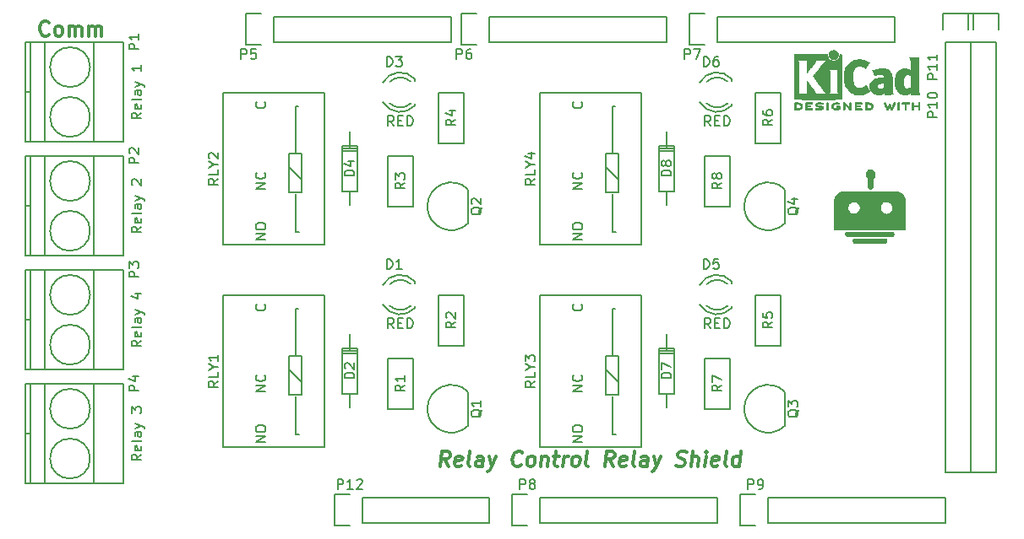
<source format=gbr>
G04 #@! TF.FileFunction,Legend,Top*
%FSLAX46Y46*%
G04 Gerber Fmt 4.6, Leading zero omitted, Abs format (unit mm)*
G04 Created by KiCad (PCBNEW no-vcs-found-undefined) date Mon Oct 24 11:28:01 2016*
%MOMM*%
%LPD*%
G01*
G04 APERTURE LIST*
%ADD10C,0.100000*%
%ADD11C,0.300000*%
%ADD12C,0.150000*%
%ADD13C,0.010000*%
G04 APERTURE END LIST*
D10*
D11*
X157233660Y-132758571D02*
X156822946Y-132044285D01*
X156376517Y-132758571D02*
X156564017Y-131258571D01*
X157135446Y-131258571D01*
X157269375Y-131330000D01*
X157331875Y-131401428D01*
X157385446Y-131544285D01*
X157358660Y-131758571D01*
X157269375Y-131901428D01*
X157189017Y-131972857D01*
X157037232Y-132044285D01*
X156465803Y-132044285D01*
X158456875Y-132687142D02*
X158305089Y-132758571D01*
X158019375Y-132758571D01*
X157885446Y-132687142D01*
X157831875Y-132544285D01*
X157903303Y-131972857D01*
X157992589Y-131830000D01*
X158144375Y-131758571D01*
X158430089Y-131758571D01*
X158564017Y-131830000D01*
X158617589Y-131972857D01*
X158599732Y-132115714D01*
X157867589Y-132258571D01*
X159376517Y-132758571D02*
X159242589Y-132687142D01*
X159189017Y-132544285D01*
X159349732Y-131258571D01*
X160590803Y-132758571D02*
X160689017Y-131972857D01*
X160635446Y-131830000D01*
X160501517Y-131758571D01*
X160215803Y-131758571D01*
X160064017Y-131830000D01*
X160599732Y-132687142D02*
X160447946Y-132758571D01*
X160090803Y-132758571D01*
X159956875Y-132687142D01*
X159903303Y-132544285D01*
X159921160Y-132401428D01*
X160010446Y-132258571D01*
X160162232Y-132187142D01*
X160519375Y-132187142D01*
X160671160Y-132115714D01*
X161287232Y-131758571D02*
X161519375Y-132758571D01*
X162001517Y-131758571D02*
X161519375Y-132758571D01*
X161331875Y-133115714D01*
X161251517Y-133187142D01*
X161099732Y-133258571D01*
X164465803Y-132615714D02*
X164385446Y-132687142D01*
X164162232Y-132758571D01*
X164019375Y-132758571D01*
X163814017Y-132687142D01*
X163689017Y-132544285D01*
X163635446Y-132401428D01*
X163599732Y-132115714D01*
X163626517Y-131901428D01*
X163733660Y-131615714D01*
X163822946Y-131472857D01*
X163983660Y-131330000D01*
X164206875Y-131258571D01*
X164349732Y-131258571D01*
X164555089Y-131330000D01*
X164617589Y-131401428D01*
X165305089Y-132758571D02*
X165171160Y-132687142D01*
X165108660Y-132615714D01*
X165055089Y-132472857D01*
X165108660Y-132044285D01*
X165197946Y-131901428D01*
X165278303Y-131830000D01*
X165430089Y-131758571D01*
X165644375Y-131758571D01*
X165778303Y-131830000D01*
X165840803Y-131901428D01*
X165894375Y-132044285D01*
X165840803Y-132472857D01*
X165751517Y-132615714D01*
X165671160Y-132687142D01*
X165519375Y-132758571D01*
X165305089Y-132758571D01*
X166572946Y-131758571D02*
X166447946Y-132758571D01*
X166555089Y-131901428D02*
X166635446Y-131830000D01*
X166787232Y-131758571D01*
X167001517Y-131758571D01*
X167135446Y-131830000D01*
X167189017Y-131972857D01*
X167090803Y-132758571D01*
X167715803Y-131758571D02*
X168287232Y-131758571D01*
X167992589Y-131258571D02*
X167831875Y-132544285D01*
X167885446Y-132687142D01*
X168019375Y-132758571D01*
X168162232Y-132758571D01*
X168662232Y-132758571D02*
X168787232Y-131758571D01*
X168751517Y-132044285D02*
X168840803Y-131901428D01*
X168921160Y-131830000D01*
X169072946Y-131758571D01*
X169215803Y-131758571D01*
X169805089Y-132758571D02*
X169671160Y-132687142D01*
X169608660Y-132615714D01*
X169555089Y-132472857D01*
X169608660Y-132044285D01*
X169697946Y-131901428D01*
X169778303Y-131830000D01*
X169930089Y-131758571D01*
X170144375Y-131758571D01*
X170278303Y-131830000D01*
X170340803Y-131901428D01*
X170394375Y-132044285D01*
X170340803Y-132472857D01*
X170251517Y-132615714D01*
X170171160Y-132687142D01*
X170019375Y-132758571D01*
X169805089Y-132758571D01*
X171162232Y-132758571D02*
X171028303Y-132687142D01*
X170974732Y-132544285D01*
X171135446Y-131258571D01*
X173733660Y-132758571D02*
X173322946Y-132044285D01*
X172876517Y-132758571D02*
X173064017Y-131258571D01*
X173635446Y-131258571D01*
X173769375Y-131330000D01*
X173831875Y-131401428D01*
X173885446Y-131544285D01*
X173858660Y-131758571D01*
X173769375Y-131901428D01*
X173689017Y-131972857D01*
X173537232Y-132044285D01*
X172965803Y-132044285D01*
X174956875Y-132687142D02*
X174805089Y-132758571D01*
X174519375Y-132758571D01*
X174385446Y-132687142D01*
X174331875Y-132544285D01*
X174403303Y-131972857D01*
X174492589Y-131830000D01*
X174644375Y-131758571D01*
X174930089Y-131758571D01*
X175064017Y-131830000D01*
X175117589Y-131972857D01*
X175099732Y-132115714D01*
X174367589Y-132258571D01*
X175876517Y-132758571D02*
X175742589Y-132687142D01*
X175689017Y-132544285D01*
X175849732Y-131258571D01*
X177090803Y-132758571D02*
X177189017Y-131972857D01*
X177135446Y-131830000D01*
X177001517Y-131758571D01*
X176715803Y-131758571D01*
X176564017Y-131830000D01*
X177099732Y-132687142D02*
X176947946Y-132758571D01*
X176590803Y-132758571D01*
X176456875Y-132687142D01*
X176403303Y-132544285D01*
X176421160Y-132401428D01*
X176510446Y-132258571D01*
X176662232Y-132187142D01*
X177019375Y-132187142D01*
X177171160Y-132115714D01*
X177787232Y-131758571D02*
X178019375Y-132758571D01*
X178501517Y-131758571D02*
X178019375Y-132758571D01*
X177831875Y-133115714D01*
X177751517Y-133187142D01*
X177599732Y-133258571D01*
X180028303Y-132687142D02*
X180233660Y-132758571D01*
X180590803Y-132758571D01*
X180742589Y-132687142D01*
X180822946Y-132615714D01*
X180912232Y-132472857D01*
X180930089Y-132330000D01*
X180876517Y-132187142D01*
X180814017Y-132115714D01*
X180680089Y-132044285D01*
X180403303Y-131972857D01*
X180269375Y-131901428D01*
X180206875Y-131830000D01*
X180153303Y-131687142D01*
X180171160Y-131544285D01*
X180260446Y-131401428D01*
X180340803Y-131330000D01*
X180492589Y-131258571D01*
X180849732Y-131258571D01*
X181055089Y-131330000D01*
X181519375Y-132758571D02*
X181706875Y-131258571D01*
X182162232Y-132758571D02*
X182260446Y-131972857D01*
X182206875Y-131830000D01*
X182072946Y-131758571D01*
X181858660Y-131758571D01*
X181706875Y-131830000D01*
X181626517Y-131901428D01*
X182876517Y-132758571D02*
X183001517Y-131758571D01*
X183064017Y-131258571D02*
X182983660Y-131330000D01*
X183046160Y-131401428D01*
X183126517Y-131330000D01*
X183064017Y-131258571D01*
X183046160Y-131401428D01*
X184171160Y-132687142D02*
X184019375Y-132758571D01*
X183733660Y-132758571D01*
X183599732Y-132687142D01*
X183546160Y-132544285D01*
X183617589Y-131972857D01*
X183706875Y-131830000D01*
X183858660Y-131758571D01*
X184144375Y-131758571D01*
X184278303Y-131830000D01*
X184331875Y-131972857D01*
X184314017Y-132115714D01*
X183581875Y-132258571D01*
X185090803Y-132758571D02*
X184956875Y-132687142D01*
X184903303Y-132544285D01*
X185064017Y-131258571D01*
X186305089Y-132758571D02*
X186492589Y-131258571D01*
X186314017Y-132687142D02*
X186162232Y-132758571D01*
X185876517Y-132758571D01*
X185742589Y-132687142D01*
X185680089Y-132615714D01*
X185626517Y-132472857D01*
X185680089Y-132044285D01*
X185769375Y-131901428D01*
X185849732Y-131830000D01*
X186001517Y-131758571D01*
X186287232Y-131758571D01*
X186421160Y-131830000D01*
X117165714Y-89435714D02*
X117094285Y-89507142D01*
X116880000Y-89578571D01*
X116737142Y-89578571D01*
X116522857Y-89507142D01*
X116380000Y-89364285D01*
X116308571Y-89221428D01*
X116237142Y-88935714D01*
X116237142Y-88721428D01*
X116308571Y-88435714D01*
X116380000Y-88292857D01*
X116522857Y-88150000D01*
X116737142Y-88078571D01*
X116880000Y-88078571D01*
X117094285Y-88150000D01*
X117165714Y-88221428D01*
X118022857Y-89578571D02*
X117880000Y-89507142D01*
X117808571Y-89435714D01*
X117737142Y-89292857D01*
X117737142Y-88864285D01*
X117808571Y-88721428D01*
X117880000Y-88650000D01*
X118022857Y-88578571D01*
X118237142Y-88578571D01*
X118380000Y-88650000D01*
X118451428Y-88721428D01*
X118522857Y-88864285D01*
X118522857Y-89292857D01*
X118451428Y-89435714D01*
X118380000Y-89507142D01*
X118237142Y-89578571D01*
X118022857Y-89578571D01*
X119165714Y-89578571D02*
X119165714Y-88578571D01*
X119165714Y-88721428D02*
X119237142Y-88650000D01*
X119380000Y-88578571D01*
X119594285Y-88578571D01*
X119737142Y-88650000D01*
X119808571Y-88792857D01*
X119808571Y-89578571D01*
X119808571Y-88792857D02*
X119880000Y-88650000D01*
X120022857Y-88578571D01*
X120237142Y-88578571D01*
X120380000Y-88650000D01*
X120451428Y-88792857D01*
X120451428Y-89578571D01*
X121165714Y-89578571D02*
X121165714Y-88578571D01*
X121165714Y-88721428D02*
X121237142Y-88650000D01*
X121380000Y-88578571D01*
X121594285Y-88578571D01*
X121737142Y-88650000D01*
X121808571Y-88792857D01*
X121808571Y-89578571D01*
X121808571Y-88792857D02*
X121880000Y-88650000D01*
X122022857Y-88578571D01*
X122237142Y-88578571D01*
X122380000Y-88650000D01*
X122451428Y-88792857D01*
X122451428Y-89578571D01*
D12*
X124580000Y-90210000D02*
X114780000Y-90210000D01*
X124580000Y-100210000D02*
X124580000Y-90210000D01*
X114780000Y-100210000D02*
X124580000Y-100210000D01*
X114780000Y-90210000D02*
X114780000Y-100210000D01*
X115280000Y-90210000D02*
X115280000Y-100210000D01*
X121680000Y-90210000D02*
X121680000Y-100210000D01*
X116780000Y-90210000D02*
X116780000Y-100210000D01*
X121280000Y-92710000D02*
G75*
G03X121280000Y-92710000I-2000000J0D01*
G01*
X121280000Y-97710000D02*
G75*
G03X121280000Y-97710000I-2000000J0D01*
G01*
X115280000Y-95210000D02*
X114780000Y-95210000D01*
X115280000Y-106640000D02*
X114780000Y-106640000D01*
X121280000Y-109140000D02*
G75*
G03X121280000Y-109140000I-2000000J0D01*
G01*
X121280000Y-104140000D02*
G75*
G03X121280000Y-104140000I-2000000J0D01*
G01*
X116780000Y-101640000D02*
X116780000Y-111640000D01*
X121680000Y-101640000D02*
X121680000Y-111640000D01*
X115280000Y-101640000D02*
X115280000Y-111640000D01*
X114780000Y-101640000D02*
X114780000Y-111640000D01*
X114780000Y-111640000D02*
X124580000Y-111640000D01*
X124580000Y-111640000D02*
X124580000Y-101640000D01*
X124580000Y-101640000D02*
X114780000Y-101640000D01*
X124580000Y-113070000D02*
X114780000Y-113070000D01*
X124580000Y-123070000D02*
X124580000Y-113070000D01*
X114780000Y-123070000D02*
X124580000Y-123070000D01*
X114780000Y-113070000D02*
X114780000Y-123070000D01*
X115280000Y-113070000D02*
X115280000Y-123070000D01*
X121680000Y-113070000D02*
X121680000Y-123070000D01*
X116780000Y-113070000D02*
X116780000Y-123070000D01*
X121280000Y-115570000D02*
G75*
G03X121280000Y-115570000I-2000000J0D01*
G01*
X121280000Y-120570000D02*
G75*
G03X121280000Y-120570000I-2000000J0D01*
G01*
X115280000Y-118070000D02*
X114780000Y-118070000D01*
X115280000Y-129500000D02*
X114780000Y-129500000D01*
X121280000Y-132000000D02*
G75*
G03X121280000Y-132000000I-2000000J0D01*
G01*
X121280000Y-127000000D02*
G75*
G03X121280000Y-127000000I-2000000J0D01*
G01*
X116780000Y-124500000D02*
X116780000Y-134500000D01*
X121680000Y-124500000D02*
X121680000Y-134500000D01*
X115280000Y-124500000D02*
X115280000Y-134500000D01*
X114780000Y-124500000D02*
X114780000Y-134500000D01*
X114780000Y-134500000D02*
X124580000Y-134500000D01*
X124580000Y-134500000D02*
X124580000Y-124500000D01*
X124580000Y-124500000D02*
X114780000Y-124500000D01*
X136880000Y-90450000D02*
X136880000Y-87350000D01*
X138430000Y-90450000D02*
X136880000Y-90450000D01*
X139700000Y-87630000D02*
X139700000Y-90170000D01*
X136880000Y-87350000D02*
X138430000Y-87350000D01*
X157480000Y-90170000D02*
X139700000Y-90170000D01*
X157480000Y-87630000D02*
X157480000Y-90170000D01*
X139700000Y-87630000D02*
X157480000Y-87630000D01*
X161290000Y-87630000D02*
X179070000Y-87630000D01*
X179070000Y-87630000D02*
X179070000Y-90170000D01*
X179070000Y-90170000D02*
X161290000Y-90170000D01*
X158470000Y-87350000D02*
X160020000Y-87350000D01*
X161290000Y-87630000D02*
X161290000Y-90170000D01*
X160020000Y-90450000D02*
X158470000Y-90450000D01*
X158470000Y-90450000D02*
X158470000Y-87350000D01*
X181330000Y-90450000D02*
X181330000Y-87350000D01*
X182880000Y-90450000D02*
X181330000Y-90450000D01*
X184150000Y-87630000D02*
X184150000Y-90170000D01*
X181330000Y-87350000D02*
X182880000Y-87350000D01*
X201930000Y-90170000D02*
X184150000Y-90170000D01*
X201930000Y-87630000D02*
X201930000Y-90170000D01*
X184150000Y-87630000D02*
X201930000Y-87630000D01*
X166370000Y-135890000D02*
X184150000Y-135890000D01*
X184150000Y-135890000D02*
X184150000Y-138430000D01*
X184150000Y-138430000D02*
X166370000Y-138430000D01*
X163550000Y-135610000D02*
X165100000Y-135610000D01*
X166370000Y-135890000D02*
X166370000Y-138430000D01*
X165100000Y-138710000D02*
X163550000Y-138710000D01*
X163550000Y-138710000D02*
X163550000Y-135610000D01*
X186410000Y-138710000D02*
X186410000Y-135610000D01*
X187960000Y-138710000D02*
X186410000Y-138710000D01*
X189230000Y-135890000D02*
X189230000Y-138430000D01*
X186410000Y-135610000D02*
X187960000Y-135610000D01*
X207010000Y-138430000D02*
X189230000Y-138430000D01*
X207010000Y-135890000D02*
X207010000Y-138430000D01*
X189230000Y-135890000D02*
X207010000Y-135890000D01*
X206730000Y-87350000D02*
X209830000Y-87350000D01*
X206730000Y-88900000D02*
X206730000Y-87350000D01*
X209550000Y-90170000D02*
X207010000Y-90170000D01*
X209830000Y-87350000D02*
X209830000Y-88900000D01*
X207010000Y-133350000D02*
X207010000Y-90170000D01*
X209550000Y-133350000D02*
X207010000Y-133350000D01*
X209550000Y-90170000D02*
X209550000Y-133350000D01*
X212090000Y-90170000D02*
X212090000Y-133350000D01*
X212090000Y-133350000D02*
X209550000Y-133350000D01*
X209550000Y-133350000D02*
X209550000Y-90170000D01*
X212370000Y-87350000D02*
X212370000Y-88900000D01*
X212090000Y-90170000D02*
X209550000Y-90170000D01*
X209270000Y-88900000D02*
X209270000Y-87350000D01*
X209270000Y-87350000D02*
X212370000Y-87350000D01*
X145770000Y-138710000D02*
X145770000Y-135610000D01*
X147320000Y-138710000D02*
X145770000Y-138710000D01*
X148590000Y-135890000D02*
X148590000Y-138430000D01*
X145770000Y-135610000D02*
X147320000Y-135610000D01*
X161290000Y-138430000D02*
X148590000Y-138430000D01*
X161290000Y-135890000D02*
X161290000Y-138430000D01*
X148590000Y-135890000D02*
X161290000Y-135890000D01*
X153869000Y-114256000D02*
X153869000Y-114456000D01*
X153869000Y-116850000D02*
X153869000Y-116670000D01*
X150641256Y-116539643D02*
G75*
G03X153869000Y-116856000I1727744J1003643D01*
G01*
X151316994Y-116669068D02*
G75*
G03X153420000Y-116670000I1052006J1133068D01*
G01*
X153856220Y-114229274D02*
G75*
G03X150619000Y-114576000I-1497220J-1306726D01*
G01*
X153382889Y-114456747D02*
G75*
G03X151335000Y-114476000I-1013889J-1079253D01*
G01*
X148084540Y-120904520D02*
X147322540Y-120904520D01*
X148084540Y-125476520D02*
X148084540Y-120904520D01*
X146560540Y-125476520D02*
X148084540Y-125476520D01*
X146560540Y-120904520D02*
X146560540Y-125476520D01*
X147322540Y-120904520D02*
X146560540Y-120904520D01*
X148084540Y-121158520D02*
X146560540Y-121158520D01*
X148084540Y-121412520D02*
X146560540Y-121412520D01*
X147322540Y-121031520D02*
X147322540Y-119507520D01*
X147322540Y-125476520D02*
X147322540Y-126873520D01*
X185619000Y-93936000D02*
X185619000Y-94136000D01*
X185619000Y-96530000D02*
X185619000Y-96350000D01*
X182391256Y-96219643D02*
G75*
G03X185619000Y-96536000I1727744J1003643D01*
G01*
X183066994Y-96349068D02*
G75*
G03X185170000Y-96350000I1052006J1133068D01*
G01*
X185606220Y-93909274D02*
G75*
G03X182369000Y-94256000I-1497220J-1306726D01*
G01*
X185132889Y-94136747D02*
G75*
G03X183085000Y-94156000I-1013889J-1079253D01*
G01*
X179072540Y-105156520D02*
X179072540Y-106553520D01*
X179072540Y-100711520D02*
X179072540Y-99187520D01*
X179834540Y-101092520D02*
X178310540Y-101092520D01*
X179834540Y-100838520D02*
X178310540Y-100838520D01*
X179072540Y-100584520D02*
X178310540Y-100584520D01*
X178310540Y-100584520D02*
X178310540Y-105156520D01*
X178310540Y-105156520D02*
X179834540Y-105156520D01*
X179834540Y-105156520D02*
X179834540Y-100584520D01*
X179834540Y-100584520D02*
X179072540Y-100584520D01*
X151130000Y-121920000D02*
X153670000Y-121920000D01*
X151130000Y-127000000D02*
X151130000Y-121920000D01*
X153670000Y-127000000D02*
X151130000Y-127000000D01*
X153670000Y-121920000D02*
X153670000Y-127000000D01*
X153869000Y-93936000D02*
X153869000Y-94136000D01*
X153869000Y-96530000D02*
X153869000Y-96350000D01*
X150641256Y-96219643D02*
G75*
G03X153869000Y-96536000I1727744J1003643D01*
G01*
X151316994Y-96349068D02*
G75*
G03X153420000Y-96350000I1052006J1133068D01*
G01*
X153856220Y-93909274D02*
G75*
G03X150619000Y-94256000I-1497220J-1306726D01*
G01*
X153382889Y-94136747D02*
G75*
G03X151335000Y-94156000I-1013889J-1079253D01*
G01*
X148084540Y-100584520D02*
X147322540Y-100584520D01*
X148084540Y-105156520D02*
X148084540Y-100584520D01*
X146560540Y-105156520D02*
X148084540Y-105156520D01*
X146560540Y-100584520D02*
X146560540Y-105156520D01*
X147322540Y-100584520D02*
X146560540Y-100584520D01*
X148084540Y-100838520D02*
X146560540Y-100838520D01*
X148084540Y-101092520D02*
X146560540Y-101092520D01*
X147322540Y-100711520D02*
X147322540Y-99187520D01*
X147322540Y-105156520D02*
X147322540Y-106553520D01*
X185132889Y-114456747D02*
G75*
G03X183085000Y-114476000I-1013889J-1079253D01*
G01*
X185606220Y-114229274D02*
G75*
G03X182369000Y-114576000I-1497220J-1306726D01*
G01*
X183066994Y-116669068D02*
G75*
G03X185170000Y-116670000I1052006J1133068D01*
G01*
X182391256Y-116539643D02*
G75*
G03X185619000Y-116856000I1727744J1003643D01*
G01*
X185619000Y-116850000D02*
X185619000Y-116670000D01*
X185619000Y-114256000D02*
X185619000Y-114456000D01*
X179834540Y-120904520D02*
X179072540Y-120904520D01*
X179834540Y-125476520D02*
X179834540Y-120904520D01*
X178310540Y-125476520D02*
X179834540Y-125476520D01*
X178310540Y-120904520D02*
X178310540Y-125476520D01*
X179072540Y-120904520D02*
X178310540Y-120904520D01*
X179834540Y-121158520D02*
X178310540Y-121158520D01*
X179834540Y-121412520D02*
X178310540Y-121412520D01*
X179072540Y-121031520D02*
X179072540Y-119507520D01*
X179072540Y-125476520D02*
X179072540Y-126873520D01*
X159180000Y-128700000D02*
X159180000Y-125300000D01*
X159177056Y-128697056D02*
G75*
G02X155080000Y-127000000I-1697056J1697056D01*
G01*
X159177056Y-125302944D02*
G75*
G03X155080000Y-127000000I-1697056J-1697056D01*
G01*
X159177056Y-104982944D02*
G75*
G03X155080000Y-106680000I-1697056J-1697056D01*
G01*
X159177056Y-108377056D02*
G75*
G02X155080000Y-106680000I-1697056J1697056D01*
G01*
X159180000Y-108380000D02*
X159180000Y-104980000D01*
X190927056Y-125302944D02*
G75*
G03X186830000Y-127000000I-1697056J-1697056D01*
G01*
X190927056Y-128697056D02*
G75*
G02X186830000Y-127000000I-1697056J1697056D01*
G01*
X190930000Y-128700000D02*
X190930000Y-125300000D01*
X190930000Y-108380000D02*
X190930000Y-104980000D01*
X190927056Y-108377056D02*
G75*
G02X186830000Y-106680000I-1697056J1697056D01*
G01*
X190927056Y-104982944D02*
G75*
G03X186830000Y-106680000I-1697056J-1697056D01*
G01*
X156210000Y-120650000D02*
X156210000Y-115570000D01*
X156210000Y-115570000D02*
X158750000Y-115570000D01*
X158750000Y-115570000D02*
X158750000Y-120650000D01*
X158750000Y-120650000D02*
X156210000Y-120650000D01*
X151130000Y-101600000D02*
X153670000Y-101600000D01*
X151130000Y-106680000D02*
X151130000Y-101600000D01*
X153670000Y-106680000D02*
X151130000Y-106680000D01*
X153670000Y-101600000D02*
X153670000Y-106680000D01*
X158750000Y-95250000D02*
X158750000Y-100330000D01*
X158750000Y-100330000D02*
X156210000Y-100330000D01*
X156210000Y-100330000D02*
X156210000Y-95250000D01*
X156210000Y-95250000D02*
X158750000Y-95250000D01*
X190500000Y-120650000D02*
X187960000Y-120650000D01*
X190500000Y-115570000D02*
X190500000Y-120650000D01*
X187960000Y-115570000D02*
X190500000Y-115570000D01*
X187960000Y-120650000D02*
X187960000Y-115570000D01*
X190500000Y-100330000D02*
X187960000Y-100330000D01*
X190500000Y-95250000D02*
X190500000Y-100330000D01*
X187960000Y-95250000D02*
X190500000Y-95250000D01*
X187960000Y-100330000D02*
X187960000Y-95250000D01*
X185420000Y-121920000D02*
X185420000Y-127000000D01*
X185420000Y-127000000D02*
X182880000Y-127000000D01*
X182880000Y-127000000D02*
X182880000Y-121920000D01*
X182880000Y-121920000D02*
X185420000Y-121920000D01*
X185420000Y-101600000D02*
X185420000Y-106680000D01*
X185420000Y-106680000D02*
X182880000Y-106680000D01*
X182880000Y-106680000D02*
X182880000Y-101600000D01*
X182880000Y-101600000D02*
X185420000Y-101600000D01*
X134620000Y-115570000D02*
X134620000Y-130810000D01*
X144780000Y-115570000D02*
X134620000Y-115570000D01*
X144780000Y-130810000D02*
X144780000Y-115570000D01*
X134620000Y-130810000D02*
X144780000Y-130810000D01*
X142494000Y-121666000D02*
X142494000Y-125603000D01*
X141224000Y-121666000D02*
X142494000Y-121666000D01*
X141224000Y-125603000D02*
X141224000Y-121666000D01*
X142494000Y-125603000D02*
X141224000Y-125603000D01*
X142367000Y-124206000D02*
X141224000Y-123063000D01*
X141859000Y-116967000D02*
X142113000Y-116967000D01*
X141859000Y-121666000D02*
X141859000Y-116967000D01*
X141859000Y-129540000D02*
X142240000Y-129540000D01*
X141859000Y-125730000D02*
X141859000Y-129540000D01*
X134620000Y-95250000D02*
X134620000Y-110490000D01*
X144780000Y-95250000D02*
X134620000Y-95250000D01*
X144780000Y-110490000D02*
X144780000Y-95250000D01*
X134620000Y-110490000D02*
X144780000Y-110490000D01*
X142494000Y-101346000D02*
X142494000Y-105283000D01*
X141224000Y-101346000D02*
X142494000Y-101346000D01*
X141224000Y-105283000D02*
X141224000Y-101346000D01*
X142494000Y-105283000D02*
X141224000Y-105283000D01*
X142367000Y-103886000D02*
X141224000Y-102743000D01*
X141859000Y-96647000D02*
X142113000Y-96647000D01*
X141859000Y-101346000D02*
X141859000Y-96647000D01*
X141859000Y-109220000D02*
X142240000Y-109220000D01*
X141859000Y-105410000D02*
X141859000Y-109220000D01*
X173609000Y-125730000D02*
X173609000Y-129540000D01*
X173609000Y-129540000D02*
X173990000Y-129540000D01*
X173609000Y-121666000D02*
X173609000Y-116967000D01*
X173609000Y-116967000D02*
X173863000Y-116967000D01*
X174117000Y-124206000D02*
X172974000Y-123063000D01*
X174244000Y-125603000D02*
X172974000Y-125603000D01*
X172974000Y-125603000D02*
X172974000Y-121666000D01*
X172974000Y-121666000D02*
X174244000Y-121666000D01*
X174244000Y-121666000D02*
X174244000Y-125603000D01*
X166370000Y-130810000D02*
X176530000Y-130810000D01*
X176530000Y-130810000D02*
X176530000Y-115570000D01*
X176530000Y-115570000D02*
X166370000Y-115570000D01*
X166370000Y-115570000D02*
X166370000Y-130810000D01*
X173609000Y-105410000D02*
X173609000Y-109220000D01*
X173609000Y-109220000D02*
X173990000Y-109220000D01*
X173609000Y-101346000D02*
X173609000Y-96647000D01*
X173609000Y-96647000D02*
X173863000Y-96647000D01*
X174117000Y-103886000D02*
X172974000Y-102743000D01*
X174244000Y-105283000D02*
X172974000Y-105283000D01*
X172974000Y-105283000D02*
X172974000Y-101346000D01*
X172974000Y-101346000D02*
X174244000Y-101346000D01*
X174244000Y-101346000D02*
X174244000Y-105283000D01*
X166370000Y-110490000D02*
X176530000Y-110490000D01*
X176530000Y-110490000D02*
X176530000Y-95250000D01*
X176530000Y-95250000D02*
X166370000Y-95250000D01*
X166370000Y-95250000D02*
X166370000Y-110490000D01*
D13*
G36*
X191998629Y-96249066D02*
X192038111Y-96249467D01*
X192153800Y-96252259D01*
X192250689Y-96260550D01*
X192332081Y-96275232D01*
X192401277Y-96297193D01*
X192461580Y-96327322D01*
X192516292Y-96366510D01*
X192535833Y-96383532D01*
X192568250Y-96423363D01*
X192597480Y-96477413D01*
X192620009Y-96537323D01*
X192632321Y-96594739D01*
X192633600Y-96615956D01*
X192625583Y-96674769D01*
X192604101Y-96739013D01*
X192573001Y-96799821D01*
X192536134Y-96848330D01*
X192530146Y-96854182D01*
X192479421Y-96895321D01*
X192423875Y-96927435D01*
X192360304Y-96951365D01*
X192285506Y-96967953D01*
X192196278Y-96978041D01*
X192089418Y-96982469D01*
X192040472Y-96982845D01*
X191978238Y-96982545D01*
X191934472Y-96981292D01*
X191905069Y-96978554D01*
X191885921Y-96973801D01*
X191872923Y-96966501D01*
X191865955Y-96960267D01*
X191859374Y-96952694D01*
X191854212Y-96942924D01*
X191850297Y-96928340D01*
X191847457Y-96906326D01*
X191845520Y-96874264D01*
X191844316Y-96829536D01*
X191843672Y-96769526D01*
X191843417Y-96691617D01*
X191843378Y-96615956D01*
X191843130Y-96515041D01*
X191843183Y-96434427D01*
X191844143Y-96395822D01*
X191990133Y-96395822D01*
X191990133Y-96836089D01*
X192083266Y-96836004D01*
X192139307Y-96834396D01*
X192198001Y-96830256D01*
X192246972Y-96824464D01*
X192248462Y-96824226D01*
X192327608Y-96805090D01*
X192388998Y-96775287D01*
X192435695Y-96732878D01*
X192465365Y-96686961D01*
X192483647Y-96636026D01*
X192482229Y-96588200D01*
X192461012Y-96536933D01*
X192419511Y-96483899D01*
X192362002Y-96444600D01*
X192287250Y-96418331D01*
X192237292Y-96409035D01*
X192180584Y-96402507D01*
X192120481Y-96397782D01*
X192069361Y-96395817D01*
X192066333Y-96395808D01*
X191990133Y-96395822D01*
X191844143Y-96395822D01*
X191844740Y-96371851D01*
X191849002Y-96325055D01*
X191857170Y-96291778D01*
X191870444Y-96269759D01*
X191890026Y-96256739D01*
X191917117Y-96250457D01*
X191952918Y-96248653D01*
X191998629Y-96249066D01*
X191998629Y-96249066D01*
G37*
X191998629Y-96249066D02*
X192038111Y-96249467D01*
X192153800Y-96252259D01*
X192250689Y-96260550D01*
X192332081Y-96275232D01*
X192401277Y-96297193D01*
X192461580Y-96327322D01*
X192516292Y-96366510D01*
X192535833Y-96383532D01*
X192568250Y-96423363D01*
X192597480Y-96477413D01*
X192620009Y-96537323D01*
X192632321Y-96594739D01*
X192633600Y-96615956D01*
X192625583Y-96674769D01*
X192604101Y-96739013D01*
X192573001Y-96799821D01*
X192536134Y-96848330D01*
X192530146Y-96854182D01*
X192479421Y-96895321D01*
X192423875Y-96927435D01*
X192360304Y-96951365D01*
X192285506Y-96967953D01*
X192196278Y-96978041D01*
X192089418Y-96982469D01*
X192040472Y-96982845D01*
X191978238Y-96982545D01*
X191934472Y-96981292D01*
X191905069Y-96978554D01*
X191885921Y-96973801D01*
X191872923Y-96966501D01*
X191865955Y-96960267D01*
X191859374Y-96952694D01*
X191854212Y-96942924D01*
X191850297Y-96928340D01*
X191847457Y-96906326D01*
X191845520Y-96874264D01*
X191844316Y-96829536D01*
X191843672Y-96769526D01*
X191843417Y-96691617D01*
X191843378Y-96615956D01*
X191843130Y-96515041D01*
X191843183Y-96434427D01*
X191844143Y-96395822D01*
X191990133Y-96395822D01*
X191990133Y-96836089D01*
X192083266Y-96836004D01*
X192139307Y-96834396D01*
X192198001Y-96830256D01*
X192246972Y-96824464D01*
X192248462Y-96824226D01*
X192327608Y-96805090D01*
X192388998Y-96775287D01*
X192435695Y-96732878D01*
X192465365Y-96686961D01*
X192483647Y-96636026D01*
X192482229Y-96588200D01*
X192461012Y-96536933D01*
X192419511Y-96483899D01*
X192362002Y-96444600D01*
X192287250Y-96418331D01*
X192237292Y-96409035D01*
X192180584Y-96402507D01*
X192120481Y-96397782D01*
X192069361Y-96395817D01*
X192066333Y-96395808D01*
X191990133Y-96395822D01*
X191844143Y-96395822D01*
X191844740Y-96371851D01*
X191849002Y-96325055D01*
X191857170Y-96291778D01*
X191870444Y-96269759D01*
X191890026Y-96256739D01*
X191917117Y-96250457D01*
X191952918Y-96248653D01*
X191998629Y-96249066D01*
G36*
X193407206Y-96249146D02*
X193476614Y-96249518D01*
X193529003Y-96250385D01*
X193567153Y-96251946D01*
X193593841Y-96254403D01*
X193611847Y-96257957D01*
X193623951Y-96262810D01*
X193632931Y-96269161D01*
X193636182Y-96272084D01*
X193655957Y-96303142D01*
X193659518Y-96338828D01*
X193646509Y-96370510D01*
X193640494Y-96376913D01*
X193630765Y-96383121D01*
X193615099Y-96387910D01*
X193590592Y-96391514D01*
X193554339Y-96394164D01*
X193503435Y-96396095D01*
X193434974Y-96397539D01*
X193372383Y-96398418D01*
X193124666Y-96401467D01*
X193121281Y-96466378D01*
X193117895Y-96531289D01*
X193286042Y-96531289D01*
X193359041Y-96531919D01*
X193412483Y-96534553D01*
X193449372Y-96540309D01*
X193472712Y-96550304D01*
X193485506Y-96565656D01*
X193490758Y-96587482D01*
X193491555Y-96607738D01*
X193489077Y-96632592D01*
X193479723Y-96650906D01*
X193460617Y-96663637D01*
X193428882Y-96671741D01*
X193381641Y-96676176D01*
X193316017Y-96677899D01*
X193280199Y-96678045D01*
X193119022Y-96678045D01*
X193119022Y-96836089D01*
X193367378Y-96836089D01*
X193448787Y-96836202D01*
X193510658Y-96836712D01*
X193556032Y-96837870D01*
X193587946Y-96839930D01*
X193609441Y-96843146D01*
X193623557Y-96847772D01*
X193633332Y-96854059D01*
X193638311Y-96858667D01*
X193655390Y-96885560D01*
X193660889Y-96909467D01*
X193653037Y-96938667D01*
X193638311Y-96960267D01*
X193630454Y-96967066D01*
X193620312Y-96972346D01*
X193605156Y-96976298D01*
X193582259Y-96979113D01*
X193548891Y-96980982D01*
X193502325Y-96982098D01*
X193439833Y-96982651D01*
X193358686Y-96982833D01*
X193316578Y-96982845D01*
X193226402Y-96982765D01*
X193156076Y-96982398D01*
X193102871Y-96981552D01*
X193064060Y-96980036D01*
X193036913Y-96977659D01*
X193018702Y-96974229D01*
X193006700Y-96969554D01*
X192998178Y-96963444D01*
X192994844Y-96960267D01*
X192988245Y-96952670D01*
X192983073Y-96942870D01*
X192979154Y-96928239D01*
X192976316Y-96906152D01*
X192974385Y-96873982D01*
X192973188Y-96829103D01*
X192972552Y-96768889D01*
X192972303Y-96690713D01*
X192972266Y-96617923D01*
X192972300Y-96524707D01*
X192972535Y-96451431D01*
X192973170Y-96395458D01*
X192974406Y-96354151D01*
X192976444Y-96324872D01*
X192979483Y-96304984D01*
X192983723Y-96291850D01*
X192989365Y-96282832D01*
X192996609Y-96275293D01*
X192998394Y-96273612D01*
X193007055Y-96266172D01*
X193017118Y-96260409D01*
X193031375Y-96256112D01*
X193052617Y-96253064D01*
X193083636Y-96251051D01*
X193127223Y-96249860D01*
X193186169Y-96249275D01*
X193263266Y-96249083D01*
X193317999Y-96249067D01*
X193407206Y-96249146D01*
X193407206Y-96249146D01*
G37*
X193407206Y-96249146D02*
X193476614Y-96249518D01*
X193529003Y-96250385D01*
X193567153Y-96251946D01*
X193593841Y-96254403D01*
X193611847Y-96257957D01*
X193623951Y-96262810D01*
X193632931Y-96269161D01*
X193636182Y-96272084D01*
X193655957Y-96303142D01*
X193659518Y-96338828D01*
X193646509Y-96370510D01*
X193640494Y-96376913D01*
X193630765Y-96383121D01*
X193615099Y-96387910D01*
X193590592Y-96391514D01*
X193554339Y-96394164D01*
X193503435Y-96396095D01*
X193434974Y-96397539D01*
X193372383Y-96398418D01*
X193124666Y-96401467D01*
X193121281Y-96466378D01*
X193117895Y-96531289D01*
X193286042Y-96531289D01*
X193359041Y-96531919D01*
X193412483Y-96534553D01*
X193449372Y-96540309D01*
X193472712Y-96550304D01*
X193485506Y-96565656D01*
X193490758Y-96587482D01*
X193491555Y-96607738D01*
X193489077Y-96632592D01*
X193479723Y-96650906D01*
X193460617Y-96663637D01*
X193428882Y-96671741D01*
X193381641Y-96676176D01*
X193316017Y-96677899D01*
X193280199Y-96678045D01*
X193119022Y-96678045D01*
X193119022Y-96836089D01*
X193367378Y-96836089D01*
X193448787Y-96836202D01*
X193510658Y-96836712D01*
X193556032Y-96837870D01*
X193587946Y-96839930D01*
X193609441Y-96843146D01*
X193623557Y-96847772D01*
X193633332Y-96854059D01*
X193638311Y-96858667D01*
X193655390Y-96885560D01*
X193660889Y-96909467D01*
X193653037Y-96938667D01*
X193638311Y-96960267D01*
X193630454Y-96967066D01*
X193620312Y-96972346D01*
X193605156Y-96976298D01*
X193582259Y-96979113D01*
X193548891Y-96980982D01*
X193502325Y-96982098D01*
X193439833Y-96982651D01*
X193358686Y-96982833D01*
X193316578Y-96982845D01*
X193226402Y-96982765D01*
X193156076Y-96982398D01*
X193102871Y-96981552D01*
X193064060Y-96980036D01*
X193036913Y-96977659D01*
X193018702Y-96974229D01*
X193006700Y-96969554D01*
X192998178Y-96963444D01*
X192994844Y-96960267D01*
X192988245Y-96952670D01*
X192983073Y-96942870D01*
X192979154Y-96928239D01*
X192976316Y-96906152D01*
X192974385Y-96873982D01*
X192973188Y-96829103D01*
X192972552Y-96768889D01*
X192972303Y-96690713D01*
X192972266Y-96617923D01*
X192972300Y-96524707D01*
X192972535Y-96451431D01*
X192973170Y-96395458D01*
X192974406Y-96354151D01*
X192976444Y-96324872D01*
X192979483Y-96304984D01*
X192983723Y-96291850D01*
X192989365Y-96282832D01*
X192996609Y-96275293D01*
X192998394Y-96273612D01*
X193007055Y-96266172D01*
X193017118Y-96260409D01*
X193031375Y-96256112D01*
X193052617Y-96253064D01*
X193083636Y-96251051D01*
X193127223Y-96249860D01*
X193186169Y-96249275D01*
X193263266Y-96249083D01*
X193317999Y-96249067D01*
X193407206Y-96249146D01*
G36*
X194428297Y-96250351D02*
X194503112Y-96255581D01*
X194572694Y-96263750D01*
X194632998Y-96274550D01*
X194679980Y-96287673D01*
X194709594Y-96302813D01*
X194714140Y-96307269D01*
X194729946Y-96341850D01*
X194725153Y-96377351D01*
X194700636Y-96407725D01*
X194699466Y-96408596D01*
X194685046Y-96417954D01*
X194669992Y-96422876D01*
X194648995Y-96423473D01*
X194616743Y-96419861D01*
X194567927Y-96412154D01*
X194564000Y-96411505D01*
X194491261Y-96402569D01*
X194412783Y-96398161D01*
X194334073Y-96398119D01*
X194260639Y-96402279D01*
X194197989Y-96410479D01*
X194151630Y-96422557D01*
X194148584Y-96423771D01*
X194114952Y-96442615D01*
X194103136Y-96461685D01*
X194112386Y-96480439D01*
X194141953Y-96498337D01*
X194191089Y-96514837D01*
X194259043Y-96529396D01*
X194304355Y-96536406D01*
X194398544Y-96549889D01*
X194473456Y-96562214D01*
X194532283Y-96574449D01*
X194578215Y-96587661D01*
X194614445Y-96602917D01*
X194644162Y-96621285D01*
X194670558Y-96643831D01*
X194691770Y-96665971D01*
X194716935Y-96696819D01*
X194729319Y-96723345D01*
X194733192Y-96756026D01*
X194733333Y-96767995D01*
X194730424Y-96807712D01*
X194718798Y-96837259D01*
X194698677Y-96863486D01*
X194657784Y-96903576D01*
X194612183Y-96934149D01*
X194558487Y-96956203D01*
X194493308Y-96970735D01*
X194413256Y-96978741D01*
X194314943Y-96981218D01*
X194298711Y-96981177D01*
X194233151Y-96979818D01*
X194168134Y-96976730D01*
X194110748Y-96972356D01*
X194068078Y-96967140D01*
X194064628Y-96966541D01*
X194022204Y-96956491D01*
X193986220Y-96943796D01*
X193965850Y-96932190D01*
X193946893Y-96901572D01*
X193945573Y-96865918D01*
X193961915Y-96834144D01*
X193965571Y-96830551D01*
X193980685Y-96819876D01*
X193999585Y-96815276D01*
X194028838Y-96816059D01*
X194064349Y-96820127D01*
X194104030Y-96823762D01*
X194159655Y-96826828D01*
X194224594Y-96829053D01*
X194292215Y-96830164D01*
X194310000Y-96830237D01*
X194377872Y-96829964D01*
X194427546Y-96828646D01*
X194463390Y-96825827D01*
X194489776Y-96821050D01*
X194511074Y-96813857D01*
X194523874Y-96807867D01*
X194552000Y-96791233D01*
X194569932Y-96776168D01*
X194572553Y-96771897D01*
X194567024Y-96754263D01*
X194540740Y-96737192D01*
X194495522Y-96721458D01*
X194433192Y-96707838D01*
X194414829Y-96704804D01*
X194318910Y-96689738D01*
X194242359Y-96677146D01*
X194182220Y-96666111D01*
X194135540Y-96655720D01*
X194099363Y-96645056D01*
X194070735Y-96633205D01*
X194046702Y-96619251D01*
X194024308Y-96602281D01*
X194000598Y-96581378D01*
X193992620Y-96574049D01*
X193964647Y-96546699D01*
X193949840Y-96525029D01*
X193944048Y-96500232D01*
X193943111Y-96468983D01*
X193953425Y-96407705D01*
X193984248Y-96355640D01*
X194035405Y-96312958D01*
X194106717Y-96279825D01*
X194157600Y-96264964D01*
X194212900Y-96255366D01*
X194279147Y-96249936D01*
X194352294Y-96248367D01*
X194428297Y-96250351D01*
X194428297Y-96250351D01*
G37*
X194428297Y-96250351D02*
X194503112Y-96255581D01*
X194572694Y-96263750D01*
X194632998Y-96274550D01*
X194679980Y-96287673D01*
X194709594Y-96302813D01*
X194714140Y-96307269D01*
X194729946Y-96341850D01*
X194725153Y-96377351D01*
X194700636Y-96407725D01*
X194699466Y-96408596D01*
X194685046Y-96417954D01*
X194669992Y-96422876D01*
X194648995Y-96423473D01*
X194616743Y-96419861D01*
X194567927Y-96412154D01*
X194564000Y-96411505D01*
X194491261Y-96402569D01*
X194412783Y-96398161D01*
X194334073Y-96398119D01*
X194260639Y-96402279D01*
X194197989Y-96410479D01*
X194151630Y-96422557D01*
X194148584Y-96423771D01*
X194114952Y-96442615D01*
X194103136Y-96461685D01*
X194112386Y-96480439D01*
X194141953Y-96498337D01*
X194191089Y-96514837D01*
X194259043Y-96529396D01*
X194304355Y-96536406D01*
X194398544Y-96549889D01*
X194473456Y-96562214D01*
X194532283Y-96574449D01*
X194578215Y-96587661D01*
X194614445Y-96602917D01*
X194644162Y-96621285D01*
X194670558Y-96643831D01*
X194691770Y-96665971D01*
X194716935Y-96696819D01*
X194729319Y-96723345D01*
X194733192Y-96756026D01*
X194733333Y-96767995D01*
X194730424Y-96807712D01*
X194718798Y-96837259D01*
X194698677Y-96863486D01*
X194657784Y-96903576D01*
X194612183Y-96934149D01*
X194558487Y-96956203D01*
X194493308Y-96970735D01*
X194413256Y-96978741D01*
X194314943Y-96981218D01*
X194298711Y-96981177D01*
X194233151Y-96979818D01*
X194168134Y-96976730D01*
X194110748Y-96972356D01*
X194068078Y-96967140D01*
X194064628Y-96966541D01*
X194022204Y-96956491D01*
X193986220Y-96943796D01*
X193965850Y-96932190D01*
X193946893Y-96901572D01*
X193945573Y-96865918D01*
X193961915Y-96834144D01*
X193965571Y-96830551D01*
X193980685Y-96819876D01*
X193999585Y-96815276D01*
X194028838Y-96816059D01*
X194064349Y-96820127D01*
X194104030Y-96823762D01*
X194159655Y-96826828D01*
X194224594Y-96829053D01*
X194292215Y-96830164D01*
X194310000Y-96830237D01*
X194377872Y-96829964D01*
X194427546Y-96828646D01*
X194463390Y-96825827D01*
X194489776Y-96821050D01*
X194511074Y-96813857D01*
X194523874Y-96807867D01*
X194552000Y-96791233D01*
X194569932Y-96776168D01*
X194572553Y-96771897D01*
X194567024Y-96754263D01*
X194540740Y-96737192D01*
X194495522Y-96721458D01*
X194433192Y-96707838D01*
X194414829Y-96704804D01*
X194318910Y-96689738D01*
X194242359Y-96677146D01*
X194182220Y-96666111D01*
X194135540Y-96655720D01*
X194099363Y-96645056D01*
X194070735Y-96633205D01*
X194046702Y-96619251D01*
X194024308Y-96602281D01*
X194000598Y-96581378D01*
X193992620Y-96574049D01*
X193964647Y-96546699D01*
X193949840Y-96525029D01*
X193944048Y-96500232D01*
X193943111Y-96468983D01*
X193953425Y-96407705D01*
X193984248Y-96355640D01*
X194035405Y-96312958D01*
X194106717Y-96279825D01*
X194157600Y-96264964D01*
X194212900Y-96255366D01*
X194279147Y-96249936D01*
X194352294Y-96248367D01*
X194428297Y-96250351D01*
G36*
X195196178Y-96271645D02*
X195202758Y-96279218D01*
X195207921Y-96288987D01*
X195211836Y-96303571D01*
X195214676Y-96325585D01*
X195216613Y-96357648D01*
X195217817Y-96402375D01*
X195218461Y-96462385D01*
X195218716Y-96540294D01*
X195218755Y-96615956D01*
X195218686Y-96709802D01*
X195218362Y-96783689D01*
X195217614Y-96840232D01*
X195216268Y-96882049D01*
X195214154Y-96911757D01*
X195211100Y-96931973D01*
X195206934Y-96945314D01*
X195201484Y-96954398D01*
X195196178Y-96960267D01*
X195163174Y-96979947D01*
X195128009Y-96978181D01*
X195096545Y-96956717D01*
X195089316Y-96948337D01*
X195083666Y-96938614D01*
X195079401Y-96924861D01*
X195076327Y-96904389D01*
X195074248Y-96874512D01*
X195072970Y-96832541D01*
X195072299Y-96775789D01*
X195072041Y-96701567D01*
X195072000Y-96617537D01*
X195072000Y-96304485D01*
X195099709Y-96276776D01*
X195133863Y-96253463D01*
X195166994Y-96252623D01*
X195196178Y-96271645D01*
X195196178Y-96271645D01*
G37*
X195196178Y-96271645D02*
X195202758Y-96279218D01*
X195207921Y-96288987D01*
X195211836Y-96303571D01*
X195214676Y-96325585D01*
X195216613Y-96357648D01*
X195217817Y-96402375D01*
X195218461Y-96462385D01*
X195218716Y-96540294D01*
X195218755Y-96615956D01*
X195218686Y-96709802D01*
X195218362Y-96783689D01*
X195217614Y-96840232D01*
X195216268Y-96882049D01*
X195214154Y-96911757D01*
X195211100Y-96931973D01*
X195206934Y-96945314D01*
X195201484Y-96954398D01*
X195196178Y-96960267D01*
X195163174Y-96979947D01*
X195128009Y-96978181D01*
X195096545Y-96956717D01*
X195089316Y-96948337D01*
X195083666Y-96938614D01*
X195079401Y-96924861D01*
X195076327Y-96904389D01*
X195074248Y-96874512D01*
X195072970Y-96832541D01*
X195072299Y-96775789D01*
X195072041Y-96701567D01*
X195072000Y-96617537D01*
X195072000Y-96304485D01*
X195099709Y-96276776D01*
X195133863Y-96253463D01*
X195166994Y-96252623D01*
X195196178Y-96271645D01*
G36*
X196169919Y-96254599D02*
X196238435Y-96266095D01*
X196291057Y-96283967D01*
X196325292Y-96307499D01*
X196334621Y-96320924D01*
X196344107Y-96352148D01*
X196337723Y-96380395D01*
X196317570Y-96407182D01*
X196286255Y-96419713D01*
X196240817Y-96418696D01*
X196205674Y-96411906D01*
X196127581Y-96398971D01*
X196047774Y-96397742D01*
X195958445Y-96408241D01*
X195933771Y-96412690D01*
X195850709Y-96436108D01*
X195785727Y-96470945D01*
X195739539Y-96516604D01*
X195712855Y-96572494D01*
X195707337Y-96601388D01*
X195710949Y-96660012D01*
X195734271Y-96711879D01*
X195775176Y-96755978D01*
X195831541Y-96791299D01*
X195901240Y-96816829D01*
X195982148Y-96831559D01*
X196072140Y-96834478D01*
X196169090Y-96824575D01*
X196174564Y-96823641D01*
X196213125Y-96816459D01*
X196234506Y-96809521D01*
X196243773Y-96799227D01*
X196245994Y-96781976D01*
X196246044Y-96772841D01*
X196246044Y-96734489D01*
X196177569Y-96734489D01*
X196117100Y-96730347D01*
X196075835Y-96717147D01*
X196051825Y-96693730D01*
X196043123Y-96658936D01*
X196043017Y-96654394D01*
X196048108Y-96624654D01*
X196065567Y-96603419D01*
X196098061Y-96589366D01*
X196148257Y-96581173D01*
X196196877Y-96578161D01*
X196267544Y-96576433D01*
X196318802Y-96579070D01*
X196353761Y-96588800D01*
X196375530Y-96608353D01*
X196387220Y-96640456D01*
X196391940Y-96687838D01*
X196392800Y-96750071D01*
X196391391Y-96819535D01*
X196387152Y-96866786D01*
X196380064Y-96892012D01*
X196378689Y-96893988D01*
X196339772Y-96925508D01*
X196282714Y-96950470D01*
X196211131Y-96968340D01*
X196128642Y-96978586D01*
X196038861Y-96980673D01*
X195945408Y-96974068D01*
X195890444Y-96965956D01*
X195804234Y-96941554D01*
X195724108Y-96901662D01*
X195657023Y-96849887D01*
X195646827Y-96839539D01*
X195613698Y-96796035D01*
X195583806Y-96742118D01*
X195560643Y-96685592D01*
X195547702Y-96634259D01*
X195546142Y-96614544D01*
X195552782Y-96573419D01*
X195570432Y-96522252D01*
X195595703Y-96468394D01*
X195625211Y-96419195D01*
X195651281Y-96386334D01*
X195712235Y-96337452D01*
X195791031Y-96298545D01*
X195884843Y-96270494D01*
X195990850Y-96254179D01*
X196088000Y-96250192D01*
X196169919Y-96254599D01*
X196169919Y-96254599D01*
G37*
X196169919Y-96254599D02*
X196238435Y-96266095D01*
X196291057Y-96283967D01*
X196325292Y-96307499D01*
X196334621Y-96320924D01*
X196344107Y-96352148D01*
X196337723Y-96380395D01*
X196317570Y-96407182D01*
X196286255Y-96419713D01*
X196240817Y-96418696D01*
X196205674Y-96411906D01*
X196127581Y-96398971D01*
X196047774Y-96397742D01*
X195958445Y-96408241D01*
X195933771Y-96412690D01*
X195850709Y-96436108D01*
X195785727Y-96470945D01*
X195739539Y-96516604D01*
X195712855Y-96572494D01*
X195707337Y-96601388D01*
X195710949Y-96660012D01*
X195734271Y-96711879D01*
X195775176Y-96755978D01*
X195831541Y-96791299D01*
X195901240Y-96816829D01*
X195982148Y-96831559D01*
X196072140Y-96834478D01*
X196169090Y-96824575D01*
X196174564Y-96823641D01*
X196213125Y-96816459D01*
X196234506Y-96809521D01*
X196243773Y-96799227D01*
X196245994Y-96781976D01*
X196246044Y-96772841D01*
X196246044Y-96734489D01*
X196177569Y-96734489D01*
X196117100Y-96730347D01*
X196075835Y-96717147D01*
X196051825Y-96693730D01*
X196043123Y-96658936D01*
X196043017Y-96654394D01*
X196048108Y-96624654D01*
X196065567Y-96603419D01*
X196098061Y-96589366D01*
X196148257Y-96581173D01*
X196196877Y-96578161D01*
X196267544Y-96576433D01*
X196318802Y-96579070D01*
X196353761Y-96588800D01*
X196375530Y-96608353D01*
X196387220Y-96640456D01*
X196391940Y-96687838D01*
X196392800Y-96750071D01*
X196391391Y-96819535D01*
X196387152Y-96866786D01*
X196380064Y-96892012D01*
X196378689Y-96893988D01*
X196339772Y-96925508D01*
X196282714Y-96950470D01*
X196211131Y-96968340D01*
X196128642Y-96978586D01*
X196038861Y-96980673D01*
X195945408Y-96974068D01*
X195890444Y-96965956D01*
X195804234Y-96941554D01*
X195724108Y-96901662D01*
X195657023Y-96849887D01*
X195646827Y-96839539D01*
X195613698Y-96796035D01*
X195583806Y-96742118D01*
X195560643Y-96685592D01*
X195547702Y-96634259D01*
X195546142Y-96614544D01*
X195552782Y-96573419D01*
X195570432Y-96522252D01*
X195595703Y-96468394D01*
X195625211Y-96419195D01*
X195651281Y-96386334D01*
X195712235Y-96337452D01*
X195791031Y-96298545D01*
X195884843Y-96270494D01*
X195990850Y-96254179D01*
X196088000Y-96250192D01*
X196169919Y-96254599D01*
G36*
X196819886Y-96253448D02*
X196843452Y-96267273D01*
X196874265Y-96289881D01*
X196913922Y-96322338D01*
X196964020Y-96365708D01*
X197026157Y-96421058D01*
X197101928Y-96489451D01*
X197188666Y-96568084D01*
X197369289Y-96731878D01*
X197374933Y-96512029D01*
X197376971Y-96436351D01*
X197378937Y-96379994D01*
X197381266Y-96339706D01*
X197384394Y-96312235D01*
X197388755Y-96294329D01*
X197394784Y-96282737D01*
X197402916Y-96274208D01*
X197407228Y-96270623D01*
X197441759Y-96251670D01*
X197474617Y-96254441D01*
X197500682Y-96270633D01*
X197527333Y-96292199D01*
X197530648Y-96607151D01*
X197531565Y-96699779D01*
X197532032Y-96772544D01*
X197531887Y-96828161D01*
X197530968Y-96869342D01*
X197529113Y-96898803D01*
X197526161Y-96919255D01*
X197521950Y-96933413D01*
X197516318Y-96943991D01*
X197510073Y-96952474D01*
X197496561Y-96968207D01*
X197483117Y-96978636D01*
X197467876Y-96982639D01*
X197448974Y-96979094D01*
X197424545Y-96966879D01*
X197392727Y-96944871D01*
X197351652Y-96911949D01*
X197299458Y-96866991D01*
X197234278Y-96808875D01*
X197160444Y-96742099D01*
X196895155Y-96501458D01*
X196889511Y-96720589D01*
X196887469Y-96796128D01*
X196885498Y-96852354D01*
X196883161Y-96892524D01*
X196880019Y-96919896D01*
X196875636Y-96937728D01*
X196869576Y-96949279D01*
X196861400Y-96957807D01*
X196857216Y-96961282D01*
X196820235Y-96980372D01*
X196785292Y-96977493D01*
X196754864Y-96953100D01*
X196747903Y-96943286D01*
X196742477Y-96931826D01*
X196738397Y-96915968D01*
X196735471Y-96892963D01*
X196733508Y-96860062D01*
X196732317Y-96814516D01*
X196731708Y-96753573D01*
X196731489Y-96674486D01*
X196731466Y-96615956D01*
X196731540Y-96524407D01*
X196731887Y-96452687D01*
X196732699Y-96398045D01*
X196734167Y-96357732D01*
X196736481Y-96328998D01*
X196739833Y-96309093D01*
X196744412Y-96295268D01*
X196750411Y-96284772D01*
X196754864Y-96278811D01*
X196766150Y-96264691D01*
X196776699Y-96254029D01*
X196788107Y-96247892D01*
X196801970Y-96247343D01*
X196819886Y-96253448D01*
X196819886Y-96253448D01*
G37*
X196819886Y-96253448D02*
X196843452Y-96267273D01*
X196874265Y-96289881D01*
X196913922Y-96322338D01*
X196964020Y-96365708D01*
X197026157Y-96421058D01*
X197101928Y-96489451D01*
X197188666Y-96568084D01*
X197369289Y-96731878D01*
X197374933Y-96512029D01*
X197376971Y-96436351D01*
X197378937Y-96379994D01*
X197381266Y-96339706D01*
X197384394Y-96312235D01*
X197388755Y-96294329D01*
X197394784Y-96282737D01*
X197402916Y-96274208D01*
X197407228Y-96270623D01*
X197441759Y-96251670D01*
X197474617Y-96254441D01*
X197500682Y-96270633D01*
X197527333Y-96292199D01*
X197530648Y-96607151D01*
X197531565Y-96699779D01*
X197532032Y-96772544D01*
X197531887Y-96828161D01*
X197530968Y-96869342D01*
X197529113Y-96898803D01*
X197526161Y-96919255D01*
X197521950Y-96933413D01*
X197516318Y-96943991D01*
X197510073Y-96952474D01*
X197496561Y-96968207D01*
X197483117Y-96978636D01*
X197467876Y-96982639D01*
X197448974Y-96979094D01*
X197424545Y-96966879D01*
X197392727Y-96944871D01*
X197351652Y-96911949D01*
X197299458Y-96866991D01*
X197234278Y-96808875D01*
X197160444Y-96742099D01*
X196895155Y-96501458D01*
X196889511Y-96720589D01*
X196887469Y-96796128D01*
X196885498Y-96852354D01*
X196883161Y-96892524D01*
X196880019Y-96919896D01*
X196875636Y-96937728D01*
X196869576Y-96949279D01*
X196861400Y-96957807D01*
X196857216Y-96961282D01*
X196820235Y-96980372D01*
X196785292Y-96977493D01*
X196754864Y-96953100D01*
X196747903Y-96943286D01*
X196742477Y-96931826D01*
X196738397Y-96915968D01*
X196735471Y-96892963D01*
X196733508Y-96860062D01*
X196732317Y-96814516D01*
X196731708Y-96753573D01*
X196731489Y-96674486D01*
X196731466Y-96615956D01*
X196731540Y-96524407D01*
X196731887Y-96452687D01*
X196732699Y-96398045D01*
X196734167Y-96357732D01*
X196736481Y-96328998D01*
X196739833Y-96309093D01*
X196744412Y-96295268D01*
X196750411Y-96284772D01*
X196754864Y-96278811D01*
X196766150Y-96264691D01*
X196776699Y-96254029D01*
X196788107Y-96247892D01*
X196801970Y-96247343D01*
X196819886Y-96253448D01*
G36*
X198350343Y-96249260D02*
X198426701Y-96250174D01*
X198485217Y-96252311D01*
X198528255Y-96256175D01*
X198558183Y-96262267D01*
X198577368Y-96271090D01*
X198588176Y-96283146D01*
X198592973Y-96298939D01*
X198594127Y-96318970D01*
X198594133Y-96321335D01*
X198593131Y-96343992D01*
X198588396Y-96361503D01*
X198577333Y-96374574D01*
X198557348Y-96383913D01*
X198525846Y-96390227D01*
X198480232Y-96394222D01*
X198417913Y-96396606D01*
X198336293Y-96398086D01*
X198311277Y-96398414D01*
X198069200Y-96401467D01*
X198065814Y-96466378D01*
X198062429Y-96531289D01*
X198230576Y-96531289D01*
X198296266Y-96531531D01*
X198343172Y-96532556D01*
X198375083Y-96534811D01*
X198395791Y-96538742D01*
X198409084Y-96544798D01*
X198418755Y-96553424D01*
X198418817Y-96553493D01*
X198436356Y-96587112D01*
X198435722Y-96623448D01*
X198417314Y-96654423D01*
X198413671Y-96657607D01*
X198400741Y-96665812D01*
X198383024Y-96671521D01*
X198356570Y-96675162D01*
X198317432Y-96677167D01*
X198261662Y-96677964D01*
X198225994Y-96678045D01*
X198063555Y-96678045D01*
X198063555Y-96836089D01*
X198310161Y-96836089D01*
X198391580Y-96836231D01*
X198453410Y-96836814D01*
X198498637Y-96838068D01*
X198530248Y-96840227D01*
X198551231Y-96843523D01*
X198564573Y-96848189D01*
X198573261Y-96854457D01*
X198575450Y-96856733D01*
X198591614Y-96888280D01*
X198592797Y-96924168D01*
X198579536Y-96955285D01*
X198569043Y-96965271D01*
X198558129Y-96970769D01*
X198541217Y-96975022D01*
X198515633Y-96978180D01*
X198478701Y-96980392D01*
X198427746Y-96981806D01*
X198360094Y-96982572D01*
X198273069Y-96982838D01*
X198253394Y-96982845D01*
X198164911Y-96982787D01*
X198096227Y-96982467D01*
X198044564Y-96981667D01*
X198007145Y-96980167D01*
X197981190Y-96977749D01*
X197963922Y-96974194D01*
X197952562Y-96969282D01*
X197944332Y-96962795D01*
X197939817Y-96958138D01*
X197933021Y-96949889D01*
X197927712Y-96939669D01*
X197923706Y-96924800D01*
X197920821Y-96902602D01*
X197918874Y-96870393D01*
X197917681Y-96825496D01*
X197917061Y-96765228D01*
X197916829Y-96686911D01*
X197916800Y-96620994D01*
X197916871Y-96528628D01*
X197917208Y-96456117D01*
X197917998Y-96400737D01*
X197919426Y-96359765D01*
X197921679Y-96330478D01*
X197924943Y-96310153D01*
X197929404Y-96296066D01*
X197935248Y-96285495D01*
X197940197Y-96278811D01*
X197963594Y-96249067D01*
X198253774Y-96249067D01*
X198350343Y-96249260D01*
X198350343Y-96249260D01*
G37*
X198350343Y-96249260D02*
X198426701Y-96250174D01*
X198485217Y-96252311D01*
X198528255Y-96256175D01*
X198558183Y-96262267D01*
X198577368Y-96271090D01*
X198588176Y-96283146D01*
X198592973Y-96298939D01*
X198594127Y-96318970D01*
X198594133Y-96321335D01*
X198593131Y-96343992D01*
X198588396Y-96361503D01*
X198577333Y-96374574D01*
X198557348Y-96383913D01*
X198525846Y-96390227D01*
X198480232Y-96394222D01*
X198417913Y-96396606D01*
X198336293Y-96398086D01*
X198311277Y-96398414D01*
X198069200Y-96401467D01*
X198065814Y-96466378D01*
X198062429Y-96531289D01*
X198230576Y-96531289D01*
X198296266Y-96531531D01*
X198343172Y-96532556D01*
X198375083Y-96534811D01*
X198395791Y-96538742D01*
X198409084Y-96544798D01*
X198418755Y-96553424D01*
X198418817Y-96553493D01*
X198436356Y-96587112D01*
X198435722Y-96623448D01*
X198417314Y-96654423D01*
X198413671Y-96657607D01*
X198400741Y-96665812D01*
X198383024Y-96671521D01*
X198356570Y-96675162D01*
X198317432Y-96677167D01*
X198261662Y-96677964D01*
X198225994Y-96678045D01*
X198063555Y-96678045D01*
X198063555Y-96836089D01*
X198310161Y-96836089D01*
X198391580Y-96836231D01*
X198453410Y-96836814D01*
X198498637Y-96838068D01*
X198530248Y-96840227D01*
X198551231Y-96843523D01*
X198564573Y-96848189D01*
X198573261Y-96854457D01*
X198575450Y-96856733D01*
X198591614Y-96888280D01*
X198592797Y-96924168D01*
X198579536Y-96955285D01*
X198569043Y-96965271D01*
X198558129Y-96970769D01*
X198541217Y-96975022D01*
X198515633Y-96978180D01*
X198478701Y-96980392D01*
X198427746Y-96981806D01*
X198360094Y-96982572D01*
X198273069Y-96982838D01*
X198253394Y-96982845D01*
X198164911Y-96982787D01*
X198096227Y-96982467D01*
X198044564Y-96981667D01*
X198007145Y-96980167D01*
X197981190Y-96977749D01*
X197963922Y-96974194D01*
X197952562Y-96969282D01*
X197944332Y-96962795D01*
X197939817Y-96958138D01*
X197933021Y-96949889D01*
X197927712Y-96939669D01*
X197923706Y-96924800D01*
X197920821Y-96902602D01*
X197918874Y-96870393D01*
X197917681Y-96825496D01*
X197917061Y-96765228D01*
X197916829Y-96686911D01*
X197916800Y-96620994D01*
X197916871Y-96528628D01*
X197917208Y-96456117D01*
X197917998Y-96400737D01*
X197919426Y-96359765D01*
X197921679Y-96330478D01*
X197924943Y-96310153D01*
X197929404Y-96296066D01*
X197935248Y-96285495D01*
X197940197Y-96278811D01*
X197963594Y-96249067D01*
X198253774Y-96249067D01*
X198350343Y-96249260D01*
G36*
X199138309Y-96249275D02*
X199267288Y-96253636D01*
X199376991Y-96266861D01*
X199469226Y-96289741D01*
X199545802Y-96323070D01*
X199608527Y-96367638D01*
X199659212Y-96424236D01*
X199699663Y-96493658D01*
X199700459Y-96495351D01*
X199724601Y-96557483D01*
X199733203Y-96612509D01*
X199726231Y-96667887D01*
X199703654Y-96731073D01*
X199699372Y-96740689D01*
X199670172Y-96796966D01*
X199637356Y-96840451D01*
X199595002Y-96877417D01*
X199537190Y-96914135D01*
X199533831Y-96916052D01*
X199483504Y-96940227D01*
X199426621Y-96958282D01*
X199359527Y-96970839D01*
X199278565Y-96978522D01*
X199180082Y-96981953D01*
X199145286Y-96982251D01*
X198979594Y-96982845D01*
X198956197Y-96953100D01*
X198949257Y-96943319D01*
X198943842Y-96931897D01*
X198939765Y-96916095D01*
X198936837Y-96893175D01*
X198934867Y-96860396D01*
X198934225Y-96836089D01*
X199090844Y-96836089D01*
X199184726Y-96836089D01*
X199239664Y-96834483D01*
X199296060Y-96830255D01*
X199342345Y-96824292D01*
X199345139Y-96823790D01*
X199427348Y-96801736D01*
X199491114Y-96768600D01*
X199538452Y-96722847D01*
X199571382Y-96662939D01*
X199577108Y-96647061D01*
X199582721Y-96622333D01*
X199580291Y-96597902D01*
X199568467Y-96565400D01*
X199561340Y-96549434D01*
X199538000Y-96507006D01*
X199509880Y-96477240D01*
X199478940Y-96456511D01*
X199416966Y-96429537D01*
X199337651Y-96409998D01*
X199245253Y-96398746D01*
X199178333Y-96396270D01*
X199090844Y-96395822D01*
X199090844Y-96836089D01*
X198934225Y-96836089D01*
X198933668Y-96815021D01*
X198933050Y-96754311D01*
X198932825Y-96675526D01*
X198932800Y-96613920D01*
X198932800Y-96304485D01*
X198960509Y-96276776D01*
X198972806Y-96265544D01*
X198986103Y-96257853D01*
X199004672Y-96253040D01*
X199032786Y-96250446D01*
X199074717Y-96249410D01*
X199134737Y-96249270D01*
X199138309Y-96249275D01*
X199138309Y-96249275D01*
G37*
X199138309Y-96249275D02*
X199267288Y-96253636D01*
X199376991Y-96266861D01*
X199469226Y-96289741D01*
X199545802Y-96323070D01*
X199608527Y-96367638D01*
X199659212Y-96424236D01*
X199699663Y-96493658D01*
X199700459Y-96495351D01*
X199724601Y-96557483D01*
X199733203Y-96612509D01*
X199726231Y-96667887D01*
X199703654Y-96731073D01*
X199699372Y-96740689D01*
X199670172Y-96796966D01*
X199637356Y-96840451D01*
X199595002Y-96877417D01*
X199537190Y-96914135D01*
X199533831Y-96916052D01*
X199483504Y-96940227D01*
X199426621Y-96958282D01*
X199359527Y-96970839D01*
X199278565Y-96978522D01*
X199180082Y-96981953D01*
X199145286Y-96982251D01*
X198979594Y-96982845D01*
X198956197Y-96953100D01*
X198949257Y-96943319D01*
X198943842Y-96931897D01*
X198939765Y-96916095D01*
X198936837Y-96893175D01*
X198934867Y-96860396D01*
X198934225Y-96836089D01*
X199090844Y-96836089D01*
X199184726Y-96836089D01*
X199239664Y-96834483D01*
X199296060Y-96830255D01*
X199342345Y-96824292D01*
X199345139Y-96823790D01*
X199427348Y-96801736D01*
X199491114Y-96768600D01*
X199538452Y-96722847D01*
X199571382Y-96662939D01*
X199577108Y-96647061D01*
X199582721Y-96622333D01*
X199580291Y-96597902D01*
X199568467Y-96565400D01*
X199561340Y-96549434D01*
X199538000Y-96507006D01*
X199509880Y-96477240D01*
X199478940Y-96456511D01*
X199416966Y-96429537D01*
X199337651Y-96409998D01*
X199245253Y-96398746D01*
X199178333Y-96396270D01*
X199090844Y-96395822D01*
X199090844Y-96836089D01*
X198934225Y-96836089D01*
X198933668Y-96815021D01*
X198933050Y-96754311D01*
X198932825Y-96675526D01*
X198932800Y-96613920D01*
X198932800Y-96304485D01*
X198960509Y-96276776D01*
X198972806Y-96265544D01*
X198986103Y-96257853D01*
X199004672Y-96253040D01*
X199032786Y-96250446D01*
X199074717Y-96249410D01*
X199134737Y-96249270D01*
X199138309Y-96249275D01*
G36*
X201864665Y-96251034D02*
X201884255Y-96258035D01*
X201885010Y-96258377D01*
X201911613Y-96278678D01*
X201926270Y-96299561D01*
X201929138Y-96309352D01*
X201928996Y-96322361D01*
X201924961Y-96340895D01*
X201916146Y-96367257D01*
X201901669Y-96403752D01*
X201880645Y-96452687D01*
X201852188Y-96516365D01*
X201815415Y-96597093D01*
X201795175Y-96641216D01*
X201758625Y-96719985D01*
X201724315Y-96792423D01*
X201693552Y-96855880D01*
X201667648Y-96907708D01*
X201647910Y-96945259D01*
X201635650Y-96965884D01*
X201633224Y-96968733D01*
X201602183Y-96981302D01*
X201567121Y-96979619D01*
X201539000Y-96964332D01*
X201537854Y-96963089D01*
X201526668Y-96946154D01*
X201507904Y-96913170D01*
X201483875Y-96868380D01*
X201456897Y-96816032D01*
X201447201Y-96796742D01*
X201374014Y-96650150D01*
X201294240Y-96809393D01*
X201265767Y-96864415D01*
X201239350Y-96912132D01*
X201217148Y-96948893D01*
X201201319Y-96971044D01*
X201195954Y-96975741D01*
X201154257Y-96982102D01*
X201119849Y-96968733D01*
X201109728Y-96954446D01*
X201092214Y-96922692D01*
X201068735Y-96876597D01*
X201040720Y-96819285D01*
X201009599Y-96753880D01*
X200976799Y-96683507D01*
X200943750Y-96611291D01*
X200911881Y-96540355D01*
X200882619Y-96473825D01*
X200857395Y-96414826D01*
X200837636Y-96366481D01*
X200824772Y-96331915D01*
X200820231Y-96314253D01*
X200820277Y-96313613D01*
X200831326Y-96291388D01*
X200853410Y-96268753D01*
X200854710Y-96267768D01*
X200881853Y-96252425D01*
X200906958Y-96252574D01*
X200916368Y-96255466D01*
X200927834Y-96261718D01*
X200940010Y-96274014D01*
X200954357Y-96294908D01*
X200972336Y-96326949D01*
X200995407Y-96372688D01*
X201025030Y-96434677D01*
X201051745Y-96491898D01*
X201082480Y-96558226D01*
X201110021Y-96617874D01*
X201132938Y-96667725D01*
X201149798Y-96704664D01*
X201159173Y-96725573D01*
X201160540Y-96728845D01*
X201166689Y-96723497D01*
X201180822Y-96701109D01*
X201201057Y-96664946D01*
X201225515Y-96618277D01*
X201235248Y-96599022D01*
X201268217Y-96534004D01*
X201293643Y-96486654D01*
X201313612Y-96454219D01*
X201330210Y-96433946D01*
X201345524Y-96423082D01*
X201361640Y-96418875D01*
X201372143Y-96418400D01*
X201390670Y-96420042D01*
X201406904Y-96426831D01*
X201423035Y-96441566D01*
X201441251Y-96467044D01*
X201463739Y-96506061D01*
X201492689Y-96561414D01*
X201508662Y-96592903D01*
X201534570Y-96643087D01*
X201557167Y-96684704D01*
X201574458Y-96714242D01*
X201584450Y-96728189D01*
X201585809Y-96728770D01*
X201592261Y-96717793D01*
X201606708Y-96689290D01*
X201627703Y-96646244D01*
X201653797Y-96591638D01*
X201683546Y-96528454D01*
X201698180Y-96497071D01*
X201736250Y-96416078D01*
X201766905Y-96353756D01*
X201791737Y-96308071D01*
X201812337Y-96276989D01*
X201830298Y-96258478D01*
X201847210Y-96250504D01*
X201864665Y-96251034D01*
X201864665Y-96251034D01*
G37*
X201864665Y-96251034D02*
X201884255Y-96258035D01*
X201885010Y-96258377D01*
X201911613Y-96278678D01*
X201926270Y-96299561D01*
X201929138Y-96309352D01*
X201928996Y-96322361D01*
X201924961Y-96340895D01*
X201916146Y-96367257D01*
X201901669Y-96403752D01*
X201880645Y-96452687D01*
X201852188Y-96516365D01*
X201815415Y-96597093D01*
X201795175Y-96641216D01*
X201758625Y-96719985D01*
X201724315Y-96792423D01*
X201693552Y-96855880D01*
X201667648Y-96907708D01*
X201647910Y-96945259D01*
X201635650Y-96965884D01*
X201633224Y-96968733D01*
X201602183Y-96981302D01*
X201567121Y-96979619D01*
X201539000Y-96964332D01*
X201537854Y-96963089D01*
X201526668Y-96946154D01*
X201507904Y-96913170D01*
X201483875Y-96868380D01*
X201456897Y-96816032D01*
X201447201Y-96796742D01*
X201374014Y-96650150D01*
X201294240Y-96809393D01*
X201265767Y-96864415D01*
X201239350Y-96912132D01*
X201217148Y-96948893D01*
X201201319Y-96971044D01*
X201195954Y-96975741D01*
X201154257Y-96982102D01*
X201119849Y-96968733D01*
X201109728Y-96954446D01*
X201092214Y-96922692D01*
X201068735Y-96876597D01*
X201040720Y-96819285D01*
X201009599Y-96753880D01*
X200976799Y-96683507D01*
X200943750Y-96611291D01*
X200911881Y-96540355D01*
X200882619Y-96473825D01*
X200857395Y-96414826D01*
X200837636Y-96366481D01*
X200824772Y-96331915D01*
X200820231Y-96314253D01*
X200820277Y-96313613D01*
X200831326Y-96291388D01*
X200853410Y-96268753D01*
X200854710Y-96267768D01*
X200881853Y-96252425D01*
X200906958Y-96252574D01*
X200916368Y-96255466D01*
X200927834Y-96261718D01*
X200940010Y-96274014D01*
X200954357Y-96294908D01*
X200972336Y-96326949D01*
X200995407Y-96372688D01*
X201025030Y-96434677D01*
X201051745Y-96491898D01*
X201082480Y-96558226D01*
X201110021Y-96617874D01*
X201132938Y-96667725D01*
X201149798Y-96704664D01*
X201159173Y-96725573D01*
X201160540Y-96728845D01*
X201166689Y-96723497D01*
X201180822Y-96701109D01*
X201201057Y-96664946D01*
X201225515Y-96618277D01*
X201235248Y-96599022D01*
X201268217Y-96534004D01*
X201293643Y-96486654D01*
X201313612Y-96454219D01*
X201330210Y-96433946D01*
X201345524Y-96423082D01*
X201361640Y-96418875D01*
X201372143Y-96418400D01*
X201390670Y-96420042D01*
X201406904Y-96426831D01*
X201423035Y-96441566D01*
X201441251Y-96467044D01*
X201463739Y-96506061D01*
X201492689Y-96561414D01*
X201508662Y-96592903D01*
X201534570Y-96643087D01*
X201557167Y-96684704D01*
X201574458Y-96714242D01*
X201584450Y-96728189D01*
X201585809Y-96728770D01*
X201592261Y-96717793D01*
X201606708Y-96689290D01*
X201627703Y-96646244D01*
X201653797Y-96591638D01*
X201683546Y-96528454D01*
X201698180Y-96497071D01*
X201736250Y-96416078D01*
X201766905Y-96353756D01*
X201791737Y-96308071D01*
X201812337Y-96276989D01*
X201830298Y-96258478D01*
X201847210Y-96250504D01*
X201864665Y-96251034D01*
G36*
X202308614Y-96255877D02*
X202332327Y-96270647D01*
X202358978Y-96292227D01*
X202358978Y-96613773D01*
X202358893Y-96707830D01*
X202358529Y-96781932D01*
X202357724Y-96838704D01*
X202356313Y-96880768D01*
X202354133Y-96910748D01*
X202351021Y-96931267D01*
X202346814Y-96944949D01*
X202341348Y-96954416D01*
X202337472Y-96959082D01*
X202306034Y-96979575D01*
X202270233Y-96978739D01*
X202238873Y-96961264D01*
X202212222Y-96939684D01*
X202212222Y-96292227D01*
X202238873Y-96270647D01*
X202264594Y-96254949D01*
X202285600Y-96249067D01*
X202308614Y-96255877D01*
X202308614Y-96255877D01*
G37*
X202308614Y-96255877D02*
X202332327Y-96270647D01*
X202358978Y-96292227D01*
X202358978Y-96613773D01*
X202358893Y-96707830D01*
X202358529Y-96781932D01*
X202357724Y-96838704D01*
X202356313Y-96880768D01*
X202354133Y-96910748D01*
X202351021Y-96931267D01*
X202346814Y-96944949D01*
X202341348Y-96954416D01*
X202337472Y-96959082D01*
X202306034Y-96979575D01*
X202270233Y-96978739D01*
X202238873Y-96961264D01*
X202212222Y-96939684D01*
X202212222Y-96292227D01*
X202238873Y-96270647D01*
X202264594Y-96254949D01*
X202285600Y-96249067D01*
X202308614Y-96255877D01*
G36*
X203083065Y-96249163D02*
X203161772Y-96249542D01*
X203222863Y-96250333D01*
X203268817Y-96251670D01*
X203302114Y-96253683D01*
X203325236Y-96256506D01*
X203340662Y-96260269D01*
X203350871Y-96265105D01*
X203355813Y-96268822D01*
X203381457Y-96301358D01*
X203384559Y-96335138D01*
X203368711Y-96365826D01*
X203358348Y-96378089D01*
X203347196Y-96386450D01*
X203331035Y-96391657D01*
X203305642Y-96394457D01*
X203266798Y-96395596D01*
X203210280Y-96395821D01*
X203199180Y-96395822D01*
X203053244Y-96395822D01*
X203053244Y-96666756D01*
X203053148Y-96752154D01*
X203052711Y-96817864D01*
X203051712Y-96866774D01*
X203049928Y-96901773D01*
X203047137Y-96925749D01*
X203043117Y-96941593D01*
X203037645Y-96952191D01*
X203030666Y-96960267D01*
X202997734Y-96980112D01*
X202963354Y-96978548D01*
X202932176Y-96955906D01*
X202929886Y-96953100D01*
X202922429Y-96942492D01*
X202916747Y-96930081D01*
X202912601Y-96912850D01*
X202909750Y-96887784D01*
X202907954Y-96851867D01*
X202906972Y-96802083D01*
X202906564Y-96735417D01*
X202906489Y-96659589D01*
X202906489Y-96395822D01*
X202767127Y-96395822D01*
X202707322Y-96395418D01*
X202665918Y-96393840D01*
X202638748Y-96390547D01*
X202621646Y-96384992D01*
X202610443Y-96376631D01*
X202609083Y-96375178D01*
X202592725Y-96341939D01*
X202594172Y-96304362D01*
X202612978Y-96271645D01*
X202620250Y-96265298D01*
X202629627Y-96260266D01*
X202643609Y-96256396D01*
X202664696Y-96253537D01*
X202695389Y-96251535D01*
X202738189Y-96250239D01*
X202795595Y-96249498D01*
X202870110Y-96249158D01*
X202964233Y-96249068D01*
X202984260Y-96249067D01*
X203083065Y-96249163D01*
X203083065Y-96249163D01*
G37*
X203083065Y-96249163D02*
X203161772Y-96249542D01*
X203222863Y-96250333D01*
X203268817Y-96251670D01*
X203302114Y-96253683D01*
X203325236Y-96256506D01*
X203340662Y-96260269D01*
X203350871Y-96265105D01*
X203355813Y-96268822D01*
X203381457Y-96301358D01*
X203384559Y-96335138D01*
X203368711Y-96365826D01*
X203358348Y-96378089D01*
X203347196Y-96386450D01*
X203331035Y-96391657D01*
X203305642Y-96394457D01*
X203266798Y-96395596D01*
X203210280Y-96395821D01*
X203199180Y-96395822D01*
X203053244Y-96395822D01*
X203053244Y-96666756D01*
X203053148Y-96752154D01*
X203052711Y-96817864D01*
X203051712Y-96866774D01*
X203049928Y-96901773D01*
X203047137Y-96925749D01*
X203043117Y-96941593D01*
X203037645Y-96952191D01*
X203030666Y-96960267D01*
X202997734Y-96980112D01*
X202963354Y-96978548D01*
X202932176Y-96955906D01*
X202929886Y-96953100D01*
X202922429Y-96942492D01*
X202916747Y-96930081D01*
X202912601Y-96912850D01*
X202909750Y-96887784D01*
X202907954Y-96851867D01*
X202906972Y-96802083D01*
X202906564Y-96735417D01*
X202906489Y-96659589D01*
X202906489Y-96395822D01*
X202767127Y-96395822D01*
X202707322Y-96395418D01*
X202665918Y-96393840D01*
X202638748Y-96390547D01*
X202621646Y-96384992D01*
X202610443Y-96376631D01*
X202609083Y-96375178D01*
X202592725Y-96341939D01*
X202594172Y-96304362D01*
X202612978Y-96271645D01*
X202620250Y-96265298D01*
X202629627Y-96260266D01*
X202643609Y-96256396D01*
X202664696Y-96253537D01*
X202695389Y-96251535D01*
X202738189Y-96250239D01*
X202795595Y-96249498D01*
X202870110Y-96249158D01*
X202964233Y-96249068D01*
X202984260Y-96249067D01*
X203083065Y-96249163D01*
G36*
X204348823Y-96254533D02*
X204380202Y-96276776D01*
X204407911Y-96304485D01*
X204407911Y-96613920D01*
X204407838Y-96705799D01*
X204407495Y-96777840D01*
X204406692Y-96832780D01*
X204405241Y-96873360D01*
X204402952Y-96902317D01*
X204399636Y-96922391D01*
X204395105Y-96936321D01*
X204389169Y-96946845D01*
X204384514Y-96953100D01*
X204353783Y-96977673D01*
X204318496Y-96980341D01*
X204286245Y-96965271D01*
X204275588Y-96956374D01*
X204268464Y-96944557D01*
X204264167Y-96925526D01*
X204261991Y-96894992D01*
X204261228Y-96848662D01*
X204261155Y-96812871D01*
X204261155Y-96678045D01*
X203764444Y-96678045D01*
X203764444Y-96800700D01*
X203763931Y-96856787D01*
X203761876Y-96895333D01*
X203757508Y-96921361D01*
X203750056Y-96939897D01*
X203741047Y-96953100D01*
X203710144Y-96977604D01*
X203675196Y-96980506D01*
X203641738Y-96963089D01*
X203632604Y-96953959D01*
X203626152Y-96941855D01*
X203621897Y-96923001D01*
X203619352Y-96893620D01*
X203618029Y-96849937D01*
X203617443Y-96788175D01*
X203617375Y-96774000D01*
X203616891Y-96657631D01*
X203616641Y-96561727D01*
X203616723Y-96484177D01*
X203617231Y-96422869D01*
X203618262Y-96375690D01*
X203619913Y-96340530D01*
X203622279Y-96315276D01*
X203625457Y-96297817D01*
X203629544Y-96286041D01*
X203634634Y-96277835D01*
X203640266Y-96271645D01*
X203672128Y-96251844D01*
X203705357Y-96254533D01*
X203736735Y-96276776D01*
X203749433Y-96291126D01*
X203757526Y-96306978D01*
X203762042Y-96329554D01*
X203764006Y-96364078D01*
X203764444Y-96415776D01*
X203764444Y-96531289D01*
X204261155Y-96531289D01*
X204261155Y-96412756D01*
X204261662Y-96358148D01*
X204263698Y-96321275D01*
X204268035Y-96297307D01*
X204275447Y-96281415D01*
X204283733Y-96271645D01*
X204315594Y-96251844D01*
X204348823Y-96254533D01*
X204348823Y-96254533D01*
G37*
X204348823Y-96254533D02*
X204380202Y-96276776D01*
X204407911Y-96304485D01*
X204407911Y-96613920D01*
X204407838Y-96705799D01*
X204407495Y-96777840D01*
X204406692Y-96832780D01*
X204405241Y-96873360D01*
X204402952Y-96902317D01*
X204399636Y-96922391D01*
X204395105Y-96936321D01*
X204389169Y-96946845D01*
X204384514Y-96953100D01*
X204353783Y-96977673D01*
X204318496Y-96980341D01*
X204286245Y-96965271D01*
X204275588Y-96956374D01*
X204268464Y-96944557D01*
X204264167Y-96925526D01*
X204261991Y-96894992D01*
X204261228Y-96848662D01*
X204261155Y-96812871D01*
X204261155Y-96678045D01*
X203764444Y-96678045D01*
X203764444Y-96800700D01*
X203763931Y-96856787D01*
X203761876Y-96895333D01*
X203757508Y-96921361D01*
X203750056Y-96939897D01*
X203741047Y-96953100D01*
X203710144Y-96977604D01*
X203675196Y-96980506D01*
X203641738Y-96963089D01*
X203632604Y-96953959D01*
X203626152Y-96941855D01*
X203621897Y-96923001D01*
X203619352Y-96893620D01*
X203618029Y-96849937D01*
X203617443Y-96788175D01*
X203617375Y-96774000D01*
X203616891Y-96657631D01*
X203616641Y-96561727D01*
X203616723Y-96484177D01*
X203617231Y-96422869D01*
X203618262Y-96375690D01*
X203619913Y-96340530D01*
X203622279Y-96315276D01*
X203625457Y-96297817D01*
X203629544Y-96286041D01*
X203634634Y-96277835D01*
X203640266Y-96271645D01*
X203672128Y-96251844D01*
X203705357Y-96254533D01*
X203736735Y-96276776D01*
X203749433Y-96291126D01*
X203757526Y-96306978D01*
X203762042Y-96329554D01*
X203764006Y-96364078D01*
X203764444Y-96415776D01*
X203764444Y-96531289D01*
X204261155Y-96531289D01*
X204261155Y-96412756D01*
X204261662Y-96358148D01*
X204263698Y-96321275D01*
X204268035Y-96297307D01*
X204275447Y-96281415D01*
X204283733Y-96271645D01*
X204315594Y-96251844D01*
X204348823Y-96254533D01*
G36*
X195173600Y-91469054D02*
X195184465Y-91582993D01*
X195216082Y-91690616D01*
X195266985Y-91789615D01*
X195335707Y-91877684D01*
X195420781Y-91952516D01*
X195517768Y-92010384D01*
X195624036Y-92050005D01*
X195731050Y-92068573D01*
X195836700Y-92067434D01*
X195938875Y-92047930D01*
X196035466Y-92011406D01*
X196124362Y-91959205D01*
X196203454Y-91892673D01*
X196270631Y-91813152D01*
X196323783Y-91721987D01*
X196360801Y-91620523D01*
X196379573Y-91510102D01*
X196381511Y-91460206D01*
X196381511Y-91372267D01*
X196433440Y-91372267D01*
X196469747Y-91375111D01*
X196496645Y-91386911D01*
X196523751Y-91410649D01*
X196562133Y-91449031D01*
X196562133Y-93640602D01*
X196562124Y-93902739D01*
X196562092Y-94143241D01*
X196562028Y-94363048D01*
X196561924Y-94563101D01*
X196561773Y-94744344D01*
X196561566Y-94907716D01*
X196561294Y-95054160D01*
X196560950Y-95184617D01*
X196560526Y-95300029D01*
X196560013Y-95401338D01*
X196559403Y-95489484D01*
X196558688Y-95565410D01*
X196557860Y-95630057D01*
X196556911Y-95684367D01*
X196555833Y-95729280D01*
X196554617Y-95765740D01*
X196553255Y-95794687D01*
X196551739Y-95817063D01*
X196550062Y-95833809D01*
X196548214Y-95845868D01*
X196546187Y-95854180D01*
X196543975Y-95859687D01*
X196542892Y-95861537D01*
X196538729Y-95868549D01*
X196535195Y-95874996D01*
X196531365Y-95880900D01*
X196526318Y-95886286D01*
X196519129Y-95891178D01*
X196508877Y-95895598D01*
X196494636Y-95899572D01*
X196475486Y-95903121D01*
X196450501Y-95906270D01*
X196418760Y-95909042D01*
X196379338Y-95911461D01*
X196331314Y-95913551D01*
X196273763Y-95915335D01*
X196205763Y-95916837D01*
X196126390Y-95918080D01*
X196034721Y-95919089D01*
X195929834Y-95919885D01*
X195810804Y-95920494D01*
X195676710Y-95920939D01*
X195526627Y-95921243D01*
X195359633Y-95921430D01*
X195174804Y-95921524D01*
X194971217Y-95921548D01*
X194747950Y-95921525D01*
X194504078Y-95921480D01*
X194238679Y-95921437D01*
X194200296Y-95921432D01*
X193933318Y-95921389D01*
X193687998Y-95921318D01*
X193463417Y-95921213D01*
X193258655Y-95921066D01*
X193072794Y-95920869D01*
X192904912Y-95920616D01*
X192754092Y-95920300D01*
X192619413Y-95919913D01*
X192499956Y-95919447D01*
X192394801Y-95918897D01*
X192303029Y-95918253D01*
X192223721Y-95917511D01*
X192155957Y-95916661D01*
X192098818Y-95915697D01*
X192051383Y-95914611D01*
X192012734Y-95913397D01*
X191981951Y-95912047D01*
X191958115Y-95910555D01*
X191940306Y-95908911D01*
X191927605Y-95907111D01*
X191919092Y-95905145D01*
X191914734Y-95903477D01*
X191906272Y-95899906D01*
X191898503Y-95897270D01*
X191891398Y-95894634D01*
X191884927Y-95891062D01*
X191879061Y-95885621D01*
X191873771Y-95877375D01*
X191869026Y-95865390D01*
X191864798Y-95848731D01*
X191861057Y-95826463D01*
X191857773Y-95797652D01*
X191854917Y-95761363D01*
X191852460Y-95716661D01*
X191850371Y-95662611D01*
X191848622Y-95598279D01*
X191847183Y-95522730D01*
X191846024Y-95435030D01*
X191845117Y-95334243D01*
X191844431Y-95219434D01*
X191843937Y-95089670D01*
X191843605Y-94944015D01*
X191843407Y-94781535D01*
X191843313Y-94601295D01*
X191843292Y-94402360D01*
X191843315Y-94183796D01*
X191843354Y-93944668D01*
X191843378Y-93684040D01*
X191843378Y-93641889D01*
X191843364Y-93378992D01*
X191843339Y-93137732D01*
X191843329Y-92917165D01*
X191843358Y-92716352D01*
X191843452Y-92534349D01*
X191843638Y-92370216D01*
X191843941Y-92223011D01*
X191844386Y-92091792D01*
X191844966Y-91981867D01*
X192147803Y-91981867D01*
X192187593Y-92039711D01*
X192198764Y-92055479D01*
X192208834Y-92069441D01*
X192217862Y-92082784D01*
X192225903Y-92096693D01*
X192233014Y-92112356D01*
X192239253Y-92130958D01*
X192244675Y-92153686D01*
X192249338Y-92181727D01*
X192253299Y-92216267D01*
X192256615Y-92258492D01*
X192259341Y-92309589D01*
X192261536Y-92370744D01*
X192263255Y-92443144D01*
X192264556Y-92527975D01*
X192265495Y-92626422D01*
X192266130Y-92739674D01*
X192266516Y-92868916D01*
X192266712Y-93015334D01*
X192266773Y-93180116D01*
X192266757Y-93364447D01*
X192266720Y-93569513D01*
X192266711Y-93692133D01*
X192266735Y-93909082D01*
X192266769Y-94104642D01*
X192266757Y-94279999D01*
X192266642Y-94436341D01*
X192266370Y-94574857D01*
X192265882Y-94696734D01*
X192265124Y-94803160D01*
X192264038Y-94895322D01*
X192262569Y-94974409D01*
X192260660Y-95041608D01*
X192258256Y-95098107D01*
X192255299Y-95145093D01*
X192251734Y-95183755D01*
X192247505Y-95215280D01*
X192242554Y-95240855D01*
X192236827Y-95261670D01*
X192230267Y-95278911D01*
X192222817Y-95293765D01*
X192214421Y-95307422D01*
X192205024Y-95321069D01*
X192194568Y-95335893D01*
X192188477Y-95344783D01*
X192149704Y-95402400D01*
X192681268Y-95402400D01*
X192804517Y-95402365D01*
X192907013Y-95402215D01*
X192990580Y-95401878D01*
X193057044Y-95401286D01*
X193108229Y-95400367D01*
X193145959Y-95399051D01*
X193172060Y-95397269D01*
X193188356Y-95394951D01*
X193196672Y-95392026D01*
X193198832Y-95388424D01*
X193196661Y-95384075D01*
X193195465Y-95382645D01*
X193170315Y-95345573D01*
X193144417Y-95292772D01*
X193120808Y-95230770D01*
X193112539Y-95204357D01*
X193107922Y-95186416D01*
X193104021Y-95165355D01*
X193100752Y-95139089D01*
X193098034Y-95105532D01*
X193095785Y-95062599D01*
X193093923Y-95008204D01*
X193092364Y-94940262D01*
X193091028Y-94856688D01*
X193089831Y-94755395D01*
X193088692Y-94634300D01*
X193088315Y-94589600D01*
X193087298Y-94464449D01*
X193086540Y-94360082D01*
X193086097Y-94274707D01*
X193086030Y-94206533D01*
X193086395Y-94153765D01*
X193087252Y-94114614D01*
X193088659Y-94087285D01*
X193090675Y-94069986D01*
X193093357Y-94060926D01*
X193096764Y-94058312D01*
X193100956Y-94060351D01*
X193105429Y-94064667D01*
X193115784Y-94077602D01*
X193137842Y-94106676D01*
X193170043Y-94149759D01*
X193210826Y-94204718D01*
X193258630Y-94269423D01*
X193311895Y-94341742D01*
X193369060Y-94419544D01*
X193428563Y-94500698D01*
X193488845Y-94583072D01*
X193548345Y-94664536D01*
X193605502Y-94742957D01*
X193658755Y-94816204D01*
X193706543Y-94882147D01*
X193747307Y-94938654D01*
X193779484Y-94983593D01*
X193801515Y-95014834D01*
X193806083Y-95021466D01*
X193829004Y-95058369D01*
X193855812Y-95106359D01*
X193881211Y-95155897D01*
X193884432Y-95162577D01*
X193906110Y-95210772D01*
X193918696Y-95248334D01*
X193924426Y-95284160D01*
X193925544Y-95326200D01*
X193924910Y-95402400D01*
X195079349Y-95402400D01*
X194988185Y-95308669D01*
X194941388Y-95258775D01*
X194891101Y-95202295D01*
X194845056Y-95148026D01*
X194824631Y-95122673D01*
X194794193Y-95083128D01*
X194754138Y-95029916D01*
X194705639Y-94964667D01*
X194649865Y-94889011D01*
X194587989Y-94804577D01*
X194521181Y-94712994D01*
X194450613Y-94615892D01*
X194377455Y-94514901D01*
X194302879Y-94411650D01*
X194228056Y-94307768D01*
X194154157Y-94204885D01*
X194082354Y-94104631D01*
X194013816Y-94008636D01*
X193949716Y-93918527D01*
X193891225Y-93835936D01*
X193839514Y-93762492D01*
X193795753Y-93699824D01*
X193761115Y-93649561D01*
X193736770Y-93613334D01*
X193723889Y-93592771D01*
X193722131Y-93588668D01*
X193730090Y-93577342D01*
X193750885Y-93550162D01*
X193783153Y-93508829D01*
X193825530Y-93455044D01*
X193876653Y-93390506D01*
X193935159Y-93316918D01*
X193999686Y-93235978D01*
X194068869Y-93149388D01*
X194141347Y-93058848D01*
X194215754Y-92966060D01*
X194275483Y-92891702D01*
X195286489Y-92891702D01*
X195292398Y-92904659D01*
X195306728Y-92926908D01*
X195307775Y-92928391D01*
X195326562Y-92958544D01*
X195346209Y-92995375D01*
X195350108Y-93003511D01*
X195353644Y-93011940D01*
X195356770Y-93022059D01*
X195359514Y-93035260D01*
X195361908Y-93052938D01*
X195363981Y-93076484D01*
X195365765Y-93107293D01*
X195367288Y-93146757D01*
X195368581Y-93196269D01*
X195369674Y-93257223D01*
X195370597Y-93331011D01*
X195371381Y-93419028D01*
X195372055Y-93522665D01*
X195372650Y-93643316D01*
X195373195Y-93782374D01*
X195373721Y-93941232D01*
X195374255Y-94120089D01*
X195374794Y-94305207D01*
X195375228Y-94469145D01*
X195375491Y-94613303D01*
X195375516Y-94739079D01*
X195375235Y-94847871D01*
X195374581Y-94941077D01*
X195373486Y-95020097D01*
X195371882Y-95086328D01*
X195369703Y-95141170D01*
X195366881Y-95186021D01*
X195363349Y-95222278D01*
X195359039Y-95251341D01*
X195353883Y-95274609D01*
X195347815Y-95293479D01*
X195340767Y-95309351D01*
X195332671Y-95323622D01*
X195323460Y-95337691D01*
X195314960Y-95350158D01*
X195297824Y-95376452D01*
X195287678Y-95394037D01*
X195286489Y-95397257D01*
X195297396Y-95398334D01*
X195328589Y-95399335D01*
X195377777Y-95400235D01*
X195442667Y-95401010D01*
X195520970Y-95401637D01*
X195610393Y-95402091D01*
X195708644Y-95402349D01*
X195777555Y-95402400D01*
X195882548Y-95402180D01*
X195979390Y-95401548D01*
X196065893Y-95400549D01*
X196139868Y-95399227D01*
X196199126Y-95397626D01*
X196241480Y-95395791D01*
X196264740Y-95393765D01*
X196268622Y-95392493D01*
X196260924Y-95377591D01*
X196252926Y-95369560D01*
X196239754Y-95352434D01*
X196222515Y-95322183D01*
X196210593Y-95297622D01*
X196183955Y-95238711D01*
X196180880Y-94061845D01*
X196177805Y-92884978D01*
X195732147Y-92884978D01*
X195634330Y-92885142D01*
X195543936Y-92885611D01*
X195463370Y-92886347D01*
X195395038Y-92887316D01*
X195341344Y-92888480D01*
X195304695Y-92889803D01*
X195287496Y-92891249D01*
X195286489Y-92891702D01*
X194275483Y-92891702D01*
X194290730Y-92872722D01*
X194364910Y-92780537D01*
X194436931Y-92691204D01*
X194505431Y-92606424D01*
X194569045Y-92527898D01*
X194626412Y-92457326D01*
X194676167Y-92396409D01*
X194716948Y-92346847D01*
X194734112Y-92326178D01*
X194820404Y-92225516D01*
X194897003Y-92142259D01*
X194965817Y-92074438D01*
X195028752Y-92020089D01*
X195038133Y-92012722D01*
X195077644Y-91982117D01*
X193945884Y-91981867D01*
X193951173Y-92029844D01*
X193947870Y-92087188D01*
X193926339Y-92155463D01*
X193886365Y-92235212D01*
X193841057Y-92307495D01*
X193824839Y-92330140D01*
X193796786Y-92367696D01*
X193758570Y-92418021D01*
X193711863Y-92478973D01*
X193658339Y-92548411D01*
X193599669Y-92624194D01*
X193537525Y-92704180D01*
X193473579Y-92786228D01*
X193409505Y-92868196D01*
X193346973Y-92947943D01*
X193287657Y-93023327D01*
X193233229Y-93092207D01*
X193185361Y-93152442D01*
X193145725Y-93201889D01*
X193115994Y-93238408D01*
X193097839Y-93259858D01*
X193094780Y-93263156D01*
X193091921Y-93255149D01*
X193089707Y-93224855D01*
X193088143Y-93172556D01*
X193087233Y-93098531D01*
X193086980Y-93003063D01*
X193087387Y-92886434D01*
X193088296Y-92766445D01*
X193089618Y-92634333D01*
X193091143Y-92522594D01*
X193093119Y-92429025D01*
X193095794Y-92351419D01*
X193099418Y-92287574D01*
X193104239Y-92235283D01*
X193110506Y-92192344D01*
X193118468Y-92156551D01*
X193128373Y-92125700D01*
X193140469Y-92097586D01*
X193155007Y-92070005D01*
X193169689Y-92044966D01*
X193207686Y-91981867D01*
X192147803Y-91981867D01*
X191844966Y-91981867D01*
X191844999Y-91975617D01*
X191845805Y-91873544D01*
X191846830Y-91784633D01*
X191848100Y-91707941D01*
X191849640Y-91642527D01*
X191851476Y-91587449D01*
X191853633Y-91541765D01*
X191856137Y-91504534D01*
X191859013Y-91474813D01*
X191862287Y-91451662D01*
X191865985Y-91434139D01*
X191870131Y-91421301D01*
X191874753Y-91412208D01*
X191879874Y-91405918D01*
X191885522Y-91401488D01*
X191891721Y-91397978D01*
X191898496Y-91394445D01*
X191904492Y-91390876D01*
X191909725Y-91388300D01*
X191917901Y-91385972D01*
X191930114Y-91383878D01*
X191947459Y-91382007D01*
X191971031Y-91380347D01*
X192001923Y-91378884D01*
X192041232Y-91377608D01*
X192090050Y-91376504D01*
X192149473Y-91375561D01*
X192220596Y-91374767D01*
X192304512Y-91374109D01*
X192402317Y-91373575D01*
X192515106Y-91373153D01*
X192643971Y-91372829D01*
X192790009Y-91372592D01*
X192954314Y-91372430D01*
X193137980Y-91372330D01*
X193342103Y-91372280D01*
X193553247Y-91372267D01*
X195173600Y-91372267D01*
X195173600Y-91469054D01*
X195173600Y-91469054D01*
G37*
X195173600Y-91469054D02*
X195184465Y-91582993D01*
X195216082Y-91690616D01*
X195266985Y-91789615D01*
X195335707Y-91877684D01*
X195420781Y-91952516D01*
X195517768Y-92010384D01*
X195624036Y-92050005D01*
X195731050Y-92068573D01*
X195836700Y-92067434D01*
X195938875Y-92047930D01*
X196035466Y-92011406D01*
X196124362Y-91959205D01*
X196203454Y-91892673D01*
X196270631Y-91813152D01*
X196323783Y-91721987D01*
X196360801Y-91620523D01*
X196379573Y-91510102D01*
X196381511Y-91460206D01*
X196381511Y-91372267D01*
X196433440Y-91372267D01*
X196469747Y-91375111D01*
X196496645Y-91386911D01*
X196523751Y-91410649D01*
X196562133Y-91449031D01*
X196562133Y-93640602D01*
X196562124Y-93902739D01*
X196562092Y-94143241D01*
X196562028Y-94363048D01*
X196561924Y-94563101D01*
X196561773Y-94744344D01*
X196561566Y-94907716D01*
X196561294Y-95054160D01*
X196560950Y-95184617D01*
X196560526Y-95300029D01*
X196560013Y-95401338D01*
X196559403Y-95489484D01*
X196558688Y-95565410D01*
X196557860Y-95630057D01*
X196556911Y-95684367D01*
X196555833Y-95729280D01*
X196554617Y-95765740D01*
X196553255Y-95794687D01*
X196551739Y-95817063D01*
X196550062Y-95833809D01*
X196548214Y-95845868D01*
X196546187Y-95854180D01*
X196543975Y-95859687D01*
X196542892Y-95861537D01*
X196538729Y-95868549D01*
X196535195Y-95874996D01*
X196531365Y-95880900D01*
X196526318Y-95886286D01*
X196519129Y-95891178D01*
X196508877Y-95895598D01*
X196494636Y-95899572D01*
X196475486Y-95903121D01*
X196450501Y-95906270D01*
X196418760Y-95909042D01*
X196379338Y-95911461D01*
X196331314Y-95913551D01*
X196273763Y-95915335D01*
X196205763Y-95916837D01*
X196126390Y-95918080D01*
X196034721Y-95919089D01*
X195929834Y-95919885D01*
X195810804Y-95920494D01*
X195676710Y-95920939D01*
X195526627Y-95921243D01*
X195359633Y-95921430D01*
X195174804Y-95921524D01*
X194971217Y-95921548D01*
X194747950Y-95921525D01*
X194504078Y-95921480D01*
X194238679Y-95921437D01*
X194200296Y-95921432D01*
X193933318Y-95921389D01*
X193687998Y-95921318D01*
X193463417Y-95921213D01*
X193258655Y-95921066D01*
X193072794Y-95920869D01*
X192904912Y-95920616D01*
X192754092Y-95920300D01*
X192619413Y-95919913D01*
X192499956Y-95919447D01*
X192394801Y-95918897D01*
X192303029Y-95918253D01*
X192223721Y-95917511D01*
X192155957Y-95916661D01*
X192098818Y-95915697D01*
X192051383Y-95914611D01*
X192012734Y-95913397D01*
X191981951Y-95912047D01*
X191958115Y-95910555D01*
X191940306Y-95908911D01*
X191927605Y-95907111D01*
X191919092Y-95905145D01*
X191914734Y-95903477D01*
X191906272Y-95899906D01*
X191898503Y-95897270D01*
X191891398Y-95894634D01*
X191884927Y-95891062D01*
X191879061Y-95885621D01*
X191873771Y-95877375D01*
X191869026Y-95865390D01*
X191864798Y-95848731D01*
X191861057Y-95826463D01*
X191857773Y-95797652D01*
X191854917Y-95761363D01*
X191852460Y-95716661D01*
X191850371Y-95662611D01*
X191848622Y-95598279D01*
X191847183Y-95522730D01*
X191846024Y-95435030D01*
X191845117Y-95334243D01*
X191844431Y-95219434D01*
X191843937Y-95089670D01*
X191843605Y-94944015D01*
X191843407Y-94781535D01*
X191843313Y-94601295D01*
X191843292Y-94402360D01*
X191843315Y-94183796D01*
X191843354Y-93944668D01*
X191843378Y-93684040D01*
X191843378Y-93641889D01*
X191843364Y-93378992D01*
X191843339Y-93137732D01*
X191843329Y-92917165D01*
X191843358Y-92716352D01*
X191843452Y-92534349D01*
X191843638Y-92370216D01*
X191843941Y-92223011D01*
X191844386Y-92091792D01*
X191844966Y-91981867D01*
X192147803Y-91981867D01*
X192187593Y-92039711D01*
X192198764Y-92055479D01*
X192208834Y-92069441D01*
X192217862Y-92082784D01*
X192225903Y-92096693D01*
X192233014Y-92112356D01*
X192239253Y-92130958D01*
X192244675Y-92153686D01*
X192249338Y-92181727D01*
X192253299Y-92216267D01*
X192256615Y-92258492D01*
X192259341Y-92309589D01*
X192261536Y-92370744D01*
X192263255Y-92443144D01*
X192264556Y-92527975D01*
X192265495Y-92626422D01*
X192266130Y-92739674D01*
X192266516Y-92868916D01*
X192266712Y-93015334D01*
X192266773Y-93180116D01*
X192266757Y-93364447D01*
X192266720Y-93569513D01*
X192266711Y-93692133D01*
X192266735Y-93909082D01*
X192266769Y-94104642D01*
X192266757Y-94279999D01*
X192266642Y-94436341D01*
X192266370Y-94574857D01*
X192265882Y-94696734D01*
X192265124Y-94803160D01*
X192264038Y-94895322D01*
X192262569Y-94974409D01*
X192260660Y-95041608D01*
X192258256Y-95098107D01*
X192255299Y-95145093D01*
X192251734Y-95183755D01*
X192247505Y-95215280D01*
X192242554Y-95240855D01*
X192236827Y-95261670D01*
X192230267Y-95278911D01*
X192222817Y-95293765D01*
X192214421Y-95307422D01*
X192205024Y-95321069D01*
X192194568Y-95335893D01*
X192188477Y-95344783D01*
X192149704Y-95402400D01*
X192681268Y-95402400D01*
X192804517Y-95402365D01*
X192907013Y-95402215D01*
X192990580Y-95401878D01*
X193057044Y-95401286D01*
X193108229Y-95400367D01*
X193145959Y-95399051D01*
X193172060Y-95397269D01*
X193188356Y-95394951D01*
X193196672Y-95392026D01*
X193198832Y-95388424D01*
X193196661Y-95384075D01*
X193195465Y-95382645D01*
X193170315Y-95345573D01*
X193144417Y-95292772D01*
X193120808Y-95230770D01*
X193112539Y-95204357D01*
X193107922Y-95186416D01*
X193104021Y-95165355D01*
X193100752Y-95139089D01*
X193098034Y-95105532D01*
X193095785Y-95062599D01*
X193093923Y-95008204D01*
X193092364Y-94940262D01*
X193091028Y-94856688D01*
X193089831Y-94755395D01*
X193088692Y-94634300D01*
X193088315Y-94589600D01*
X193087298Y-94464449D01*
X193086540Y-94360082D01*
X193086097Y-94274707D01*
X193086030Y-94206533D01*
X193086395Y-94153765D01*
X193087252Y-94114614D01*
X193088659Y-94087285D01*
X193090675Y-94069986D01*
X193093357Y-94060926D01*
X193096764Y-94058312D01*
X193100956Y-94060351D01*
X193105429Y-94064667D01*
X193115784Y-94077602D01*
X193137842Y-94106676D01*
X193170043Y-94149759D01*
X193210826Y-94204718D01*
X193258630Y-94269423D01*
X193311895Y-94341742D01*
X193369060Y-94419544D01*
X193428563Y-94500698D01*
X193488845Y-94583072D01*
X193548345Y-94664536D01*
X193605502Y-94742957D01*
X193658755Y-94816204D01*
X193706543Y-94882147D01*
X193747307Y-94938654D01*
X193779484Y-94983593D01*
X193801515Y-95014834D01*
X193806083Y-95021466D01*
X193829004Y-95058369D01*
X193855812Y-95106359D01*
X193881211Y-95155897D01*
X193884432Y-95162577D01*
X193906110Y-95210772D01*
X193918696Y-95248334D01*
X193924426Y-95284160D01*
X193925544Y-95326200D01*
X193924910Y-95402400D01*
X195079349Y-95402400D01*
X194988185Y-95308669D01*
X194941388Y-95258775D01*
X194891101Y-95202295D01*
X194845056Y-95148026D01*
X194824631Y-95122673D01*
X194794193Y-95083128D01*
X194754138Y-95029916D01*
X194705639Y-94964667D01*
X194649865Y-94889011D01*
X194587989Y-94804577D01*
X194521181Y-94712994D01*
X194450613Y-94615892D01*
X194377455Y-94514901D01*
X194302879Y-94411650D01*
X194228056Y-94307768D01*
X194154157Y-94204885D01*
X194082354Y-94104631D01*
X194013816Y-94008636D01*
X193949716Y-93918527D01*
X193891225Y-93835936D01*
X193839514Y-93762492D01*
X193795753Y-93699824D01*
X193761115Y-93649561D01*
X193736770Y-93613334D01*
X193723889Y-93592771D01*
X193722131Y-93588668D01*
X193730090Y-93577342D01*
X193750885Y-93550162D01*
X193783153Y-93508829D01*
X193825530Y-93455044D01*
X193876653Y-93390506D01*
X193935159Y-93316918D01*
X193999686Y-93235978D01*
X194068869Y-93149388D01*
X194141347Y-93058848D01*
X194215754Y-92966060D01*
X194275483Y-92891702D01*
X195286489Y-92891702D01*
X195292398Y-92904659D01*
X195306728Y-92926908D01*
X195307775Y-92928391D01*
X195326562Y-92958544D01*
X195346209Y-92995375D01*
X195350108Y-93003511D01*
X195353644Y-93011940D01*
X195356770Y-93022059D01*
X195359514Y-93035260D01*
X195361908Y-93052938D01*
X195363981Y-93076484D01*
X195365765Y-93107293D01*
X195367288Y-93146757D01*
X195368581Y-93196269D01*
X195369674Y-93257223D01*
X195370597Y-93331011D01*
X195371381Y-93419028D01*
X195372055Y-93522665D01*
X195372650Y-93643316D01*
X195373195Y-93782374D01*
X195373721Y-93941232D01*
X195374255Y-94120089D01*
X195374794Y-94305207D01*
X195375228Y-94469145D01*
X195375491Y-94613303D01*
X195375516Y-94739079D01*
X195375235Y-94847871D01*
X195374581Y-94941077D01*
X195373486Y-95020097D01*
X195371882Y-95086328D01*
X195369703Y-95141170D01*
X195366881Y-95186021D01*
X195363349Y-95222278D01*
X195359039Y-95251341D01*
X195353883Y-95274609D01*
X195347815Y-95293479D01*
X195340767Y-95309351D01*
X195332671Y-95323622D01*
X195323460Y-95337691D01*
X195314960Y-95350158D01*
X195297824Y-95376452D01*
X195287678Y-95394037D01*
X195286489Y-95397257D01*
X195297396Y-95398334D01*
X195328589Y-95399335D01*
X195377777Y-95400235D01*
X195442667Y-95401010D01*
X195520970Y-95401637D01*
X195610393Y-95402091D01*
X195708644Y-95402349D01*
X195777555Y-95402400D01*
X195882548Y-95402180D01*
X195979390Y-95401548D01*
X196065893Y-95400549D01*
X196139868Y-95399227D01*
X196199126Y-95397626D01*
X196241480Y-95395791D01*
X196264740Y-95393765D01*
X196268622Y-95392493D01*
X196260924Y-95377591D01*
X196252926Y-95369560D01*
X196239754Y-95352434D01*
X196222515Y-95322183D01*
X196210593Y-95297622D01*
X196183955Y-95238711D01*
X196180880Y-94061845D01*
X196177805Y-92884978D01*
X195732147Y-92884978D01*
X195634330Y-92885142D01*
X195543936Y-92885611D01*
X195463370Y-92886347D01*
X195395038Y-92887316D01*
X195341344Y-92888480D01*
X195304695Y-92889803D01*
X195287496Y-92891249D01*
X195286489Y-92891702D01*
X194275483Y-92891702D01*
X194290730Y-92872722D01*
X194364910Y-92780537D01*
X194436931Y-92691204D01*
X194505431Y-92606424D01*
X194569045Y-92527898D01*
X194626412Y-92457326D01*
X194676167Y-92396409D01*
X194716948Y-92346847D01*
X194734112Y-92326178D01*
X194820404Y-92225516D01*
X194897003Y-92142259D01*
X194965817Y-92074438D01*
X195028752Y-92020089D01*
X195038133Y-92012722D01*
X195077644Y-91982117D01*
X193945884Y-91981867D01*
X193951173Y-92029844D01*
X193947870Y-92087188D01*
X193926339Y-92155463D01*
X193886365Y-92235212D01*
X193841057Y-92307495D01*
X193824839Y-92330140D01*
X193796786Y-92367696D01*
X193758570Y-92418021D01*
X193711863Y-92478973D01*
X193658339Y-92548411D01*
X193599669Y-92624194D01*
X193537525Y-92704180D01*
X193473579Y-92786228D01*
X193409505Y-92868196D01*
X193346973Y-92947943D01*
X193287657Y-93023327D01*
X193233229Y-93092207D01*
X193185361Y-93152442D01*
X193145725Y-93201889D01*
X193115994Y-93238408D01*
X193097839Y-93259858D01*
X193094780Y-93263156D01*
X193091921Y-93255149D01*
X193089707Y-93224855D01*
X193088143Y-93172556D01*
X193087233Y-93098531D01*
X193086980Y-93003063D01*
X193087387Y-92886434D01*
X193088296Y-92766445D01*
X193089618Y-92634333D01*
X193091143Y-92522594D01*
X193093119Y-92429025D01*
X193095794Y-92351419D01*
X193099418Y-92287574D01*
X193104239Y-92235283D01*
X193110506Y-92192344D01*
X193118468Y-92156551D01*
X193128373Y-92125700D01*
X193140469Y-92097586D01*
X193155007Y-92070005D01*
X193169689Y-92044966D01*
X193207686Y-91981867D01*
X192147803Y-91981867D01*
X191844966Y-91981867D01*
X191844999Y-91975617D01*
X191845805Y-91873544D01*
X191846830Y-91784633D01*
X191848100Y-91707941D01*
X191849640Y-91642527D01*
X191851476Y-91587449D01*
X191853633Y-91541765D01*
X191856137Y-91504534D01*
X191859013Y-91474813D01*
X191862287Y-91451662D01*
X191865985Y-91434139D01*
X191870131Y-91421301D01*
X191874753Y-91412208D01*
X191879874Y-91405918D01*
X191885522Y-91401488D01*
X191891721Y-91397978D01*
X191898496Y-91394445D01*
X191904492Y-91390876D01*
X191909725Y-91388300D01*
X191917901Y-91385972D01*
X191930114Y-91383878D01*
X191947459Y-91382007D01*
X191971031Y-91380347D01*
X192001923Y-91378884D01*
X192041232Y-91377608D01*
X192090050Y-91376504D01*
X192149473Y-91375561D01*
X192220596Y-91374767D01*
X192304512Y-91374109D01*
X192402317Y-91373575D01*
X192515106Y-91373153D01*
X192643971Y-91372829D01*
X192790009Y-91372592D01*
X192954314Y-91372430D01*
X193137980Y-91372330D01*
X193342103Y-91372280D01*
X193553247Y-91372267D01*
X195173600Y-91372267D01*
X195173600Y-91469054D01*
G36*
X198448429Y-91929071D02*
X198608570Y-91950245D01*
X198772510Y-91990385D01*
X198942313Y-92049889D01*
X199120043Y-92129154D01*
X199131310Y-92134699D01*
X199189005Y-92162725D01*
X199240552Y-92186802D01*
X199282191Y-92205249D01*
X199310162Y-92216386D01*
X199319733Y-92218933D01*
X199338950Y-92223941D01*
X199343561Y-92228147D01*
X199338458Y-92238580D01*
X199322418Y-92264868D01*
X199297288Y-92304257D01*
X199264914Y-92353991D01*
X199227143Y-92411315D01*
X199185822Y-92473476D01*
X199142798Y-92537718D01*
X199099917Y-92601285D01*
X199059026Y-92661425D01*
X199021971Y-92715380D01*
X198990600Y-92760397D01*
X198966759Y-92793721D01*
X198952294Y-92812597D01*
X198950309Y-92814787D01*
X198940191Y-92810138D01*
X198917850Y-92792962D01*
X198887280Y-92766440D01*
X198871536Y-92751964D01*
X198775047Y-92676682D01*
X198668336Y-92621241D01*
X198552832Y-92586141D01*
X198429962Y-92571880D01*
X198360561Y-92573051D01*
X198239423Y-92590212D01*
X198130205Y-92626094D01*
X198032582Y-92680959D01*
X197946228Y-92755070D01*
X197870815Y-92848688D01*
X197806018Y-92962076D01*
X197768601Y-93048667D01*
X197724748Y-93184366D01*
X197692428Y-93331850D01*
X197671557Y-93487314D01*
X197662051Y-93646956D01*
X197663827Y-93806973D01*
X197676803Y-93963561D01*
X197700894Y-94112918D01*
X197736018Y-94251240D01*
X197782092Y-94374724D01*
X197798373Y-94408978D01*
X197866620Y-94523064D01*
X197947079Y-94619557D01*
X198038570Y-94697670D01*
X198139911Y-94756617D01*
X198249920Y-94795612D01*
X198367415Y-94813868D01*
X198408883Y-94815211D01*
X198530441Y-94804290D01*
X198650878Y-94771474D01*
X198768666Y-94717439D01*
X198882277Y-94642865D01*
X198973685Y-94564539D01*
X199020215Y-94520008D01*
X199201483Y-94817271D01*
X199246580Y-94891433D01*
X199287819Y-94959646D01*
X199323735Y-95019459D01*
X199352866Y-95068420D01*
X199373750Y-95104079D01*
X199384924Y-95123984D01*
X199386375Y-95127079D01*
X199378146Y-95136718D01*
X199352567Y-95153999D01*
X199312873Y-95177283D01*
X199262297Y-95204934D01*
X199204074Y-95235315D01*
X199141437Y-95266790D01*
X199077621Y-95297722D01*
X199015860Y-95326473D01*
X198959388Y-95351408D01*
X198911438Y-95370889D01*
X198887986Y-95379318D01*
X198754221Y-95417133D01*
X198616327Y-95442136D01*
X198468622Y-95455140D01*
X198341833Y-95457468D01*
X198273878Y-95456373D01*
X198208277Y-95454275D01*
X198150847Y-95451434D01*
X198107403Y-95448106D01*
X198093298Y-95446422D01*
X197954284Y-95417587D01*
X197812757Y-95372468D01*
X197675275Y-95313750D01*
X197548394Y-95244120D01*
X197470889Y-95191441D01*
X197343481Y-95083239D01*
X197225178Y-94956671D01*
X197118172Y-94814866D01*
X197024652Y-94660951D01*
X196946810Y-94498053D01*
X196902956Y-94380756D01*
X196852708Y-94197128D01*
X196819209Y-94002581D01*
X196802449Y-93801325D01*
X196802416Y-93597568D01*
X196819101Y-93395521D01*
X196852493Y-93199392D01*
X196902580Y-93013391D01*
X196906397Y-93001803D01*
X196969281Y-92839750D01*
X197046028Y-92691832D01*
X197139242Y-92553865D01*
X197251527Y-92421661D01*
X197295392Y-92376399D01*
X197431534Y-92252457D01*
X197571491Y-92149915D01*
X197717411Y-92067656D01*
X197871442Y-92004564D01*
X198035732Y-91959523D01*
X198131289Y-91942033D01*
X198290023Y-91926466D01*
X198448429Y-91929071D01*
X198448429Y-91929071D01*
G37*
X198448429Y-91929071D02*
X198608570Y-91950245D01*
X198772510Y-91990385D01*
X198942313Y-92049889D01*
X199120043Y-92129154D01*
X199131310Y-92134699D01*
X199189005Y-92162725D01*
X199240552Y-92186802D01*
X199282191Y-92205249D01*
X199310162Y-92216386D01*
X199319733Y-92218933D01*
X199338950Y-92223941D01*
X199343561Y-92228147D01*
X199338458Y-92238580D01*
X199322418Y-92264868D01*
X199297288Y-92304257D01*
X199264914Y-92353991D01*
X199227143Y-92411315D01*
X199185822Y-92473476D01*
X199142798Y-92537718D01*
X199099917Y-92601285D01*
X199059026Y-92661425D01*
X199021971Y-92715380D01*
X198990600Y-92760397D01*
X198966759Y-92793721D01*
X198952294Y-92812597D01*
X198950309Y-92814787D01*
X198940191Y-92810138D01*
X198917850Y-92792962D01*
X198887280Y-92766440D01*
X198871536Y-92751964D01*
X198775047Y-92676682D01*
X198668336Y-92621241D01*
X198552832Y-92586141D01*
X198429962Y-92571880D01*
X198360561Y-92573051D01*
X198239423Y-92590212D01*
X198130205Y-92626094D01*
X198032582Y-92680959D01*
X197946228Y-92755070D01*
X197870815Y-92848688D01*
X197806018Y-92962076D01*
X197768601Y-93048667D01*
X197724748Y-93184366D01*
X197692428Y-93331850D01*
X197671557Y-93487314D01*
X197662051Y-93646956D01*
X197663827Y-93806973D01*
X197676803Y-93963561D01*
X197700894Y-94112918D01*
X197736018Y-94251240D01*
X197782092Y-94374724D01*
X197798373Y-94408978D01*
X197866620Y-94523064D01*
X197947079Y-94619557D01*
X198038570Y-94697670D01*
X198139911Y-94756617D01*
X198249920Y-94795612D01*
X198367415Y-94813868D01*
X198408883Y-94815211D01*
X198530441Y-94804290D01*
X198650878Y-94771474D01*
X198768666Y-94717439D01*
X198882277Y-94642865D01*
X198973685Y-94564539D01*
X199020215Y-94520008D01*
X199201483Y-94817271D01*
X199246580Y-94891433D01*
X199287819Y-94959646D01*
X199323735Y-95019459D01*
X199352866Y-95068420D01*
X199373750Y-95104079D01*
X199384924Y-95123984D01*
X199386375Y-95127079D01*
X199378146Y-95136718D01*
X199352567Y-95153999D01*
X199312873Y-95177283D01*
X199262297Y-95204934D01*
X199204074Y-95235315D01*
X199141437Y-95266790D01*
X199077621Y-95297722D01*
X199015860Y-95326473D01*
X198959388Y-95351408D01*
X198911438Y-95370889D01*
X198887986Y-95379318D01*
X198754221Y-95417133D01*
X198616327Y-95442136D01*
X198468622Y-95455140D01*
X198341833Y-95457468D01*
X198273878Y-95456373D01*
X198208277Y-95454275D01*
X198150847Y-95451434D01*
X198107403Y-95448106D01*
X198093298Y-95446422D01*
X197954284Y-95417587D01*
X197812757Y-95372468D01*
X197675275Y-95313750D01*
X197548394Y-95244120D01*
X197470889Y-95191441D01*
X197343481Y-95083239D01*
X197225178Y-94956671D01*
X197118172Y-94814866D01*
X197024652Y-94660951D01*
X196946810Y-94498053D01*
X196902956Y-94380756D01*
X196852708Y-94197128D01*
X196819209Y-94002581D01*
X196802449Y-93801325D01*
X196802416Y-93597568D01*
X196819101Y-93395521D01*
X196852493Y-93199392D01*
X196902580Y-93013391D01*
X196906397Y-93001803D01*
X196969281Y-92839750D01*
X197046028Y-92691832D01*
X197139242Y-92553865D01*
X197251527Y-92421661D01*
X197295392Y-92376399D01*
X197431534Y-92252457D01*
X197571491Y-92149915D01*
X197717411Y-92067656D01*
X197871442Y-92004564D01*
X198035732Y-91959523D01*
X198131289Y-91942033D01*
X198290023Y-91926466D01*
X198448429Y-91929071D01*
G36*
X200793574Y-92846552D02*
X200945492Y-92866567D01*
X201080756Y-92900202D01*
X201200239Y-92947725D01*
X201304815Y-93009405D01*
X201382424Y-93072965D01*
X201451265Y-93147099D01*
X201505006Y-93226871D01*
X201547910Y-93319091D01*
X201563384Y-93362161D01*
X201576244Y-93401142D01*
X201587446Y-93437289D01*
X201597120Y-93472434D01*
X201605396Y-93508410D01*
X201612403Y-93547050D01*
X201618272Y-93590185D01*
X201623131Y-93639649D01*
X201627110Y-93697273D01*
X201630340Y-93764891D01*
X201632949Y-93844334D01*
X201635067Y-93937436D01*
X201636824Y-94046027D01*
X201638349Y-94171942D01*
X201639772Y-94317012D01*
X201641025Y-94459778D01*
X201642351Y-94615968D01*
X201643556Y-94751239D01*
X201644766Y-94867246D01*
X201646106Y-94965645D01*
X201647700Y-95048093D01*
X201649675Y-95116246D01*
X201652156Y-95171760D01*
X201655269Y-95216292D01*
X201659138Y-95251498D01*
X201663889Y-95279034D01*
X201669648Y-95300556D01*
X201676539Y-95317722D01*
X201684689Y-95332186D01*
X201694223Y-95345606D01*
X201705266Y-95359638D01*
X201709566Y-95365071D01*
X201725386Y-95387910D01*
X201732422Y-95403463D01*
X201732444Y-95403922D01*
X201721567Y-95406121D01*
X201690582Y-95408147D01*
X201641957Y-95409942D01*
X201578163Y-95411451D01*
X201501669Y-95412616D01*
X201414944Y-95413380D01*
X201320457Y-95413686D01*
X201309550Y-95413689D01*
X200886657Y-95413689D01*
X200883395Y-95317622D01*
X200880133Y-95221556D01*
X200818044Y-95272543D01*
X200720714Y-95340057D01*
X200610813Y-95394749D01*
X200524349Y-95424978D01*
X200455278Y-95439666D01*
X200371925Y-95449659D01*
X200282159Y-95454646D01*
X200193845Y-95454313D01*
X200114851Y-95448351D01*
X200078622Y-95442638D01*
X199938603Y-95404776D01*
X199812178Y-95349932D01*
X199700260Y-95278924D01*
X199603762Y-95192568D01*
X199523600Y-95091679D01*
X199460687Y-94977076D01*
X199416312Y-94850984D01*
X199403978Y-94794401D01*
X199396368Y-94732202D01*
X199392739Y-94657363D01*
X199392245Y-94623467D01*
X199392310Y-94620282D01*
X200152248Y-94620282D01*
X200161541Y-94695333D01*
X200189728Y-94759160D01*
X200238197Y-94814798D01*
X200243254Y-94819211D01*
X200291548Y-94854037D01*
X200343257Y-94876620D01*
X200403989Y-94888540D01*
X200479352Y-94891383D01*
X200497459Y-94890978D01*
X200551278Y-94888325D01*
X200591308Y-94882909D01*
X200626324Y-94872745D01*
X200665103Y-94855850D01*
X200675745Y-94850672D01*
X200736396Y-94814844D01*
X200783215Y-94772212D01*
X200795952Y-94756973D01*
X200840622Y-94700462D01*
X200840622Y-94504586D01*
X200840086Y-94425939D01*
X200838396Y-94367988D01*
X200835428Y-94328875D01*
X200831057Y-94306741D01*
X200826972Y-94300274D01*
X200811047Y-94297111D01*
X200777264Y-94294488D01*
X200730340Y-94292655D01*
X200674993Y-94291857D01*
X200666106Y-94291842D01*
X200545330Y-94297096D01*
X200442660Y-94313263D01*
X200356106Y-94340961D01*
X200283681Y-94380808D01*
X200228751Y-94427758D01*
X200184204Y-94485645D01*
X200159480Y-94548693D01*
X200152248Y-94620282D01*
X199392310Y-94620282D01*
X199394178Y-94529712D01*
X199402522Y-94450812D01*
X199418768Y-94379590D01*
X199444405Y-94308864D01*
X199468401Y-94256493D01*
X199527020Y-94161196D01*
X199605117Y-94073170D01*
X199700315Y-93994017D01*
X199810238Y-93925340D01*
X199932510Y-93868741D01*
X200064755Y-93825821D01*
X200129422Y-93810882D01*
X200265604Y-93788777D01*
X200414049Y-93774194D01*
X200565505Y-93767813D01*
X200692064Y-93769445D01*
X200853950Y-93776224D01*
X200846530Y-93717245D01*
X200827238Y-93618092D01*
X200796104Y-93537372D01*
X200752269Y-93474466D01*
X200694871Y-93428756D01*
X200623048Y-93399622D01*
X200535941Y-93386447D01*
X200432686Y-93388611D01*
X200394711Y-93392612D01*
X200253520Y-93417780D01*
X200116707Y-93458814D01*
X200022178Y-93496815D01*
X199977018Y-93516190D01*
X199938585Y-93531760D01*
X199912234Y-93541405D01*
X199904546Y-93543452D01*
X199894802Y-93534374D01*
X199878083Y-93505405D01*
X199854232Y-93456217D01*
X199823093Y-93386484D01*
X199784507Y-93295879D01*
X199777910Y-93280089D01*
X199747853Y-93207772D01*
X199720874Y-93142425D01*
X199698136Y-93086906D01*
X199680806Y-93044072D01*
X199670048Y-93016781D01*
X199666941Y-93007942D01*
X199676940Y-93003187D01*
X199703217Y-92997910D01*
X199731489Y-92994231D01*
X199761646Y-92989474D01*
X199809433Y-92980028D01*
X199870612Y-92966820D01*
X199940946Y-92950776D01*
X200016194Y-92932820D01*
X200044755Y-92925797D01*
X200149816Y-92900209D01*
X200237480Y-92880147D01*
X200312068Y-92864969D01*
X200377903Y-92854035D01*
X200439307Y-92846704D01*
X200500602Y-92842335D01*
X200566110Y-92840287D01*
X200624128Y-92839889D01*
X200793574Y-92846552D01*
X200793574Y-92846552D01*
G37*
X200793574Y-92846552D02*
X200945492Y-92866567D01*
X201080756Y-92900202D01*
X201200239Y-92947725D01*
X201304815Y-93009405D01*
X201382424Y-93072965D01*
X201451265Y-93147099D01*
X201505006Y-93226871D01*
X201547910Y-93319091D01*
X201563384Y-93362161D01*
X201576244Y-93401142D01*
X201587446Y-93437289D01*
X201597120Y-93472434D01*
X201605396Y-93508410D01*
X201612403Y-93547050D01*
X201618272Y-93590185D01*
X201623131Y-93639649D01*
X201627110Y-93697273D01*
X201630340Y-93764891D01*
X201632949Y-93844334D01*
X201635067Y-93937436D01*
X201636824Y-94046027D01*
X201638349Y-94171942D01*
X201639772Y-94317012D01*
X201641025Y-94459778D01*
X201642351Y-94615968D01*
X201643556Y-94751239D01*
X201644766Y-94867246D01*
X201646106Y-94965645D01*
X201647700Y-95048093D01*
X201649675Y-95116246D01*
X201652156Y-95171760D01*
X201655269Y-95216292D01*
X201659138Y-95251498D01*
X201663889Y-95279034D01*
X201669648Y-95300556D01*
X201676539Y-95317722D01*
X201684689Y-95332186D01*
X201694223Y-95345606D01*
X201705266Y-95359638D01*
X201709566Y-95365071D01*
X201725386Y-95387910D01*
X201732422Y-95403463D01*
X201732444Y-95403922D01*
X201721567Y-95406121D01*
X201690582Y-95408147D01*
X201641957Y-95409942D01*
X201578163Y-95411451D01*
X201501669Y-95412616D01*
X201414944Y-95413380D01*
X201320457Y-95413686D01*
X201309550Y-95413689D01*
X200886657Y-95413689D01*
X200883395Y-95317622D01*
X200880133Y-95221556D01*
X200818044Y-95272543D01*
X200720714Y-95340057D01*
X200610813Y-95394749D01*
X200524349Y-95424978D01*
X200455278Y-95439666D01*
X200371925Y-95449659D01*
X200282159Y-95454646D01*
X200193845Y-95454313D01*
X200114851Y-95448351D01*
X200078622Y-95442638D01*
X199938603Y-95404776D01*
X199812178Y-95349932D01*
X199700260Y-95278924D01*
X199603762Y-95192568D01*
X199523600Y-95091679D01*
X199460687Y-94977076D01*
X199416312Y-94850984D01*
X199403978Y-94794401D01*
X199396368Y-94732202D01*
X199392739Y-94657363D01*
X199392245Y-94623467D01*
X199392310Y-94620282D01*
X200152248Y-94620282D01*
X200161541Y-94695333D01*
X200189728Y-94759160D01*
X200238197Y-94814798D01*
X200243254Y-94819211D01*
X200291548Y-94854037D01*
X200343257Y-94876620D01*
X200403989Y-94888540D01*
X200479352Y-94891383D01*
X200497459Y-94890978D01*
X200551278Y-94888325D01*
X200591308Y-94882909D01*
X200626324Y-94872745D01*
X200665103Y-94855850D01*
X200675745Y-94850672D01*
X200736396Y-94814844D01*
X200783215Y-94772212D01*
X200795952Y-94756973D01*
X200840622Y-94700462D01*
X200840622Y-94504586D01*
X200840086Y-94425939D01*
X200838396Y-94367988D01*
X200835428Y-94328875D01*
X200831057Y-94306741D01*
X200826972Y-94300274D01*
X200811047Y-94297111D01*
X200777264Y-94294488D01*
X200730340Y-94292655D01*
X200674993Y-94291857D01*
X200666106Y-94291842D01*
X200545330Y-94297096D01*
X200442660Y-94313263D01*
X200356106Y-94340961D01*
X200283681Y-94380808D01*
X200228751Y-94427758D01*
X200184204Y-94485645D01*
X200159480Y-94548693D01*
X200152248Y-94620282D01*
X199392310Y-94620282D01*
X199394178Y-94529712D01*
X199402522Y-94450812D01*
X199418768Y-94379590D01*
X199444405Y-94308864D01*
X199468401Y-94256493D01*
X199527020Y-94161196D01*
X199605117Y-94073170D01*
X199700315Y-93994017D01*
X199810238Y-93925340D01*
X199932510Y-93868741D01*
X200064755Y-93825821D01*
X200129422Y-93810882D01*
X200265604Y-93788777D01*
X200414049Y-93774194D01*
X200565505Y-93767813D01*
X200692064Y-93769445D01*
X200853950Y-93776224D01*
X200846530Y-93717245D01*
X200827238Y-93618092D01*
X200796104Y-93537372D01*
X200752269Y-93474466D01*
X200694871Y-93428756D01*
X200623048Y-93399622D01*
X200535941Y-93386447D01*
X200432686Y-93388611D01*
X200394711Y-93392612D01*
X200253520Y-93417780D01*
X200116707Y-93458814D01*
X200022178Y-93496815D01*
X199977018Y-93516190D01*
X199938585Y-93531760D01*
X199912234Y-93541405D01*
X199904546Y-93543452D01*
X199894802Y-93534374D01*
X199878083Y-93505405D01*
X199854232Y-93456217D01*
X199823093Y-93386484D01*
X199784507Y-93295879D01*
X199777910Y-93280089D01*
X199747853Y-93207772D01*
X199720874Y-93142425D01*
X199698136Y-93086906D01*
X199680806Y-93044072D01*
X199670048Y-93016781D01*
X199666941Y-93007942D01*
X199676940Y-93003187D01*
X199703217Y-92997910D01*
X199731489Y-92994231D01*
X199761646Y-92989474D01*
X199809433Y-92980028D01*
X199870612Y-92966820D01*
X199940946Y-92950776D01*
X200016194Y-92932820D01*
X200044755Y-92925797D01*
X200149816Y-92900209D01*
X200237480Y-92880147D01*
X200312068Y-92864969D01*
X200377903Y-92854035D01*
X200439307Y-92846704D01*
X200500602Y-92842335D01*
X200566110Y-92840287D01*
X200624128Y-92839889D01*
X200793574Y-92846552D01*
G36*
X204306507Y-93452245D02*
X204306526Y-93686662D01*
X204306552Y-93899603D01*
X204306625Y-94092168D01*
X204306782Y-94265459D01*
X204307064Y-94420576D01*
X204307509Y-94558620D01*
X204308156Y-94680692D01*
X204309045Y-94787894D01*
X204310213Y-94881326D01*
X204311701Y-94962090D01*
X204313546Y-95031286D01*
X204315789Y-95090015D01*
X204318469Y-95139379D01*
X204321623Y-95180478D01*
X204325292Y-95214413D01*
X204329513Y-95242286D01*
X204334327Y-95265198D01*
X204339773Y-95284249D01*
X204345888Y-95300540D01*
X204352712Y-95315173D01*
X204360285Y-95329249D01*
X204368645Y-95343868D01*
X204373839Y-95352974D01*
X204408104Y-95413689D01*
X203549955Y-95413689D01*
X203549955Y-95317733D01*
X203549224Y-95274370D01*
X203547272Y-95241205D01*
X203544463Y-95223424D01*
X203543221Y-95221778D01*
X203531799Y-95228662D01*
X203509084Y-95246505D01*
X203486385Y-95265879D01*
X203431800Y-95306614D01*
X203362321Y-95347617D01*
X203285270Y-95385123D01*
X203207965Y-95415364D01*
X203177113Y-95425012D01*
X203108616Y-95439578D01*
X203025764Y-95449539D01*
X202936371Y-95454583D01*
X202848248Y-95454396D01*
X202769207Y-95448666D01*
X202731511Y-95442858D01*
X202593414Y-95404797D01*
X202466113Y-95347073D01*
X202350292Y-95270211D01*
X202246637Y-95174739D01*
X202155833Y-95061179D01*
X202089031Y-94950381D01*
X202034164Y-94833625D01*
X201992163Y-94714276D01*
X201962167Y-94588283D01*
X201943311Y-94451594D01*
X201934732Y-94300158D01*
X201934006Y-94222711D01*
X201936100Y-94165934D01*
X202765217Y-94165934D01*
X202765424Y-94259002D01*
X202768337Y-94346692D01*
X202774000Y-94423772D01*
X202782455Y-94485009D01*
X202785038Y-94497350D01*
X202816840Y-94604633D01*
X202858498Y-94691658D01*
X202910363Y-94758642D01*
X202972781Y-94805805D01*
X203046100Y-94833365D01*
X203130669Y-94841541D01*
X203226835Y-94830551D01*
X203290311Y-94814829D01*
X203339454Y-94796639D01*
X203393583Y-94770791D01*
X203434244Y-94747089D01*
X203504800Y-94700721D01*
X203504800Y-93550530D01*
X203437392Y-93506962D01*
X203358867Y-93466040D01*
X203274681Y-93439389D01*
X203189557Y-93427465D01*
X203108216Y-93430722D01*
X203035380Y-93449615D01*
X203003426Y-93465184D01*
X202945501Y-93508181D01*
X202896544Y-93564953D01*
X202855390Y-93637575D01*
X202820874Y-93728121D01*
X202791833Y-93838666D01*
X202790552Y-93844533D01*
X202780381Y-93906788D01*
X202772739Y-93984594D01*
X202767670Y-94072720D01*
X202765217Y-94165934D01*
X201936100Y-94165934D01*
X201941857Y-94009895D01*
X201963802Y-93814059D01*
X201999786Y-93635332D01*
X202049759Y-93473845D01*
X202113668Y-93329726D01*
X202191462Y-93203106D01*
X202283089Y-93094115D01*
X202388497Y-93002883D01*
X202433662Y-92971932D01*
X202534611Y-92915785D01*
X202637901Y-92876174D01*
X202747989Y-92852014D01*
X202869330Y-92842219D01*
X202961836Y-92843265D01*
X203091490Y-92854231D01*
X203204084Y-92876046D01*
X203302875Y-92909714D01*
X203391121Y-92956236D01*
X203439986Y-92990448D01*
X203469353Y-93012362D01*
X203491043Y-93027333D01*
X203499253Y-93031733D01*
X203500868Y-93020904D01*
X203502159Y-92990251D01*
X203503138Y-92942526D01*
X203503817Y-92880479D01*
X203504210Y-92806862D01*
X203504330Y-92724427D01*
X203504188Y-92635925D01*
X203503797Y-92544107D01*
X203503171Y-92451724D01*
X203502320Y-92361528D01*
X203501260Y-92276271D01*
X203500001Y-92198703D01*
X203498556Y-92131576D01*
X203496938Y-92077641D01*
X203495161Y-92039650D01*
X203494669Y-92032667D01*
X203487092Y-91962251D01*
X203475531Y-91907102D01*
X203457792Y-91859981D01*
X203431682Y-91813647D01*
X203425415Y-91804067D01*
X203400983Y-91767378D01*
X204306311Y-91767378D01*
X204306507Y-93452245D01*
X204306507Y-93452245D01*
G37*
X204306507Y-93452245D02*
X204306526Y-93686662D01*
X204306552Y-93899603D01*
X204306625Y-94092168D01*
X204306782Y-94265459D01*
X204307064Y-94420576D01*
X204307509Y-94558620D01*
X204308156Y-94680692D01*
X204309045Y-94787894D01*
X204310213Y-94881326D01*
X204311701Y-94962090D01*
X204313546Y-95031286D01*
X204315789Y-95090015D01*
X204318469Y-95139379D01*
X204321623Y-95180478D01*
X204325292Y-95214413D01*
X204329513Y-95242286D01*
X204334327Y-95265198D01*
X204339773Y-95284249D01*
X204345888Y-95300540D01*
X204352712Y-95315173D01*
X204360285Y-95329249D01*
X204368645Y-95343868D01*
X204373839Y-95352974D01*
X204408104Y-95413689D01*
X203549955Y-95413689D01*
X203549955Y-95317733D01*
X203549224Y-95274370D01*
X203547272Y-95241205D01*
X203544463Y-95223424D01*
X203543221Y-95221778D01*
X203531799Y-95228662D01*
X203509084Y-95246505D01*
X203486385Y-95265879D01*
X203431800Y-95306614D01*
X203362321Y-95347617D01*
X203285270Y-95385123D01*
X203207965Y-95415364D01*
X203177113Y-95425012D01*
X203108616Y-95439578D01*
X203025764Y-95449539D01*
X202936371Y-95454583D01*
X202848248Y-95454396D01*
X202769207Y-95448666D01*
X202731511Y-95442858D01*
X202593414Y-95404797D01*
X202466113Y-95347073D01*
X202350292Y-95270211D01*
X202246637Y-95174739D01*
X202155833Y-95061179D01*
X202089031Y-94950381D01*
X202034164Y-94833625D01*
X201992163Y-94714276D01*
X201962167Y-94588283D01*
X201943311Y-94451594D01*
X201934732Y-94300158D01*
X201934006Y-94222711D01*
X201936100Y-94165934D01*
X202765217Y-94165934D01*
X202765424Y-94259002D01*
X202768337Y-94346692D01*
X202774000Y-94423772D01*
X202782455Y-94485009D01*
X202785038Y-94497350D01*
X202816840Y-94604633D01*
X202858498Y-94691658D01*
X202910363Y-94758642D01*
X202972781Y-94805805D01*
X203046100Y-94833365D01*
X203130669Y-94841541D01*
X203226835Y-94830551D01*
X203290311Y-94814829D01*
X203339454Y-94796639D01*
X203393583Y-94770791D01*
X203434244Y-94747089D01*
X203504800Y-94700721D01*
X203504800Y-93550530D01*
X203437392Y-93506962D01*
X203358867Y-93466040D01*
X203274681Y-93439389D01*
X203189557Y-93427465D01*
X203108216Y-93430722D01*
X203035380Y-93449615D01*
X203003426Y-93465184D01*
X202945501Y-93508181D01*
X202896544Y-93564953D01*
X202855390Y-93637575D01*
X202820874Y-93728121D01*
X202791833Y-93838666D01*
X202790552Y-93844533D01*
X202780381Y-93906788D01*
X202772739Y-93984594D01*
X202767670Y-94072720D01*
X202765217Y-94165934D01*
X201936100Y-94165934D01*
X201941857Y-94009895D01*
X201963802Y-93814059D01*
X201999786Y-93635332D01*
X202049759Y-93473845D01*
X202113668Y-93329726D01*
X202191462Y-93203106D01*
X202283089Y-93094115D01*
X202388497Y-93002883D01*
X202433662Y-92971932D01*
X202534611Y-92915785D01*
X202637901Y-92876174D01*
X202747989Y-92852014D01*
X202869330Y-92842219D01*
X202961836Y-92843265D01*
X203091490Y-92854231D01*
X203204084Y-92876046D01*
X203302875Y-92909714D01*
X203391121Y-92956236D01*
X203439986Y-92990448D01*
X203469353Y-93012362D01*
X203491043Y-93027333D01*
X203499253Y-93031733D01*
X203500868Y-93020904D01*
X203502159Y-92990251D01*
X203503138Y-92942526D01*
X203503817Y-92880479D01*
X203504210Y-92806862D01*
X203504330Y-92724427D01*
X203504188Y-92635925D01*
X203503797Y-92544107D01*
X203503171Y-92451724D01*
X203502320Y-92361528D01*
X203501260Y-92276271D01*
X203500001Y-92198703D01*
X203498556Y-92131576D01*
X203496938Y-92077641D01*
X203495161Y-92039650D01*
X203494669Y-92032667D01*
X203487092Y-91962251D01*
X203475531Y-91907102D01*
X203457792Y-91859981D01*
X203431682Y-91813647D01*
X203425415Y-91804067D01*
X203400983Y-91767378D01*
X204306311Y-91767378D01*
X204306507Y-93452245D01*
G36*
X195846957Y-91006571D02*
X195943232Y-91030809D01*
X196029816Y-91073641D01*
X196104627Y-91133419D01*
X196165582Y-91208494D01*
X196210601Y-91297220D01*
X196236864Y-91393530D01*
X196242714Y-91490795D01*
X196227860Y-91584654D01*
X196194160Y-91672511D01*
X196143472Y-91751770D01*
X196077655Y-91819836D01*
X195998566Y-91874112D01*
X195908066Y-91912002D01*
X195856800Y-91924426D01*
X195812302Y-91931947D01*
X195778001Y-91934919D01*
X195745040Y-91933094D01*
X195704566Y-91926225D01*
X195671469Y-91919250D01*
X195578053Y-91887741D01*
X195494381Y-91836617D01*
X195422335Y-91767429D01*
X195363800Y-91681728D01*
X195349852Y-91654489D01*
X195333414Y-91618122D01*
X195323106Y-91587582D01*
X195317540Y-91555450D01*
X195315331Y-91514307D01*
X195315052Y-91468222D01*
X195319139Y-91383865D01*
X195332554Y-91314586D01*
X195357744Y-91253961D01*
X195397154Y-91195567D01*
X195435702Y-91151302D01*
X195507594Y-91085484D01*
X195582687Y-91040053D01*
X195665438Y-91012850D01*
X195743072Y-91002576D01*
X195846957Y-91006571D01*
X195846957Y-91006571D01*
G37*
X195846957Y-91006571D02*
X195943232Y-91030809D01*
X196029816Y-91073641D01*
X196104627Y-91133419D01*
X196165582Y-91208494D01*
X196210601Y-91297220D01*
X196236864Y-91393530D01*
X196242714Y-91490795D01*
X196227860Y-91584654D01*
X196194160Y-91672511D01*
X196143472Y-91751770D01*
X196077655Y-91819836D01*
X195998566Y-91874112D01*
X195908066Y-91912002D01*
X195856800Y-91924426D01*
X195812302Y-91931947D01*
X195778001Y-91934919D01*
X195745040Y-91933094D01*
X195704566Y-91926225D01*
X195671469Y-91919250D01*
X195578053Y-91887741D01*
X195494381Y-91836617D01*
X195422335Y-91767429D01*
X195363800Y-91681728D01*
X195349852Y-91654489D01*
X195333414Y-91618122D01*
X195323106Y-91587582D01*
X195317540Y-91555450D01*
X195315331Y-91514307D01*
X195315052Y-91468222D01*
X195319139Y-91383865D01*
X195332554Y-91314586D01*
X195357744Y-91253961D01*
X195397154Y-91195567D01*
X195435702Y-91151302D01*
X195507594Y-91085484D01*
X195582687Y-91040053D01*
X195665438Y-91012850D01*
X195743072Y-91002576D01*
X195846957Y-91006571D01*
D10*
G36*
X199928850Y-103494337D02*
X199904455Y-103612390D01*
X199849115Y-103721802D01*
X199760973Y-103815862D01*
X199760468Y-103816266D01*
X199686335Y-103875417D01*
X199686334Y-104322970D01*
X199686334Y-104770523D01*
X199624925Y-104836262D01*
X199577498Y-104878859D01*
X199528193Y-104897922D01*
X199464084Y-104902000D01*
X199394938Y-104896952D01*
X199346652Y-104876128D01*
X199303242Y-104836262D01*
X199241834Y-104770523D01*
X199241834Y-104320463D01*
X199241834Y-103870404D01*
X199149020Y-103777590D01*
X199065851Y-103666863D01*
X199019228Y-103542791D01*
X199008900Y-103412955D01*
X199034615Y-103284939D01*
X199096121Y-103166324D01*
X199172119Y-103082243D01*
X199253145Y-103022117D01*
X199335979Y-102988169D01*
X199434177Y-102976533D01*
X199529307Y-102980388D01*
X199651607Y-103009351D01*
X199754098Y-103069940D01*
X199834924Y-103155445D01*
X199892228Y-103259153D01*
X199924156Y-103374355D01*
X199928850Y-103494337D01*
X199928850Y-103494337D01*
X199928850Y-103494337D01*
G37*
X199928850Y-103494337D02*
X199904455Y-103612390D01*
X199849115Y-103721802D01*
X199760973Y-103815862D01*
X199760468Y-103816266D01*
X199686335Y-103875417D01*
X199686334Y-104322970D01*
X199686334Y-104770523D01*
X199624925Y-104836262D01*
X199577498Y-104878859D01*
X199528193Y-104897922D01*
X199464084Y-104902000D01*
X199394938Y-104896952D01*
X199346652Y-104876128D01*
X199303242Y-104836262D01*
X199241834Y-104770523D01*
X199241834Y-104320463D01*
X199241834Y-103870404D01*
X199149020Y-103777590D01*
X199065851Y-103666863D01*
X199019228Y-103542791D01*
X199008900Y-103412955D01*
X199034615Y-103284939D01*
X199096121Y-103166324D01*
X199172119Y-103082243D01*
X199253145Y-103022117D01*
X199335979Y-102988169D01*
X199434177Y-102976533D01*
X199529307Y-102980388D01*
X199651607Y-103009351D01*
X199754098Y-103069940D01*
X199834924Y-103155445D01*
X199892228Y-103259153D01*
X199924156Y-103374355D01*
X199928850Y-103494337D01*
X199928850Y-103494337D01*
G36*
X202946000Y-108987167D02*
X201678448Y-108987167D01*
X201678448Y-106877893D01*
X201678349Y-106738362D01*
X201648663Y-106602787D01*
X201591483Y-106476643D01*
X201508905Y-106365407D01*
X201403022Y-106274552D01*
X201275929Y-106209556D01*
X201129721Y-106175892D01*
X201062167Y-106172414D01*
X200908146Y-106191734D01*
X200770400Y-106246260D01*
X200652428Y-106330836D01*
X200557726Y-106440309D01*
X200489795Y-106569523D01*
X200452131Y-106713326D01*
X200448234Y-106866561D01*
X200481600Y-107024077D01*
X200482445Y-107026572D01*
X200540531Y-107140513D01*
X200630139Y-107247519D01*
X200740638Y-107336798D01*
X200839917Y-107389427D01*
X200973620Y-107430560D01*
X201097489Y-107437544D01*
X201226355Y-107410635D01*
X201266029Y-107396809D01*
X201352866Y-107354896D01*
X201440407Y-107298106D01*
X201480274Y-107265469D01*
X201581505Y-107146922D01*
X201646864Y-107015905D01*
X201678448Y-106877893D01*
X201678448Y-108987167D01*
X199390000Y-108987167D01*
X198422290Y-108987167D01*
X198422290Y-106745790D01*
X198388555Y-106596389D01*
X198369913Y-106551118D01*
X198303750Y-106429671D01*
X198227215Y-106338849D01*
X198129270Y-106266947D01*
X198073438Y-106236728D01*
X197922583Y-106183375D01*
X197770115Y-106170839D01*
X197621512Y-106198201D01*
X197482250Y-106264542D01*
X197371801Y-106354411D01*
X197285862Y-106456081D01*
X197230984Y-106561547D01*
X197201189Y-106684639D01*
X197193155Y-106767694D01*
X197189902Y-106858355D01*
X197195103Y-106925106D01*
X197211729Y-106986011D01*
X197240141Y-107053444D01*
X197317298Y-107189715D01*
X197412203Y-107292598D01*
X197533040Y-107369398D01*
X197643750Y-107413662D01*
X197751140Y-107432848D01*
X197874016Y-107429772D01*
X197992914Y-107406059D01*
X198062094Y-107378703D01*
X198196916Y-107288122D01*
X198302667Y-107173303D01*
X198377026Y-107040484D01*
X198417674Y-106895901D01*
X198422290Y-106745790D01*
X198422290Y-108987167D01*
X195834000Y-108987167D01*
X195834000Y-107498230D01*
X195833975Y-107204376D01*
X195834048Y-106949605D01*
X195834441Y-106730670D01*
X195835377Y-106544321D01*
X195837080Y-106387310D01*
X195839770Y-106256388D01*
X195843671Y-106148305D01*
X195849006Y-106059814D01*
X195855997Y-105987665D01*
X195864866Y-105928610D01*
X195875837Y-105879399D01*
X195889132Y-105836783D01*
X195904972Y-105797514D01*
X195923582Y-105758343D01*
X195945183Y-105716021D01*
X195957782Y-105691475D01*
X196040540Y-105567468D01*
X196155283Y-105449414D01*
X196291735Y-105345787D01*
X196439622Y-105265059D01*
X196507109Y-105238479D01*
X196525128Y-105232702D01*
X196545333Y-105227507D01*
X196569948Y-105222862D01*
X196601195Y-105218738D01*
X196641296Y-105215103D01*
X196692475Y-105211926D01*
X196756955Y-105209177D01*
X196836958Y-105206825D01*
X196934707Y-105204839D01*
X197052425Y-105203189D01*
X197192334Y-105201842D01*
X197356659Y-105200770D01*
X197547621Y-105199940D01*
X197767443Y-105199322D01*
X198018348Y-105198885D01*
X198302559Y-105198599D01*
X198622299Y-105198432D01*
X198979790Y-105198354D01*
X199377256Y-105198334D01*
X199402934Y-105198334D01*
X202182074Y-105198334D01*
X202320491Y-105248576D01*
X202493311Y-105333224D01*
X202644933Y-105451717D01*
X202770514Y-105598853D01*
X202865212Y-105769431D01*
X202903346Y-105874588D01*
X202911596Y-105903675D01*
X202918709Y-105933666D01*
X202924769Y-105967772D01*
X202929860Y-106009204D01*
X202934067Y-106061174D01*
X202937473Y-106126891D01*
X202940163Y-106209569D01*
X202942220Y-106312417D01*
X202943729Y-106438646D01*
X202944775Y-106591469D01*
X202945441Y-106774095D01*
X202945811Y-106989737D01*
X202945969Y-107241605D01*
X202946000Y-107502491D01*
X202946000Y-108987167D01*
X202946000Y-108987167D01*
X202946000Y-108987167D01*
G37*
X202946000Y-108987167D02*
X201678448Y-108987167D01*
X201678448Y-106877893D01*
X201678349Y-106738362D01*
X201648663Y-106602787D01*
X201591483Y-106476643D01*
X201508905Y-106365407D01*
X201403022Y-106274552D01*
X201275929Y-106209556D01*
X201129721Y-106175892D01*
X201062167Y-106172414D01*
X200908146Y-106191734D01*
X200770400Y-106246260D01*
X200652428Y-106330836D01*
X200557726Y-106440309D01*
X200489795Y-106569523D01*
X200452131Y-106713326D01*
X200448234Y-106866561D01*
X200481600Y-107024077D01*
X200482445Y-107026572D01*
X200540531Y-107140513D01*
X200630139Y-107247519D01*
X200740638Y-107336798D01*
X200839917Y-107389427D01*
X200973620Y-107430560D01*
X201097489Y-107437544D01*
X201226355Y-107410635D01*
X201266029Y-107396809D01*
X201352866Y-107354896D01*
X201440407Y-107298106D01*
X201480274Y-107265469D01*
X201581505Y-107146922D01*
X201646864Y-107015905D01*
X201678448Y-106877893D01*
X201678448Y-108987167D01*
X199390000Y-108987167D01*
X198422290Y-108987167D01*
X198422290Y-106745790D01*
X198388555Y-106596389D01*
X198369913Y-106551118D01*
X198303750Y-106429671D01*
X198227215Y-106338849D01*
X198129270Y-106266947D01*
X198073438Y-106236728D01*
X197922583Y-106183375D01*
X197770115Y-106170839D01*
X197621512Y-106198201D01*
X197482250Y-106264542D01*
X197371801Y-106354411D01*
X197285862Y-106456081D01*
X197230984Y-106561547D01*
X197201189Y-106684639D01*
X197193155Y-106767694D01*
X197189902Y-106858355D01*
X197195103Y-106925106D01*
X197211729Y-106986011D01*
X197240141Y-107053444D01*
X197317298Y-107189715D01*
X197412203Y-107292598D01*
X197533040Y-107369398D01*
X197643750Y-107413662D01*
X197751140Y-107432848D01*
X197874016Y-107429772D01*
X197992914Y-107406059D01*
X198062094Y-107378703D01*
X198196916Y-107288122D01*
X198302667Y-107173303D01*
X198377026Y-107040484D01*
X198417674Y-106895901D01*
X198422290Y-106745790D01*
X198422290Y-108987167D01*
X195834000Y-108987167D01*
X195834000Y-107498230D01*
X195833975Y-107204376D01*
X195834048Y-106949605D01*
X195834441Y-106730670D01*
X195835377Y-106544321D01*
X195837080Y-106387310D01*
X195839770Y-106256388D01*
X195843671Y-106148305D01*
X195849006Y-106059814D01*
X195855997Y-105987665D01*
X195864866Y-105928610D01*
X195875837Y-105879399D01*
X195889132Y-105836783D01*
X195904972Y-105797514D01*
X195923582Y-105758343D01*
X195945183Y-105716021D01*
X195957782Y-105691475D01*
X196040540Y-105567468D01*
X196155283Y-105449414D01*
X196291735Y-105345787D01*
X196439622Y-105265059D01*
X196507109Y-105238479D01*
X196525128Y-105232702D01*
X196545333Y-105227507D01*
X196569948Y-105222862D01*
X196601195Y-105218738D01*
X196641296Y-105215103D01*
X196692475Y-105211926D01*
X196756955Y-105209177D01*
X196836958Y-105206825D01*
X196934707Y-105204839D01*
X197052425Y-105203189D01*
X197192334Y-105201842D01*
X197356659Y-105200770D01*
X197547621Y-105199940D01*
X197767443Y-105199322D01*
X198018348Y-105198885D01*
X198302559Y-105198599D01*
X198622299Y-105198432D01*
X198979790Y-105198354D01*
X199377256Y-105198334D01*
X199402934Y-105198334D01*
X202182074Y-105198334D01*
X202320491Y-105248576D01*
X202493311Y-105333224D01*
X202644933Y-105451717D01*
X202770514Y-105598853D01*
X202865212Y-105769431D01*
X202903346Y-105874588D01*
X202911596Y-105903675D01*
X202918709Y-105933666D01*
X202924769Y-105967772D01*
X202929860Y-106009204D01*
X202934067Y-106061174D01*
X202937473Y-106126891D01*
X202940163Y-106209569D01*
X202942220Y-106312417D01*
X202943729Y-106438646D01*
X202944775Y-106591469D01*
X202945441Y-106774095D01*
X202945811Y-106989737D01*
X202945969Y-107241605D01*
X202946000Y-107502491D01*
X202946000Y-108987167D01*
X202946000Y-108987167D01*
G36*
X201807997Y-109423429D02*
X201805506Y-109518289D01*
X201781524Y-109590996D01*
X201772393Y-109609047D01*
X201763837Y-109625122D01*
X201753483Y-109639335D01*
X201738959Y-109651800D01*
X201717892Y-109662631D01*
X201687908Y-109671940D01*
X201646636Y-109679842D01*
X201591701Y-109686451D01*
X201520731Y-109691880D01*
X201431354Y-109696242D01*
X201321197Y-109699652D01*
X201187886Y-109702223D01*
X201029048Y-109704069D01*
X200842312Y-109705303D01*
X200625304Y-109706039D01*
X200375651Y-109706391D01*
X200090981Y-109706473D01*
X199768920Y-109706397D01*
X199407096Y-109706279D01*
X199375176Y-109706270D01*
X199014992Y-109706141D01*
X198694742Y-109705919D01*
X198412028Y-109705567D01*
X198164450Y-109705048D01*
X197949609Y-109704324D01*
X197765107Y-109703359D01*
X197608545Y-109702116D01*
X197477523Y-109700558D01*
X197369643Y-109698647D01*
X197282505Y-109696347D01*
X197213711Y-109693620D01*
X197160862Y-109690429D01*
X197121559Y-109686738D01*
X197093402Y-109682510D01*
X197073994Y-109677706D01*
X197060934Y-109672291D01*
X197057786Y-109670474D01*
X196990389Y-109607144D01*
X196953514Y-109526745D01*
X196946782Y-109439596D01*
X196969811Y-109356016D01*
X197022219Y-109286324D01*
X197073222Y-109252708D01*
X197087983Y-109247440D01*
X197110369Y-109242760D01*
X197142769Y-109238634D01*
X197187569Y-109235028D01*
X197247159Y-109231909D01*
X197323927Y-109229242D01*
X197420260Y-109226994D01*
X197538546Y-109225131D01*
X197681174Y-109223618D01*
X197850532Y-109222422D01*
X198049008Y-109221510D01*
X198278989Y-109220847D01*
X198542864Y-109220399D01*
X198843022Y-109220133D01*
X199181849Y-109220015D01*
X199379417Y-109220000D01*
X199744254Y-109219977D01*
X200069135Y-109219986D01*
X200356438Y-109220144D01*
X200608542Y-109220568D01*
X200827824Y-109221376D01*
X201016662Y-109222686D01*
X201177434Y-109224614D01*
X201312517Y-109227278D01*
X201424290Y-109230795D01*
X201515130Y-109235282D01*
X201587415Y-109240858D01*
X201643523Y-109247638D01*
X201685831Y-109255741D01*
X201716718Y-109265284D01*
X201738562Y-109276384D01*
X201753740Y-109289159D01*
X201764630Y-109303725D01*
X201773610Y-109320201D01*
X201783003Y-109338601D01*
X201807997Y-109423429D01*
X201807997Y-109423429D01*
X201807997Y-109423429D01*
G37*
X201807997Y-109423429D02*
X201805506Y-109518289D01*
X201781524Y-109590996D01*
X201772393Y-109609047D01*
X201763837Y-109625122D01*
X201753483Y-109639335D01*
X201738959Y-109651800D01*
X201717892Y-109662631D01*
X201687908Y-109671940D01*
X201646636Y-109679842D01*
X201591701Y-109686451D01*
X201520731Y-109691880D01*
X201431354Y-109696242D01*
X201321197Y-109699652D01*
X201187886Y-109702223D01*
X201029048Y-109704069D01*
X200842312Y-109705303D01*
X200625304Y-109706039D01*
X200375651Y-109706391D01*
X200090981Y-109706473D01*
X199768920Y-109706397D01*
X199407096Y-109706279D01*
X199375176Y-109706270D01*
X199014992Y-109706141D01*
X198694742Y-109705919D01*
X198412028Y-109705567D01*
X198164450Y-109705048D01*
X197949609Y-109704324D01*
X197765107Y-109703359D01*
X197608545Y-109702116D01*
X197477523Y-109700558D01*
X197369643Y-109698647D01*
X197282505Y-109696347D01*
X197213711Y-109693620D01*
X197160862Y-109690429D01*
X197121559Y-109686738D01*
X197093402Y-109682510D01*
X197073994Y-109677706D01*
X197060934Y-109672291D01*
X197057786Y-109670474D01*
X196990389Y-109607144D01*
X196953514Y-109526745D01*
X196946782Y-109439596D01*
X196969811Y-109356016D01*
X197022219Y-109286324D01*
X197073222Y-109252708D01*
X197087983Y-109247440D01*
X197110369Y-109242760D01*
X197142769Y-109238634D01*
X197187569Y-109235028D01*
X197247159Y-109231909D01*
X197323927Y-109229242D01*
X197420260Y-109226994D01*
X197538546Y-109225131D01*
X197681174Y-109223618D01*
X197850532Y-109222422D01*
X198049008Y-109221510D01*
X198278989Y-109220847D01*
X198542864Y-109220399D01*
X198843022Y-109220133D01*
X199181849Y-109220015D01*
X199379417Y-109220000D01*
X199744254Y-109219977D01*
X200069135Y-109219986D01*
X200356438Y-109220144D01*
X200608542Y-109220568D01*
X200827824Y-109221376D01*
X201016662Y-109222686D01*
X201177434Y-109224614D01*
X201312517Y-109227278D01*
X201424290Y-109230795D01*
X201515130Y-109235282D01*
X201587415Y-109240858D01*
X201643523Y-109247638D01*
X201685831Y-109255741D01*
X201716718Y-109265284D01*
X201738562Y-109276384D01*
X201753740Y-109289159D01*
X201764630Y-109303725D01*
X201773610Y-109320201D01*
X201783003Y-109338601D01*
X201807997Y-109423429D01*
X201807997Y-109423429D01*
G36*
X201103524Y-110151328D02*
X201093947Y-110231488D01*
X201067066Y-110291634D01*
X201066988Y-110291731D01*
X201020988Y-110335908D01*
X200984183Y-110360523D01*
X200953472Y-110365490D01*
X200884623Y-110369891D01*
X200781754Y-110373732D01*
X200648984Y-110377019D01*
X200490432Y-110379758D01*
X200310215Y-110381954D01*
X200112452Y-110383612D01*
X199901262Y-110384739D01*
X199680762Y-110385341D01*
X199455073Y-110385422D01*
X199228311Y-110384989D01*
X199004596Y-110384048D01*
X198788046Y-110382603D01*
X198582779Y-110380662D01*
X198392914Y-110378229D01*
X198222570Y-110375311D01*
X198075864Y-110371912D01*
X197956915Y-110368039D01*
X197869842Y-110363698D01*
X197818763Y-110358894D01*
X197807609Y-110356116D01*
X197741712Y-110297238D01*
X197702107Y-110215843D01*
X197691776Y-110124752D01*
X197713701Y-110036786D01*
X197727569Y-110012073D01*
X197741777Y-109990690D01*
X197756393Y-109972143D01*
X197774359Y-109956231D01*
X197798618Y-109942751D01*
X197832111Y-109931503D01*
X197877780Y-109922283D01*
X197938569Y-109914892D01*
X198017417Y-109909125D01*
X198117269Y-109904783D01*
X198241064Y-109901663D01*
X198391747Y-109899563D01*
X198572258Y-109898282D01*
X198785540Y-109897618D01*
X199034535Y-109897369D01*
X199322185Y-109897333D01*
X199400584Y-109897334D01*
X199697963Y-109897354D01*
X199955959Y-109897545D01*
X200177519Y-109898096D01*
X200365593Y-109899198D01*
X200523131Y-109901045D01*
X200653080Y-109903826D01*
X200758391Y-109907733D01*
X200842012Y-109912957D01*
X200906893Y-109919690D01*
X200955982Y-109928123D01*
X200992229Y-109938447D01*
X201018583Y-109950854D01*
X201037992Y-109965535D01*
X201053406Y-109982681D01*
X201067775Y-110002484D01*
X201069984Y-110005641D01*
X201095601Y-110069823D01*
X201103524Y-110151328D01*
X201103524Y-110151328D01*
X201103524Y-110151328D01*
G37*
X201103524Y-110151328D02*
X201093947Y-110231488D01*
X201067066Y-110291634D01*
X201066988Y-110291731D01*
X201020988Y-110335908D01*
X200984183Y-110360523D01*
X200953472Y-110365490D01*
X200884623Y-110369891D01*
X200781754Y-110373732D01*
X200648984Y-110377019D01*
X200490432Y-110379758D01*
X200310215Y-110381954D01*
X200112452Y-110383612D01*
X199901262Y-110384739D01*
X199680762Y-110385341D01*
X199455073Y-110385422D01*
X199228311Y-110384989D01*
X199004596Y-110384048D01*
X198788046Y-110382603D01*
X198582779Y-110380662D01*
X198392914Y-110378229D01*
X198222570Y-110375311D01*
X198075864Y-110371912D01*
X197956915Y-110368039D01*
X197869842Y-110363698D01*
X197818763Y-110358894D01*
X197807609Y-110356116D01*
X197741712Y-110297238D01*
X197702107Y-110215843D01*
X197691776Y-110124752D01*
X197713701Y-110036786D01*
X197727569Y-110012073D01*
X197741777Y-109990690D01*
X197756393Y-109972143D01*
X197774359Y-109956231D01*
X197798618Y-109942751D01*
X197832111Y-109931503D01*
X197877780Y-109922283D01*
X197938569Y-109914892D01*
X198017417Y-109909125D01*
X198117269Y-109904783D01*
X198241064Y-109901663D01*
X198391747Y-109899563D01*
X198572258Y-109898282D01*
X198785540Y-109897618D01*
X199034535Y-109897369D01*
X199322185Y-109897333D01*
X199400584Y-109897334D01*
X199697963Y-109897354D01*
X199955959Y-109897545D01*
X200177519Y-109898096D01*
X200365593Y-109899198D01*
X200523131Y-109901045D01*
X200653080Y-109903826D01*
X200758391Y-109907733D01*
X200842012Y-109912957D01*
X200906893Y-109919690D01*
X200955982Y-109928123D01*
X200992229Y-109938447D01*
X201018583Y-109950854D01*
X201037992Y-109965535D01*
X201053406Y-109982681D01*
X201067775Y-110002484D01*
X201069984Y-110005641D01*
X201095601Y-110069823D01*
X201103524Y-110151328D01*
X201103524Y-110151328D01*
D12*
X126182380Y-90908095D02*
X125182380Y-90908095D01*
X125182380Y-90527142D01*
X125230000Y-90431904D01*
X125277619Y-90384285D01*
X125372857Y-90336666D01*
X125515714Y-90336666D01*
X125610952Y-90384285D01*
X125658571Y-90431904D01*
X125706190Y-90527142D01*
X125706190Y-90908095D01*
X126182380Y-89384285D02*
X126182380Y-89955714D01*
X126182380Y-89670000D02*
X125182380Y-89670000D01*
X125325238Y-89765238D01*
X125420476Y-89860476D01*
X125468095Y-89955714D01*
X126432380Y-97281428D02*
X125956190Y-97614761D01*
X126432380Y-97852857D02*
X125432380Y-97852857D01*
X125432380Y-97471904D01*
X125480000Y-97376666D01*
X125527619Y-97329047D01*
X125622857Y-97281428D01*
X125765714Y-97281428D01*
X125860952Y-97329047D01*
X125908571Y-97376666D01*
X125956190Y-97471904D01*
X125956190Y-97852857D01*
X126384761Y-96471904D02*
X126432380Y-96567142D01*
X126432380Y-96757619D01*
X126384761Y-96852857D01*
X126289523Y-96900476D01*
X125908571Y-96900476D01*
X125813333Y-96852857D01*
X125765714Y-96757619D01*
X125765714Y-96567142D01*
X125813333Y-96471904D01*
X125908571Y-96424285D01*
X126003809Y-96424285D01*
X126099047Y-96900476D01*
X126432380Y-95852857D02*
X126384761Y-95948095D01*
X126289523Y-95995714D01*
X125432380Y-95995714D01*
X126432380Y-95043333D02*
X125908571Y-95043333D01*
X125813333Y-95090952D01*
X125765714Y-95186190D01*
X125765714Y-95376666D01*
X125813333Y-95471904D01*
X126384761Y-95043333D02*
X126432380Y-95138571D01*
X126432380Y-95376666D01*
X126384761Y-95471904D01*
X126289523Y-95519523D01*
X126194285Y-95519523D01*
X126099047Y-95471904D01*
X126051428Y-95376666D01*
X126051428Y-95138571D01*
X126003809Y-95043333D01*
X125765714Y-94662380D02*
X126432380Y-94424285D01*
X125765714Y-94186190D02*
X126432380Y-94424285D01*
X126670476Y-94519523D01*
X126718095Y-94567142D01*
X126765714Y-94662380D01*
X126432380Y-92519523D02*
X126432380Y-93090952D01*
X126432380Y-92805238D02*
X125432380Y-92805238D01*
X125575238Y-92900476D01*
X125670476Y-92995714D01*
X125718095Y-93090952D01*
X126182380Y-102338095D02*
X125182380Y-102338095D01*
X125182380Y-101957142D01*
X125230000Y-101861904D01*
X125277619Y-101814285D01*
X125372857Y-101766666D01*
X125515714Y-101766666D01*
X125610952Y-101814285D01*
X125658571Y-101861904D01*
X125706190Y-101957142D01*
X125706190Y-102338095D01*
X125277619Y-101385714D02*
X125230000Y-101338095D01*
X125182380Y-101242857D01*
X125182380Y-101004761D01*
X125230000Y-100909523D01*
X125277619Y-100861904D01*
X125372857Y-100814285D01*
X125468095Y-100814285D01*
X125610952Y-100861904D01*
X126182380Y-101433333D01*
X126182380Y-100814285D01*
X126432380Y-108711428D02*
X125956190Y-109044761D01*
X126432380Y-109282857D02*
X125432380Y-109282857D01*
X125432380Y-108901904D01*
X125480000Y-108806666D01*
X125527619Y-108759047D01*
X125622857Y-108711428D01*
X125765714Y-108711428D01*
X125860952Y-108759047D01*
X125908571Y-108806666D01*
X125956190Y-108901904D01*
X125956190Y-109282857D01*
X126384761Y-107901904D02*
X126432380Y-107997142D01*
X126432380Y-108187619D01*
X126384761Y-108282857D01*
X126289523Y-108330476D01*
X125908571Y-108330476D01*
X125813333Y-108282857D01*
X125765714Y-108187619D01*
X125765714Y-107997142D01*
X125813333Y-107901904D01*
X125908571Y-107854285D01*
X126003809Y-107854285D01*
X126099047Y-108330476D01*
X126432380Y-107282857D02*
X126384761Y-107378095D01*
X126289523Y-107425714D01*
X125432380Y-107425714D01*
X126432380Y-106473333D02*
X125908571Y-106473333D01*
X125813333Y-106520952D01*
X125765714Y-106616190D01*
X125765714Y-106806666D01*
X125813333Y-106901904D01*
X126384761Y-106473333D02*
X126432380Y-106568571D01*
X126432380Y-106806666D01*
X126384761Y-106901904D01*
X126289523Y-106949523D01*
X126194285Y-106949523D01*
X126099047Y-106901904D01*
X126051428Y-106806666D01*
X126051428Y-106568571D01*
X126003809Y-106473333D01*
X125765714Y-106092380D02*
X126432380Y-105854285D01*
X125765714Y-105616190D02*
X126432380Y-105854285D01*
X126670476Y-105949523D01*
X126718095Y-105997142D01*
X126765714Y-106092380D01*
X125527619Y-104520952D02*
X125480000Y-104473333D01*
X125432380Y-104378095D01*
X125432380Y-104140000D01*
X125480000Y-104044761D01*
X125527619Y-103997142D01*
X125622857Y-103949523D01*
X125718095Y-103949523D01*
X125860952Y-103997142D01*
X126432380Y-104568571D01*
X126432380Y-103949523D01*
X126182380Y-113768095D02*
X125182380Y-113768095D01*
X125182380Y-113387142D01*
X125230000Y-113291904D01*
X125277619Y-113244285D01*
X125372857Y-113196666D01*
X125515714Y-113196666D01*
X125610952Y-113244285D01*
X125658571Y-113291904D01*
X125706190Y-113387142D01*
X125706190Y-113768095D01*
X125182380Y-112863333D02*
X125182380Y-112244285D01*
X125563333Y-112577619D01*
X125563333Y-112434761D01*
X125610952Y-112339523D01*
X125658571Y-112291904D01*
X125753809Y-112244285D01*
X125991904Y-112244285D01*
X126087142Y-112291904D01*
X126134761Y-112339523D01*
X126182380Y-112434761D01*
X126182380Y-112720476D01*
X126134761Y-112815714D01*
X126087142Y-112863333D01*
X126432380Y-120141428D02*
X125956190Y-120474761D01*
X126432380Y-120712857D02*
X125432380Y-120712857D01*
X125432380Y-120331904D01*
X125480000Y-120236666D01*
X125527619Y-120189047D01*
X125622857Y-120141428D01*
X125765714Y-120141428D01*
X125860952Y-120189047D01*
X125908571Y-120236666D01*
X125956190Y-120331904D01*
X125956190Y-120712857D01*
X126384761Y-119331904D02*
X126432380Y-119427142D01*
X126432380Y-119617619D01*
X126384761Y-119712857D01*
X126289523Y-119760476D01*
X125908571Y-119760476D01*
X125813333Y-119712857D01*
X125765714Y-119617619D01*
X125765714Y-119427142D01*
X125813333Y-119331904D01*
X125908571Y-119284285D01*
X126003809Y-119284285D01*
X126099047Y-119760476D01*
X126432380Y-118712857D02*
X126384761Y-118808095D01*
X126289523Y-118855714D01*
X125432380Y-118855714D01*
X126432380Y-117903333D02*
X125908571Y-117903333D01*
X125813333Y-117950952D01*
X125765714Y-118046190D01*
X125765714Y-118236666D01*
X125813333Y-118331904D01*
X126384761Y-117903333D02*
X126432380Y-117998571D01*
X126432380Y-118236666D01*
X126384761Y-118331904D01*
X126289523Y-118379523D01*
X126194285Y-118379523D01*
X126099047Y-118331904D01*
X126051428Y-118236666D01*
X126051428Y-117998571D01*
X126003809Y-117903333D01*
X125765714Y-117522380D02*
X126432380Y-117284285D01*
X125765714Y-117046190D02*
X126432380Y-117284285D01*
X126670476Y-117379523D01*
X126718095Y-117427142D01*
X126765714Y-117522380D01*
X125765714Y-115474761D02*
X126432380Y-115474761D01*
X125384761Y-115712857D02*
X126099047Y-115950952D01*
X126099047Y-115331904D01*
X126182380Y-125198095D02*
X125182380Y-125198095D01*
X125182380Y-124817142D01*
X125230000Y-124721904D01*
X125277619Y-124674285D01*
X125372857Y-124626666D01*
X125515714Y-124626666D01*
X125610952Y-124674285D01*
X125658571Y-124721904D01*
X125706190Y-124817142D01*
X125706190Y-125198095D01*
X125515714Y-123769523D02*
X126182380Y-123769523D01*
X125134761Y-124007619D02*
X125849047Y-124245714D01*
X125849047Y-123626666D01*
X126432380Y-131571428D02*
X125956190Y-131904761D01*
X126432380Y-132142857D02*
X125432380Y-132142857D01*
X125432380Y-131761904D01*
X125480000Y-131666666D01*
X125527619Y-131619047D01*
X125622857Y-131571428D01*
X125765714Y-131571428D01*
X125860952Y-131619047D01*
X125908571Y-131666666D01*
X125956190Y-131761904D01*
X125956190Y-132142857D01*
X126384761Y-130761904D02*
X126432380Y-130857142D01*
X126432380Y-131047619D01*
X126384761Y-131142857D01*
X126289523Y-131190476D01*
X125908571Y-131190476D01*
X125813333Y-131142857D01*
X125765714Y-131047619D01*
X125765714Y-130857142D01*
X125813333Y-130761904D01*
X125908571Y-130714285D01*
X126003809Y-130714285D01*
X126099047Y-131190476D01*
X126432380Y-130142857D02*
X126384761Y-130238095D01*
X126289523Y-130285714D01*
X125432380Y-130285714D01*
X126432380Y-129333333D02*
X125908571Y-129333333D01*
X125813333Y-129380952D01*
X125765714Y-129476190D01*
X125765714Y-129666666D01*
X125813333Y-129761904D01*
X126384761Y-129333333D02*
X126432380Y-129428571D01*
X126432380Y-129666666D01*
X126384761Y-129761904D01*
X126289523Y-129809523D01*
X126194285Y-129809523D01*
X126099047Y-129761904D01*
X126051428Y-129666666D01*
X126051428Y-129428571D01*
X126003809Y-129333333D01*
X125765714Y-128952380D02*
X126432380Y-128714285D01*
X125765714Y-128476190D02*
X126432380Y-128714285D01*
X126670476Y-128809523D01*
X126718095Y-128857142D01*
X126765714Y-128952380D01*
X125432380Y-127428571D02*
X125432380Y-126809523D01*
X125813333Y-127142857D01*
X125813333Y-127000000D01*
X125860952Y-126904761D01*
X125908571Y-126857142D01*
X126003809Y-126809523D01*
X126241904Y-126809523D01*
X126337142Y-126857142D01*
X126384761Y-126904761D01*
X126432380Y-127000000D01*
X126432380Y-127285714D01*
X126384761Y-127380952D01*
X126337142Y-127428571D01*
X136421904Y-91892380D02*
X136421904Y-90892380D01*
X136802857Y-90892380D01*
X136898095Y-90940000D01*
X136945714Y-90987619D01*
X136993333Y-91082857D01*
X136993333Y-91225714D01*
X136945714Y-91320952D01*
X136898095Y-91368571D01*
X136802857Y-91416190D01*
X136421904Y-91416190D01*
X137898095Y-90892380D02*
X137421904Y-90892380D01*
X137374285Y-91368571D01*
X137421904Y-91320952D01*
X137517142Y-91273333D01*
X137755238Y-91273333D01*
X137850476Y-91320952D01*
X137898095Y-91368571D01*
X137945714Y-91463809D01*
X137945714Y-91701904D01*
X137898095Y-91797142D01*
X137850476Y-91844761D01*
X137755238Y-91892380D01*
X137517142Y-91892380D01*
X137421904Y-91844761D01*
X137374285Y-91797142D01*
X158011904Y-91892380D02*
X158011904Y-90892380D01*
X158392857Y-90892380D01*
X158488095Y-90940000D01*
X158535714Y-90987619D01*
X158583333Y-91082857D01*
X158583333Y-91225714D01*
X158535714Y-91320952D01*
X158488095Y-91368571D01*
X158392857Y-91416190D01*
X158011904Y-91416190D01*
X159440476Y-90892380D02*
X159250000Y-90892380D01*
X159154761Y-90940000D01*
X159107142Y-90987619D01*
X159011904Y-91130476D01*
X158964285Y-91320952D01*
X158964285Y-91701904D01*
X159011904Y-91797142D01*
X159059523Y-91844761D01*
X159154761Y-91892380D01*
X159345238Y-91892380D01*
X159440476Y-91844761D01*
X159488095Y-91797142D01*
X159535714Y-91701904D01*
X159535714Y-91463809D01*
X159488095Y-91368571D01*
X159440476Y-91320952D01*
X159345238Y-91273333D01*
X159154761Y-91273333D01*
X159059523Y-91320952D01*
X159011904Y-91368571D01*
X158964285Y-91463809D01*
X180871904Y-91892380D02*
X180871904Y-90892380D01*
X181252857Y-90892380D01*
X181348095Y-90940000D01*
X181395714Y-90987619D01*
X181443333Y-91082857D01*
X181443333Y-91225714D01*
X181395714Y-91320952D01*
X181348095Y-91368571D01*
X181252857Y-91416190D01*
X180871904Y-91416190D01*
X181776666Y-90892380D02*
X182443333Y-90892380D01*
X182014761Y-91892380D01*
X164361904Y-135072380D02*
X164361904Y-134072380D01*
X164742857Y-134072380D01*
X164838095Y-134120000D01*
X164885714Y-134167619D01*
X164933333Y-134262857D01*
X164933333Y-134405714D01*
X164885714Y-134500952D01*
X164838095Y-134548571D01*
X164742857Y-134596190D01*
X164361904Y-134596190D01*
X165504761Y-134500952D02*
X165409523Y-134453333D01*
X165361904Y-134405714D01*
X165314285Y-134310476D01*
X165314285Y-134262857D01*
X165361904Y-134167619D01*
X165409523Y-134120000D01*
X165504761Y-134072380D01*
X165695238Y-134072380D01*
X165790476Y-134120000D01*
X165838095Y-134167619D01*
X165885714Y-134262857D01*
X165885714Y-134310476D01*
X165838095Y-134405714D01*
X165790476Y-134453333D01*
X165695238Y-134500952D01*
X165504761Y-134500952D01*
X165409523Y-134548571D01*
X165361904Y-134596190D01*
X165314285Y-134691428D01*
X165314285Y-134881904D01*
X165361904Y-134977142D01*
X165409523Y-135024761D01*
X165504761Y-135072380D01*
X165695238Y-135072380D01*
X165790476Y-135024761D01*
X165838095Y-134977142D01*
X165885714Y-134881904D01*
X165885714Y-134691428D01*
X165838095Y-134596190D01*
X165790476Y-134548571D01*
X165695238Y-134500952D01*
X187221904Y-135072380D02*
X187221904Y-134072380D01*
X187602857Y-134072380D01*
X187698095Y-134120000D01*
X187745714Y-134167619D01*
X187793333Y-134262857D01*
X187793333Y-134405714D01*
X187745714Y-134500952D01*
X187698095Y-134548571D01*
X187602857Y-134596190D01*
X187221904Y-134596190D01*
X188269523Y-135072380D02*
X188460000Y-135072380D01*
X188555238Y-135024761D01*
X188602857Y-134977142D01*
X188698095Y-134834285D01*
X188745714Y-134643809D01*
X188745714Y-134262857D01*
X188698095Y-134167619D01*
X188650476Y-134120000D01*
X188555238Y-134072380D01*
X188364761Y-134072380D01*
X188269523Y-134120000D01*
X188221904Y-134167619D01*
X188174285Y-134262857D01*
X188174285Y-134500952D01*
X188221904Y-134596190D01*
X188269523Y-134643809D01*
X188364761Y-134691428D01*
X188555238Y-134691428D01*
X188650476Y-134643809D01*
X188698095Y-134596190D01*
X188745714Y-134500952D01*
X206192380Y-97734285D02*
X205192380Y-97734285D01*
X205192380Y-97353333D01*
X205240000Y-97258095D01*
X205287619Y-97210476D01*
X205382857Y-97162857D01*
X205525714Y-97162857D01*
X205620952Y-97210476D01*
X205668571Y-97258095D01*
X205716190Y-97353333D01*
X205716190Y-97734285D01*
X206192380Y-96210476D02*
X206192380Y-96781904D01*
X206192380Y-96496190D02*
X205192380Y-96496190D01*
X205335238Y-96591428D01*
X205430476Y-96686666D01*
X205478095Y-96781904D01*
X205192380Y-95591428D02*
X205192380Y-95496190D01*
X205240000Y-95400952D01*
X205287619Y-95353333D01*
X205382857Y-95305714D01*
X205573333Y-95258095D01*
X205811428Y-95258095D01*
X206001904Y-95305714D01*
X206097142Y-95353333D01*
X206144761Y-95400952D01*
X206192380Y-95496190D01*
X206192380Y-95591428D01*
X206144761Y-95686666D01*
X206097142Y-95734285D01*
X206001904Y-95781904D01*
X205811428Y-95829523D01*
X205573333Y-95829523D01*
X205382857Y-95781904D01*
X205287619Y-95734285D01*
X205240000Y-95686666D01*
X205192380Y-95591428D01*
X206192380Y-93924285D02*
X205192380Y-93924285D01*
X205192380Y-93543333D01*
X205240000Y-93448095D01*
X205287619Y-93400476D01*
X205382857Y-93352857D01*
X205525714Y-93352857D01*
X205620952Y-93400476D01*
X205668571Y-93448095D01*
X205716190Y-93543333D01*
X205716190Y-93924285D01*
X206192380Y-92400476D02*
X206192380Y-92971904D01*
X206192380Y-92686190D02*
X205192380Y-92686190D01*
X205335238Y-92781428D01*
X205430476Y-92876666D01*
X205478095Y-92971904D01*
X206192380Y-91448095D02*
X206192380Y-92019523D01*
X206192380Y-91733809D02*
X205192380Y-91733809D01*
X205335238Y-91829047D01*
X205430476Y-91924285D01*
X205478095Y-92019523D01*
X146105714Y-135072380D02*
X146105714Y-134072380D01*
X146486666Y-134072380D01*
X146581904Y-134120000D01*
X146629523Y-134167619D01*
X146677142Y-134262857D01*
X146677142Y-134405714D01*
X146629523Y-134500952D01*
X146581904Y-134548571D01*
X146486666Y-134596190D01*
X146105714Y-134596190D01*
X147629523Y-135072380D02*
X147058095Y-135072380D01*
X147343809Y-135072380D02*
X147343809Y-134072380D01*
X147248571Y-134215238D01*
X147153333Y-134310476D01*
X147058095Y-134358095D01*
X148010476Y-134167619D02*
X148058095Y-134120000D01*
X148153333Y-134072380D01*
X148391428Y-134072380D01*
X148486666Y-134120000D01*
X148534285Y-134167619D01*
X148581904Y-134262857D01*
X148581904Y-134358095D01*
X148534285Y-134500952D01*
X147962857Y-135072380D01*
X148581904Y-135072380D01*
X151021904Y-112962380D02*
X151021904Y-111962380D01*
X151260000Y-111962380D01*
X151402857Y-112010000D01*
X151498095Y-112105238D01*
X151545714Y-112200476D01*
X151593333Y-112390952D01*
X151593333Y-112533809D01*
X151545714Y-112724285D01*
X151498095Y-112819523D01*
X151402857Y-112914761D01*
X151260000Y-112962380D01*
X151021904Y-112962380D01*
X152545714Y-112962380D02*
X151974285Y-112962380D01*
X152260000Y-112962380D02*
X152260000Y-111962380D01*
X152164761Y-112105238D01*
X152069523Y-112200476D01*
X151974285Y-112248095D01*
X151727142Y-118922380D02*
X151393809Y-118446190D01*
X151155714Y-118922380D02*
X151155714Y-117922380D01*
X151536666Y-117922380D01*
X151631904Y-117970000D01*
X151679523Y-118017619D01*
X151727142Y-118112857D01*
X151727142Y-118255714D01*
X151679523Y-118350952D01*
X151631904Y-118398571D01*
X151536666Y-118446190D01*
X151155714Y-118446190D01*
X152155714Y-118398571D02*
X152489047Y-118398571D01*
X152631904Y-118922380D02*
X152155714Y-118922380D01*
X152155714Y-117922380D01*
X152631904Y-117922380D01*
X153060476Y-118922380D02*
X153060476Y-117922380D01*
X153298571Y-117922380D01*
X153441428Y-117970000D01*
X153536666Y-118065238D01*
X153584285Y-118160476D01*
X153631904Y-118350952D01*
X153631904Y-118493809D01*
X153584285Y-118684285D01*
X153536666Y-118779523D01*
X153441428Y-118874761D01*
X153298571Y-118922380D01*
X153060476Y-118922380D01*
X147772380Y-123928095D02*
X146772380Y-123928095D01*
X146772380Y-123690000D01*
X146820000Y-123547142D01*
X146915238Y-123451904D01*
X147010476Y-123404285D01*
X147200952Y-123356666D01*
X147343809Y-123356666D01*
X147534285Y-123404285D01*
X147629523Y-123451904D01*
X147724761Y-123547142D01*
X147772380Y-123690000D01*
X147772380Y-123928095D01*
X146867619Y-122975714D02*
X146820000Y-122928095D01*
X146772380Y-122832857D01*
X146772380Y-122594761D01*
X146820000Y-122499523D01*
X146867619Y-122451904D01*
X146962857Y-122404285D01*
X147058095Y-122404285D01*
X147200952Y-122451904D01*
X147772380Y-123023333D01*
X147772380Y-122404285D01*
X182771904Y-92642380D02*
X182771904Y-91642380D01*
X183010000Y-91642380D01*
X183152857Y-91690000D01*
X183248095Y-91785238D01*
X183295714Y-91880476D01*
X183343333Y-92070952D01*
X183343333Y-92213809D01*
X183295714Y-92404285D01*
X183248095Y-92499523D01*
X183152857Y-92594761D01*
X183010000Y-92642380D01*
X182771904Y-92642380D01*
X184200476Y-91642380D02*
X184010000Y-91642380D01*
X183914761Y-91690000D01*
X183867142Y-91737619D01*
X183771904Y-91880476D01*
X183724285Y-92070952D01*
X183724285Y-92451904D01*
X183771904Y-92547142D01*
X183819523Y-92594761D01*
X183914761Y-92642380D01*
X184105238Y-92642380D01*
X184200476Y-92594761D01*
X184248095Y-92547142D01*
X184295714Y-92451904D01*
X184295714Y-92213809D01*
X184248095Y-92118571D01*
X184200476Y-92070952D01*
X184105238Y-92023333D01*
X183914761Y-92023333D01*
X183819523Y-92070952D01*
X183771904Y-92118571D01*
X183724285Y-92213809D01*
X183477142Y-98602380D02*
X183143809Y-98126190D01*
X182905714Y-98602380D02*
X182905714Y-97602380D01*
X183286666Y-97602380D01*
X183381904Y-97650000D01*
X183429523Y-97697619D01*
X183477142Y-97792857D01*
X183477142Y-97935714D01*
X183429523Y-98030952D01*
X183381904Y-98078571D01*
X183286666Y-98126190D01*
X182905714Y-98126190D01*
X183905714Y-98078571D02*
X184239047Y-98078571D01*
X184381904Y-98602380D02*
X183905714Y-98602380D01*
X183905714Y-97602380D01*
X184381904Y-97602380D01*
X184810476Y-98602380D02*
X184810476Y-97602380D01*
X185048571Y-97602380D01*
X185191428Y-97650000D01*
X185286666Y-97745238D01*
X185334285Y-97840476D01*
X185381904Y-98030952D01*
X185381904Y-98173809D01*
X185334285Y-98364285D01*
X185286666Y-98459523D01*
X185191428Y-98554761D01*
X185048571Y-98602380D01*
X184810476Y-98602380D01*
X179522380Y-103608095D02*
X178522380Y-103608095D01*
X178522380Y-103370000D01*
X178570000Y-103227142D01*
X178665238Y-103131904D01*
X178760476Y-103084285D01*
X178950952Y-103036666D01*
X179093809Y-103036666D01*
X179284285Y-103084285D01*
X179379523Y-103131904D01*
X179474761Y-103227142D01*
X179522380Y-103370000D01*
X179522380Y-103608095D01*
X178950952Y-102465238D02*
X178903333Y-102560476D01*
X178855714Y-102608095D01*
X178760476Y-102655714D01*
X178712857Y-102655714D01*
X178617619Y-102608095D01*
X178570000Y-102560476D01*
X178522380Y-102465238D01*
X178522380Y-102274761D01*
X178570000Y-102179523D01*
X178617619Y-102131904D01*
X178712857Y-102084285D01*
X178760476Y-102084285D01*
X178855714Y-102131904D01*
X178903333Y-102179523D01*
X178950952Y-102274761D01*
X178950952Y-102465238D01*
X178998571Y-102560476D01*
X179046190Y-102608095D01*
X179141428Y-102655714D01*
X179331904Y-102655714D01*
X179427142Y-102608095D01*
X179474761Y-102560476D01*
X179522380Y-102465238D01*
X179522380Y-102274761D01*
X179474761Y-102179523D01*
X179427142Y-102131904D01*
X179331904Y-102084285D01*
X179141428Y-102084285D01*
X179046190Y-102131904D01*
X178998571Y-102179523D01*
X178950952Y-102274761D01*
X152852380Y-124626666D02*
X152376190Y-124960000D01*
X152852380Y-125198095D02*
X151852380Y-125198095D01*
X151852380Y-124817142D01*
X151900000Y-124721904D01*
X151947619Y-124674285D01*
X152042857Y-124626666D01*
X152185714Y-124626666D01*
X152280952Y-124674285D01*
X152328571Y-124721904D01*
X152376190Y-124817142D01*
X152376190Y-125198095D01*
X152852380Y-123674285D02*
X152852380Y-124245714D01*
X152852380Y-123960000D02*
X151852380Y-123960000D01*
X151995238Y-124055238D01*
X152090476Y-124150476D01*
X152138095Y-124245714D01*
X151021904Y-92642380D02*
X151021904Y-91642380D01*
X151260000Y-91642380D01*
X151402857Y-91690000D01*
X151498095Y-91785238D01*
X151545714Y-91880476D01*
X151593333Y-92070952D01*
X151593333Y-92213809D01*
X151545714Y-92404285D01*
X151498095Y-92499523D01*
X151402857Y-92594761D01*
X151260000Y-92642380D01*
X151021904Y-92642380D01*
X151926666Y-91642380D02*
X152545714Y-91642380D01*
X152212380Y-92023333D01*
X152355238Y-92023333D01*
X152450476Y-92070952D01*
X152498095Y-92118571D01*
X152545714Y-92213809D01*
X152545714Y-92451904D01*
X152498095Y-92547142D01*
X152450476Y-92594761D01*
X152355238Y-92642380D01*
X152069523Y-92642380D01*
X151974285Y-92594761D01*
X151926666Y-92547142D01*
X151727142Y-98602380D02*
X151393809Y-98126190D01*
X151155714Y-98602380D02*
X151155714Y-97602380D01*
X151536666Y-97602380D01*
X151631904Y-97650000D01*
X151679523Y-97697619D01*
X151727142Y-97792857D01*
X151727142Y-97935714D01*
X151679523Y-98030952D01*
X151631904Y-98078571D01*
X151536666Y-98126190D01*
X151155714Y-98126190D01*
X152155714Y-98078571D02*
X152489047Y-98078571D01*
X152631904Y-98602380D02*
X152155714Y-98602380D01*
X152155714Y-97602380D01*
X152631904Y-97602380D01*
X153060476Y-98602380D02*
X153060476Y-97602380D01*
X153298571Y-97602380D01*
X153441428Y-97650000D01*
X153536666Y-97745238D01*
X153584285Y-97840476D01*
X153631904Y-98030952D01*
X153631904Y-98173809D01*
X153584285Y-98364285D01*
X153536666Y-98459523D01*
X153441428Y-98554761D01*
X153298571Y-98602380D01*
X153060476Y-98602380D01*
X147772380Y-103608095D02*
X146772380Y-103608095D01*
X146772380Y-103370000D01*
X146820000Y-103227142D01*
X146915238Y-103131904D01*
X147010476Y-103084285D01*
X147200952Y-103036666D01*
X147343809Y-103036666D01*
X147534285Y-103084285D01*
X147629523Y-103131904D01*
X147724761Y-103227142D01*
X147772380Y-103370000D01*
X147772380Y-103608095D01*
X147105714Y-102179523D02*
X147772380Y-102179523D01*
X146724761Y-102417619D02*
X147439047Y-102655714D01*
X147439047Y-102036666D01*
X182771904Y-112962380D02*
X182771904Y-111962380D01*
X183010000Y-111962380D01*
X183152857Y-112010000D01*
X183248095Y-112105238D01*
X183295714Y-112200476D01*
X183343333Y-112390952D01*
X183343333Y-112533809D01*
X183295714Y-112724285D01*
X183248095Y-112819523D01*
X183152857Y-112914761D01*
X183010000Y-112962380D01*
X182771904Y-112962380D01*
X184248095Y-111962380D02*
X183771904Y-111962380D01*
X183724285Y-112438571D01*
X183771904Y-112390952D01*
X183867142Y-112343333D01*
X184105238Y-112343333D01*
X184200476Y-112390952D01*
X184248095Y-112438571D01*
X184295714Y-112533809D01*
X184295714Y-112771904D01*
X184248095Y-112867142D01*
X184200476Y-112914761D01*
X184105238Y-112962380D01*
X183867142Y-112962380D01*
X183771904Y-112914761D01*
X183724285Y-112867142D01*
X183477142Y-118922380D02*
X183143809Y-118446190D01*
X182905714Y-118922380D02*
X182905714Y-117922380D01*
X183286666Y-117922380D01*
X183381904Y-117970000D01*
X183429523Y-118017619D01*
X183477142Y-118112857D01*
X183477142Y-118255714D01*
X183429523Y-118350952D01*
X183381904Y-118398571D01*
X183286666Y-118446190D01*
X182905714Y-118446190D01*
X183905714Y-118398571D02*
X184239047Y-118398571D01*
X184381904Y-118922380D02*
X183905714Y-118922380D01*
X183905714Y-117922380D01*
X184381904Y-117922380D01*
X184810476Y-118922380D02*
X184810476Y-117922380D01*
X185048571Y-117922380D01*
X185191428Y-117970000D01*
X185286666Y-118065238D01*
X185334285Y-118160476D01*
X185381904Y-118350952D01*
X185381904Y-118493809D01*
X185334285Y-118684285D01*
X185286666Y-118779523D01*
X185191428Y-118874761D01*
X185048571Y-118922380D01*
X184810476Y-118922380D01*
X179522380Y-123928095D02*
X178522380Y-123928095D01*
X178522380Y-123690000D01*
X178570000Y-123547142D01*
X178665238Y-123451904D01*
X178760476Y-123404285D01*
X178950952Y-123356666D01*
X179093809Y-123356666D01*
X179284285Y-123404285D01*
X179379523Y-123451904D01*
X179474761Y-123547142D01*
X179522380Y-123690000D01*
X179522380Y-123928095D01*
X178522380Y-123023333D02*
X178522380Y-122356666D01*
X179522380Y-122785238D01*
X160567619Y-127095238D02*
X160520000Y-127190476D01*
X160424761Y-127285714D01*
X160281904Y-127428571D01*
X160234285Y-127523809D01*
X160234285Y-127619047D01*
X160472380Y-127571428D02*
X160424761Y-127666666D01*
X160329523Y-127761904D01*
X160139047Y-127809523D01*
X159805714Y-127809523D01*
X159615238Y-127761904D01*
X159520000Y-127666666D01*
X159472380Y-127571428D01*
X159472380Y-127380952D01*
X159520000Y-127285714D01*
X159615238Y-127190476D01*
X159805714Y-127142857D01*
X160139047Y-127142857D01*
X160329523Y-127190476D01*
X160424761Y-127285714D01*
X160472380Y-127380952D01*
X160472380Y-127571428D01*
X160472380Y-126190476D02*
X160472380Y-126761904D01*
X160472380Y-126476190D02*
X159472380Y-126476190D01*
X159615238Y-126571428D01*
X159710476Y-126666666D01*
X159758095Y-126761904D01*
X160567619Y-106775238D02*
X160520000Y-106870476D01*
X160424761Y-106965714D01*
X160281904Y-107108571D01*
X160234285Y-107203809D01*
X160234285Y-107299047D01*
X160472380Y-107251428D02*
X160424761Y-107346666D01*
X160329523Y-107441904D01*
X160139047Y-107489523D01*
X159805714Y-107489523D01*
X159615238Y-107441904D01*
X159520000Y-107346666D01*
X159472380Y-107251428D01*
X159472380Y-107060952D01*
X159520000Y-106965714D01*
X159615238Y-106870476D01*
X159805714Y-106822857D01*
X160139047Y-106822857D01*
X160329523Y-106870476D01*
X160424761Y-106965714D01*
X160472380Y-107060952D01*
X160472380Y-107251428D01*
X159567619Y-106441904D02*
X159520000Y-106394285D01*
X159472380Y-106299047D01*
X159472380Y-106060952D01*
X159520000Y-105965714D01*
X159567619Y-105918095D01*
X159662857Y-105870476D01*
X159758095Y-105870476D01*
X159900952Y-105918095D01*
X160472380Y-106489523D01*
X160472380Y-105870476D01*
X192317619Y-127095238D02*
X192270000Y-127190476D01*
X192174761Y-127285714D01*
X192031904Y-127428571D01*
X191984285Y-127523809D01*
X191984285Y-127619047D01*
X192222380Y-127571428D02*
X192174761Y-127666666D01*
X192079523Y-127761904D01*
X191889047Y-127809523D01*
X191555714Y-127809523D01*
X191365238Y-127761904D01*
X191270000Y-127666666D01*
X191222380Y-127571428D01*
X191222380Y-127380952D01*
X191270000Y-127285714D01*
X191365238Y-127190476D01*
X191555714Y-127142857D01*
X191889047Y-127142857D01*
X192079523Y-127190476D01*
X192174761Y-127285714D01*
X192222380Y-127380952D01*
X192222380Y-127571428D01*
X191222380Y-126809523D02*
X191222380Y-126190476D01*
X191603333Y-126523809D01*
X191603333Y-126380952D01*
X191650952Y-126285714D01*
X191698571Y-126238095D01*
X191793809Y-126190476D01*
X192031904Y-126190476D01*
X192127142Y-126238095D01*
X192174761Y-126285714D01*
X192222380Y-126380952D01*
X192222380Y-126666666D01*
X192174761Y-126761904D01*
X192127142Y-126809523D01*
X192317619Y-106775238D02*
X192270000Y-106870476D01*
X192174761Y-106965714D01*
X192031904Y-107108571D01*
X191984285Y-107203809D01*
X191984285Y-107299047D01*
X192222380Y-107251428D02*
X192174761Y-107346666D01*
X192079523Y-107441904D01*
X191889047Y-107489523D01*
X191555714Y-107489523D01*
X191365238Y-107441904D01*
X191270000Y-107346666D01*
X191222380Y-107251428D01*
X191222380Y-107060952D01*
X191270000Y-106965714D01*
X191365238Y-106870476D01*
X191555714Y-106822857D01*
X191889047Y-106822857D01*
X192079523Y-106870476D01*
X192174761Y-106965714D01*
X192222380Y-107060952D01*
X192222380Y-107251428D01*
X191555714Y-105965714D02*
X192222380Y-105965714D01*
X191174761Y-106203809D02*
X191889047Y-106441904D01*
X191889047Y-105822857D01*
X157932380Y-118276666D02*
X157456190Y-118610000D01*
X157932380Y-118848095D02*
X156932380Y-118848095D01*
X156932380Y-118467142D01*
X156980000Y-118371904D01*
X157027619Y-118324285D01*
X157122857Y-118276666D01*
X157265714Y-118276666D01*
X157360952Y-118324285D01*
X157408571Y-118371904D01*
X157456190Y-118467142D01*
X157456190Y-118848095D01*
X157027619Y-117895714D02*
X156980000Y-117848095D01*
X156932380Y-117752857D01*
X156932380Y-117514761D01*
X156980000Y-117419523D01*
X157027619Y-117371904D01*
X157122857Y-117324285D01*
X157218095Y-117324285D01*
X157360952Y-117371904D01*
X157932380Y-117943333D01*
X157932380Y-117324285D01*
X152852380Y-104306666D02*
X152376190Y-104640000D01*
X152852380Y-104878095D02*
X151852380Y-104878095D01*
X151852380Y-104497142D01*
X151900000Y-104401904D01*
X151947619Y-104354285D01*
X152042857Y-104306666D01*
X152185714Y-104306666D01*
X152280952Y-104354285D01*
X152328571Y-104401904D01*
X152376190Y-104497142D01*
X152376190Y-104878095D01*
X151852380Y-103973333D02*
X151852380Y-103354285D01*
X152233333Y-103687619D01*
X152233333Y-103544761D01*
X152280952Y-103449523D01*
X152328571Y-103401904D01*
X152423809Y-103354285D01*
X152661904Y-103354285D01*
X152757142Y-103401904D01*
X152804761Y-103449523D01*
X152852380Y-103544761D01*
X152852380Y-103830476D01*
X152804761Y-103925714D01*
X152757142Y-103973333D01*
X157932380Y-97956666D02*
X157456190Y-98290000D01*
X157932380Y-98528095D02*
X156932380Y-98528095D01*
X156932380Y-98147142D01*
X156980000Y-98051904D01*
X157027619Y-98004285D01*
X157122857Y-97956666D01*
X157265714Y-97956666D01*
X157360952Y-98004285D01*
X157408571Y-98051904D01*
X157456190Y-98147142D01*
X157456190Y-98528095D01*
X157265714Y-97099523D02*
X157932380Y-97099523D01*
X156884761Y-97337619D02*
X157599047Y-97575714D01*
X157599047Y-96956666D01*
X189682380Y-118276666D02*
X189206190Y-118610000D01*
X189682380Y-118848095D02*
X188682380Y-118848095D01*
X188682380Y-118467142D01*
X188730000Y-118371904D01*
X188777619Y-118324285D01*
X188872857Y-118276666D01*
X189015714Y-118276666D01*
X189110952Y-118324285D01*
X189158571Y-118371904D01*
X189206190Y-118467142D01*
X189206190Y-118848095D01*
X188682380Y-117371904D02*
X188682380Y-117848095D01*
X189158571Y-117895714D01*
X189110952Y-117848095D01*
X189063333Y-117752857D01*
X189063333Y-117514761D01*
X189110952Y-117419523D01*
X189158571Y-117371904D01*
X189253809Y-117324285D01*
X189491904Y-117324285D01*
X189587142Y-117371904D01*
X189634761Y-117419523D01*
X189682380Y-117514761D01*
X189682380Y-117752857D01*
X189634761Y-117848095D01*
X189587142Y-117895714D01*
X189682380Y-97956666D02*
X189206190Y-98290000D01*
X189682380Y-98528095D02*
X188682380Y-98528095D01*
X188682380Y-98147142D01*
X188730000Y-98051904D01*
X188777619Y-98004285D01*
X188872857Y-97956666D01*
X189015714Y-97956666D01*
X189110952Y-98004285D01*
X189158571Y-98051904D01*
X189206190Y-98147142D01*
X189206190Y-98528095D01*
X188682380Y-97099523D02*
X188682380Y-97290000D01*
X188730000Y-97385238D01*
X188777619Y-97432857D01*
X188920476Y-97528095D01*
X189110952Y-97575714D01*
X189491904Y-97575714D01*
X189587142Y-97528095D01*
X189634761Y-97480476D01*
X189682380Y-97385238D01*
X189682380Y-97194761D01*
X189634761Y-97099523D01*
X189587142Y-97051904D01*
X189491904Y-97004285D01*
X189253809Y-97004285D01*
X189158571Y-97051904D01*
X189110952Y-97099523D01*
X189063333Y-97194761D01*
X189063333Y-97385238D01*
X189110952Y-97480476D01*
X189158571Y-97528095D01*
X189253809Y-97575714D01*
X184602380Y-124626666D02*
X184126190Y-124960000D01*
X184602380Y-125198095D02*
X183602380Y-125198095D01*
X183602380Y-124817142D01*
X183650000Y-124721904D01*
X183697619Y-124674285D01*
X183792857Y-124626666D01*
X183935714Y-124626666D01*
X184030952Y-124674285D01*
X184078571Y-124721904D01*
X184126190Y-124817142D01*
X184126190Y-125198095D01*
X183602380Y-124293333D02*
X183602380Y-123626666D01*
X184602380Y-124055238D01*
X184602380Y-104306666D02*
X184126190Y-104640000D01*
X184602380Y-104878095D02*
X183602380Y-104878095D01*
X183602380Y-104497142D01*
X183650000Y-104401904D01*
X183697619Y-104354285D01*
X183792857Y-104306666D01*
X183935714Y-104306666D01*
X184030952Y-104354285D01*
X184078571Y-104401904D01*
X184126190Y-104497142D01*
X184126190Y-104878095D01*
X184030952Y-103735238D02*
X183983333Y-103830476D01*
X183935714Y-103878095D01*
X183840476Y-103925714D01*
X183792857Y-103925714D01*
X183697619Y-103878095D01*
X183650000Y-103830476D01*
X183602380Y-103735238D01*
X183602380Y-103544761D01*
X183650000Y-103449523D01*
X183697619Y-103401904D01*
X183792857Y-103354285D01*
X183840476Y-103354285D01*
X183935714Y-103401904D01*
X183983333Y-103449523D01*
X184030952Y-103544761D01*
X184030952Y-103735238D01*
X184078571Y-103830476D01*
X184126190Y-103878095D01*
X184221428Y-103925714D01*
X184411904Y-103925714D01*
X184507142Y-103878095D01*
X184554761Y-103830476D01*
X184602380Y-103735238D01*
X184602380Y-103544761D01*
X184554761Y-103449523D01*
X184507142Y-103401904D01*
X184411904Y-103354285D01*
X184221428Y-103354285D01*
X184126190Y-103401904D01*
X184078571Y-103449523D01*
X184030952Y-103544761D01*
X134135120Y-124230640D02*
X133658930Y-124563973D01*
X134135120Y-124802068D02*
X133135120Y-124802068D01*
X133135120Y-124421116D01*
X133182740Y-124325878D01*
X133230359Y-124278259D01*
X133325597Y-124230640D01*
X133468454Y-124230640D01*
X133563692Y-124278259D01*
X133611311Y-124325878D01*
X133658930Y-124421116D01*
X133658930Y-124802068D01*
X134135120Y-123325878D02*
X134135120Y-123802068D01*
X133135120Y-123802068D01*
X133658930Y-122802068D02*
X134135120Y-122802068D01*
X133135120Y-123135401D02*
X133658930Y-122802068D01*
X133135120Y-122468735D01*
X134135120Y-121611592D02*
X134135120Y-122183020D01*
X134135120Y-121897306D02*
X133135120Y-121897306D01*
X133277978Y-121992544D01*
X133373216Y-122087782D01*
X133420835Y-122183020D01*
X138787142Y-116530476D02*
X138834761Y-116578095D01*
X138882380Y-116720952D01*
X138882380Y-116816190D01*
X138834761Y-116959047D01*
X138739523Y-117054285D01*
X138644285Y-117101904D01*
X138453809Y-117149523D01*
X138310952Y-117149523D01*
X138120476Y-117101904D01*
X138025238Y-117054285D01*
X137930000Y-116959047D01*
X137882380Y-116816190D01*
X137882380Y-116720952D01*
X137930000Y-116578095D01*
X137977619Y-116530476D01*
X138882380Y-125245714D02*
X137882380Y-125245714D01*
X138882380Y-124674285D01*
X137882380Y-124674285D01*
X138787142Y-123626666D02*
X138834761Y-123674285D01*
X138882380Y-123817142D01*
X138882380Y-123912380D01*
X138834761Y-124055238D01*
X138739523Y-124150476D01*
X138644285Y-124198095D01*
X138453809Y-124245714D01*
X138310952Y-124245714D01*
X138120476Y-124198095D01*
X138025238Y-124150476D01*
X137930000Y-124055238D01*
X137882380Y-123912380D01*
X137882380Y-123817142D01*
X137930000Y-123674285D01*
X137977619Y-123626666D01*
X138882380Y-130349523D02*
X137882380Y-130349523D01*
X138882380Y-129778095D01*
X137882380Y-129778095D01*
X137882380Y-129111428D02*
X137882380Y-128920952D01*
X137930000Y-128825714D01*
X138025238Y-128730476D01*
X138215714Y-128682857D01*
X138549047Y-128682857D01*
X138739523Y-128730476D01*
X138834761Y-128825714D01*
X138882380Y-128920952D01*
X138882380Y-129111428D01*
X138834761Y-129206666D01*
X138739523Y-129301904D01*
X138549047Y-129349523D01*
X138215714Y-129349523D01*
X138025238Y-129301904D01*
X137930000Y-129206666D01*
X137882380Y-129111428D01*
X134135120Y-103910640D02*
X133658930Y-104243973D01*
X134135120Y-104482068D02*
X133135120Y-104482068D01*
X133135120Y-104101116D01*
X133182740Y-104005878D01*
X133230359Y-103958259D01*
X133325597Y-103910640D01*
X133468454Y-103910640D01*
X133563692Y-103958259D01*
X133611311Y-104005878D01*
X133658930Y-104101116D01*
X133658930Y-104482068D01*
X134135120Y-103005878D02*
X134135120Y-103482068D01*
X133135120Y-103482068D01*
X133658930Y-102482068D02*
X134135120Y-102482068D01*
X133135120Y-102815401D02*
X133658930Y-102482068D01*
X133135120Y-102148735D01*
X133230359Y-101863020D02*
X133182740Y-101815401D01*
X133135120Y-101720163D01*
X133135120Y-101482068D01*
X133182740Y-101386830D01*
X133230359Y-101339211D01*
X133325597Y-101291592D01*
X133420835Y-101291592D01*
X133563692Y-101339211D01*
X134135120Y-101910640D01*
X134135120Y-101291592D01*
X138787142Y-96210476D02*
X138834761Y-96258095D01*
X138882380Y-96400952D01*
X138882380Y-96496190D01*
X138834761Y-96639047D01*
X138739523Y-96734285D01*
X138644285Y-96781904D01*
X138453809Y-96829523D01*
X138310952Y-96829523D01*
X138120476Y-96781904D01*
X138025238Y-96734285D01*
X137930000Y-96639047D01*
X137882380Y-96496190D01*
X137882380Y-96400952D01*
X137930000Y-96258095D01*
X137977619Y-96210476D01*
X138882380Y-104925714D02*
X137882380Y-104925714D01*
X138882380Y-104354285D01*
X137882380Y-104354285D01*
X138787142Y-103306666D02*
X138834761Y-103354285D01*
X138882380Y-103497142D01*
X138882380Y-103592380D01*
X138834761Y-103735238D01*
X138739523Y-103830476D01*
X138644285Y-103878095D01*
X138453809Y-103925714D01*
X138310952Y-103925714D01*
X138120476Y-103878095D01*
X138025238Y-103830476D01*
X137930000Y-103735238D01*
X137882380Y-103592380D01*
X137882380Y-103497142D01*
X137930000Y-103354285D01*
X137977619Y-103306666D01*
X138882380Y-110029523D02*
X137882380Y-110029523D01*
X138882380Y-109458095D01*
X137882380Y-109458095D01*
X137882380Y-108791428D02*
X137882380Y-108600952D01*
X137930000Y-108505714D01*
X138025238Y-108410476D01*
X138215714Y-108362857D01*
X138549047Y-108362857D01*
X138739523Y-108410476D01*
X138834761Y-108505714D01*
X138882380Y-108600952D01*
X138882380Y-108791428D01*
X138834761Y-108886666D01*
X138739523Y-108981904D01*
X138549047Y-109029523D01*
X138215714Y-109029523D01*
X138025238Y-108981904D01*
X137930000Y-108886666D01*
X137882380Y-108791428D01*
X165885120Y-124230640D02*
X165408930Y-124563973D01*
X165885120Y-124802068D02*
X164885120Y-124802068D01*
X164885120Y-124421116D01*
X164932740Y-124325878D01*
X164980359Y-124278259D01*
X165075597Y-124230640D01*
X165218454Y-124230640D01*
X165313692Y-124278259D01*
X165361311Y-124325878D01*
X165408930Y-124421116D01*
X165408930Y-124802068D01*
X165885120Y-123325878D02*
X165885120Y-123802068D01*
X164885120Y-123802068D01*
X165408930Y-122802068D02*
X165885120Y-122802068D01*
X164885120Y-123135401D02*
X165408930Y-122802068D01*
X164885120Y-122468735D01*
X164885120Y-122230640D02*
X164885120Y-121611592D01*
X165266073Y-121944925D01*
X165266073Y-121802068D01*
X165313692Y-121706830D01*
X165361311Y-121659211D01*
X165456549Y-121611592D01*
X165694644Y-121611592D01*
X165789882Y-121659211D01*
X165837501Y-121706830D01*
X165885120Y-121802068D01*
X165885120Y-122087782D01*
X165837501Y-122183020D01*
X165789882Y-122230640D01*
X170632380Y-130349523D02*
X169632380Y-130349523D01*
X170632380Y-129778095D01*
X169632380Y-129778095D01*
X169632380Y-129111428D02*
X169632380Y-128920952D01*
X169680000Y-128825714D01*
X169775238Y-128730476D01*
X169965714Y-128682857D01*
X170299047Y-128682857D01*
X170489523Y-128730476D01*
X170584761Y-128825714D01*
X170632380Y-128920952D01*
X170632380Y-129111428D01*
X170584761Y-129206666D01*
X170489523Y-129301904D01*
X170299047Y-129349523D01*
X169965714Y-129349523D01*
X169775238Y-129301904D01*
X169680000Y-129206666D01*
X169632380Y-129111428D01*
X170632380Y-125245714D02*
X169632380Y-125245714D01*
X170632380Y-124674285D01*
X169632380Y-124674285D01*
X170537142Y-123626666D02*
X170584761Y-123674285D01*
X170632380Y-123817142D01*
X170632380Y-123912380D01*
X170584761Y-124055238D01*
X170489523Y-124150476D01*
X170394285Y-124198095D01*
X170203809Y-124245714D01*
X170060952Y-124245714D01*
X169870476Y-124198095D01*
X169775238Y-124150476D01*
X169680000Y-124055238D01*
X169632380Y-123912380D01*
X169632380Y-123817142D01*
X169680000Y-123674285D01*
X169727619Y-123626666D01*
X170537142Y-116530476D02*
X170584761Y-116578095D01*
X170632380Y-116720952D01*
X170632380Y-116816190D01*
X170584761Y-116959047D01*
X170489523Y-117054285D01*
X170394285Y-117101904D01*
X170203809Y-117149523D01*
X170060952Y-117149523D01*
X169870476Y-117101904D01*
X169775238Y-117054285D01*
X169680000Y-116959047D01*
X169632380Y-116816190D01*
X169632380Y-116720952D01*
X169680000Y-116578095D01*
X169727619Y-116530476D01*
X165885120Y-103910640D02*
X165408930Y-104243973D01*
X165885120Y-104482068D02*
X164885120Y-104482068D01*
X164885120Y-104101116D01*
X164932740Y-104005878D01*
X164980359Y-103958259D01*
X165075597Y-103910640D01*
X165218454Y-103910640D01*
X165313692Y-103958259D01*
X165361311Y-104005878D01*
X165408930Y-104101116D01*
X165408930Y-104482068D01*
X165885120Y-103005878D02*
X165885120Y-103482068D01*
X164885120Y-103482068D01*
X165408930Y-102482068D02*
X165885120Y-102482068D01*
X164885120Y-102815401D02*
X165408930Y-102482068D01*
X164885120Y-102148735D01*
X165218454Y-101386830D02*
X165885120Y-101386830D01*
X164837501Y-101624925D02*
X165551787Y-101863020D01*
X165551787Y-101243973D01*
X170632380Y-110029523D02*
X169632380Y-110029523D01*
X170632380Y-109458095D01*
X169632380Y-109458095D01*
X169632380Y-108791428D02*
X169632380Y-108600952D01*
X169680000Y-108505714D01*
X169775238Y-108410476D01*
X169965714Y-108362857D01*
X170299047Y-108362857D01*
X170489523Y-108410476D01*
X170584761Y-108505714D01*
X170632380Y-108600952D01*
X170632380Y-108791428D01*
X170584761Y-108886666D01*
X170489523Y-108981904D01*
X170299047Y-109029523D01*
X169965714Y-109029523D01*
X169775238Y-108981904D01*
X169680000Y-108886666D01*
X169632380Y-108791428D01*
X170632380Y-104925714D02*
X169632380Y-104925714D01*
X170632380Y-104354285D01*
X169632380Y-104354285D01*
X170537142Y-103306666D02*
X170584761Y-103354285D01*
X170632380Y-103497142D01*
X170632380Y-103592380D01*
X170584761Y-103735238D01*
X170489523Y-103830476D01*
X170394285Y-103878095D01*
X170203809Y-103925714D01*
X170060952Y-103925714D01*
X169870476Y-103878095D01*
X169775238Y-103830476D01*
X169680000Y-103735238D01*
X169632380Y-103592380D01*
X169632380Y-103497142D01*
X169680000Y-103354285D01*
X169727619Y-103306666D01*
X170537142Y-96210476D02*
X170584761Y-96258095D01*
X170632380Y-96400952D01*
X170632380Y-96496190D01*
X170584761Y-96639047D01*
X170489523Y-96734285D01*
X170394285Y-96781904D01*
X170203809Y-96829523D01*
X170060952Y-96829523D01*
X169870476Y-96781904D01*
X169775238Y-96734285D01*
X169680000Y-96639047D01*
X169632380Y-96496190D01*
X169632380Y-96400952D01*
X169680000Y-96258095D01*
X169727619Y-96210476D01*
M02*

</source>
